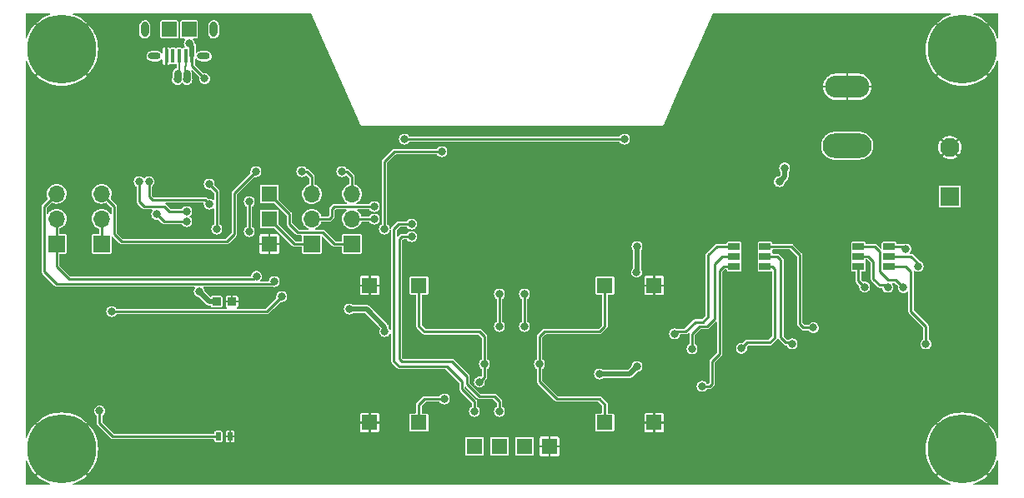
<source format=gtl>
G04 #@! TF.GenerationSoftware,KiCad,Pcbnew,(6.0.7)*
G04 #@! TF.CreationDate,2023-03-18T00:07:20-06:00*
G04 #@! TF.ProjectId,Base Station,42617365-2053-4746-9174-696f6e2e6b69,1.2*
G04 #@! TF.SameCoordinates,Original*
G04 #@! TF.FileFunction,Copper,L1,Top*
G04 #@! TF.FilePolarity,Positive*
%FSLAX46Y46*%
G04 Gerber Fmt 4.6, Leading zero omitted, Abs format (unit mm)*
G04 Created by KiCad (PCBNEW (6.0.7)) date 2023-03-18 00:07:20*
%MOMM*%
%LPD*%
G01*
G04 APERTURE LIST*
G04 #@! TA.AperFunction,ComponentPad*
%ADD10C,7.000000*%
G04 #@! TD*
G04 #@! TA.AperFunction,SMDPad,CuDef*
%ADD11R,0.495300X0.812800*%
G04 #@! TD*
G04 #@! TA.AperFunction,SMDPad,CuDef*
%ADD12R,0.863600X0.812800*%
G04 #@! TD*
G04 #@! TA.AperFunction,SMDPad,CuDef*
%ADD13R,1.193800X0.711200*%
G04 #@! TD*
G04 #@! TA.AperFunction,SMDPad,CuDef*
%ADD14R,1.600000X1.550000*%
G04 #@! TD*
G04 #@! TA.AperFunction,ComponentPad*
%ADD15O,5.000000X2.500000*%
G04 #@! TD*
G04 #@! TA.AperFunction,ComponentPad*
%ADD16O,4.500000X2.250000*%
G04 #@! TD*
G04 #@! TA.AperFunction,SMDPad,CuDef*
%ADD17R,0.400000X1.350000*%
G04 #@! TD*
G04 #@! TA.AperFunction,ComponentPad*
%ADD18O,0.775000X1.550000*%
G04 #@! TD*
G04 #@! TA.AperFunction,ComponentPad*
%ADD19O,1.300000X0.650000*%
G04 #@! TD*
G04 #@! TA.AperFunction,SMDPad,CuDef*
%ADD20R,1.500000X1.550000*%
G04 #@! TD*
G04 #@! TA.AperFunction,ComponentPad*
%ADD21R,1.605000X1.605000*%
G04 #@! TD*
G04 #@! TA.AperFunction,ComponentPad*
%ADD22R,1.700000X1.700000*%
G04 #@! TD*
G04 #@! TA.AperFunction,ComponentPad*
%ADD23O,1.700000X1.700000*%
G04 #@! TD*
G04 #@! TA.AperFunction,ComponentPad*
%ADD24R,1.950000X1.950000*%
G04 #@! TD*
G04 #@! TA.AperFunction,ComponentPad*
%ADD25C,1.950000*%
G04 #@! TD*
G04 #@! TA.AperFunction,ViaPad*
%ADD26C,0.800000*%
G04 #@! TD*
G04 #@! TA.AperFunction,Conductor*
%ADD27C,0.500000*%
G04 #@! TD*
G04 #@! TA.AperFunction,Conductor*
%ADD28C,0.250000*%
G04 #@! TD*
G04 #@! TA.AperFunction,Conductor*
%ADD29C,0.200000*%
G04 #@! TD*
G04 #@! TA.AperFunction,Conductor*
%ADD30C,0.762000*%
G04 #@! TD*
G04 APERTURE END LIST*
D10*
X108458000Y-121666000D03*
D11*
X125571250Y-120396000D03*
X124364750Y-120396000D03*
D12*
X125742700Y-106680000D03*
X124193300Y-106680000D03*
D13*
X192480100Y-103092002D03*
X192480100Y-102092001D03*
X192480100Y-101092000D03*
X189355900Y-101092000D03*
X189355900Y-102092001D03*
X189355900Y-103092002D03*
D14*
X144740000Y-105039000D03*
X144740000Y-118989000D03*
X139740000Y-105039000D03*
X139740000Y-118989000D03*
D15*
X188214000Y-90836000D03*
D16*
X188214000Y-84836000D03*
D10*
X108458000Y-81026000D03*
D14*
X168616000Y-105039000D03*
X168616000Y-118989000D03*
X163616000Y-105039000D03*
X163616000Y-118989000D03*
D10*
X199898000Y-121666000D03*
D17*
X121696000Y-81717500D03*
X121046000Y-81717500D03*
X120396000Y-81717500D03*
X119746000Y-81717500D03*
X119096000Y-81717500D03*
D18*
X123896000Y-79017500D03*
D19*
X122896000Y-81717500D03*
X117896000Y-81717500D03*
D18*
X116896000Y-79017500D03*
D20*
X119396000Y-79017500D03*
X121396000Y-79017500D03*
D21*
X129540000Y-100838000D03*
X129540000Y-98298000D03*
X129540000Y-95758000D03*
D22*
X112522000Y-100808000D03*
D23*
X112522000Y-98268000D03*
X112522000Y-95728000D03*
D13*
X179870100Y-103092002D03*
X179870100Y-102092001D03*
X179870100Y-101092000D03*
X176745900Y-101092000D03*
X176745900Y-102092001D03*
X176745900Y-103092002D03*
D22*
X107950000Y-100808000D03*
D23*
X107950000Y-98268000D03*
X107950000Y-95728000D03*
D10*
X199898000Y-81026000D03*
D22*
X137922000Y-100823000D03*
D23*
X137922000Y-98283000D03*
X137922000Y-95743000D03*
D24*
X198628000Y-96012000D03*
D25*
X198628000Y-91012000D03*
D22*
X133858000Y-100823000D03*
D23*
X133858000Y-98283000D03*
X133858000Y-95743000D03*
D21*
X157988000Y-121412000D03*
X155448000Y-121412000D03*
X152908000Y-121412000D03*
X150368000Y-121412000D03*
D26*
X119380000Y-117094000D03*
X137668000Y-91440000D03*
X134620000Y-103124000D03*
X137668000Y-107442000D03*
X166878000Y-113284000D03*
X163068000Y-114046000D03*
X166878000Y-101092000D03*
X166837359Y-103672641D03*
X141272000Y-109728000D03*
X151638000Y-96266000D03*
X129540000Y-86360000D03*
X130048000Y-122936000D03*
X188468000Y-109712001D03*
X194170000Y-118618000D03*
X174104000Y-96266000D03*
X110236000Y-93218000D03*
X129540000Y-120142000D03*
X162560000Y-111760000D03*
X165608000Y-96266000D03*
X127622000Y-80010000D03*
X160020000Y-89408000D03*
X169278000Y-106680000D03*
X182626000Y-86360000D03*
X187312000Y-118110000D03*
X146558000Y-115316000D03*
X190500000Y-106680000D03*
X132080000Y-88900000D03*
X139814000Y-117348000D03*
X153924000Y-124206000D03*
X190360000Y-124460000D03*
X125476000Y-94996000D03*
X181991000Y-97012001D03*
X146418000Y-120650000D03*
X107302000Y-114300000D03*
X109728000Y-87376000D03*
X192532000Y-97028000D03*
X116634000Y-83246000D03*
X135128000Y-87376000D03*
X160068000Y-118298000D03*
X150368000Y-105156000D03*
X124460000Y-102870000D03*
X188468000Y-114792001D03*
X124254000Y-83246000D03*
X192278000Y-116062001D03*
X159258000Y-93726000D03*
X189230000Y-100184498D03*
X178047650Y-103437001D03*
X152908000Y-89408000D03*
X143510000Y-102616000D03*
X125222000Y-112522000D03*
X130048000Y-91440000D03*
X149098000Y-101346000D03*
X121780000Y-122174000D03*
X180848000Y-79756000D03*
X119380000Y-95250000D03*
X191122000Y-87630000D03*
X147828000Y-98806000D03*
X147320000Y-102362000D03*
X148590000Y-105664000D03*
X160528000Y-96266000D03*
X155448000Y-101346000D03*
X176136000Y-109220000D03*
X117602000Y-86360000D03*
X187566000Y-81280000D03*
X170180000Y-120904000D03*
X123698000Y-86360000D03*
X160528000Y-101346000D03*
X130048000Y-82296000D03*
X172212000Y-88900000D03*
X124714000Y-90932000D03*
X118872000Y-112776000D03*
X154940000Y-116840000D03*
X175768000Y-98282001D03*
X199758000Y-103632000D03*
X152908000Y-102616000D03*
X189823100Y-99298001D03*
X176136000Y-111252000D03*
X150368000Y-93472000D03*
X180200000Y-124460000D03*
X154178000Y-93726000D03*
X134620000Y-106426000D03*
X167754000Y-97536000D03*
X175768000Y-82296000D03*
X134734000Y-110236000D03*
X117396000Y-106868000D03*
X171196000Y-93218000D03*
X141478000Y-104902000D03*
X118666000Y-87884000D03*
X109728000Y-107696000D03*
X122730000Y-87884000D03*
X147828000Y-94996000D03*
X157988000Y-105156000D03*
X159258000Y-103886000D03*
X181610000Y-116078000D03*
X118412000Y-84008000D03*
X116586000Y-90932000D03*
X132588000Y-117856000D03*
X134620000Y-84328000D03*
X181610000Y-111760000D03*
X145542000Y-111760000D03*
X114922000Y-79398500D03*
X140462000Y-102616000D03*
X159258000Y-98806000D03*
X138684000Y-89408000D03*
X140462000Y-107188000D03*
X170040000Y-124460000D03*
X161544000Y-120650000D03*
X151638000Y-100076000D03*
X201168000Y-107696000D03*
X193548000Y-79756000D03*
X187960000Y-95488001D03*
X130302000Y-110490000D03*
X168148000Y-112252001D03*
X181340201Y-94487800D03*
X181864000Y-93108101D03*
X122428000Y-105664000D03*
X177482500Y-111426501D03*
X182626000Y-110982001D03*
X184785000Y-109331001D03*
X170688000Y-109966001D03*
X172466000Y-111490001D03*
X173482000Y-115300001D03*
X196215000Y-110982001D03*
X195415500Y-103108001D03*
X194183000Y-101330001D03*
X193929000Y-105267001D03*
X192327997Y-105224697D03*
X189992000Y-105203501D03*
X150368000Y-117856000D03*
X144005000Y-98806000D03*
X152908000Y-117856000D03*
X144005000Y-100076000D03*
X122984000Y-84008000D03*
X121412000Y-80452000D03*
X117331503Y-94488000D03*
X123444000Y-96774000D03*
X140208000Y-97028000D03*
X116332000Y-94488000D03*
X121158000Y-97536000D03*
X132842000Y-93472000D03*
X140208000Y-98298000D03*
X121158000Y-98552000D03*
X136906000Y-93472000D03*
X118110000Y-97799112D03*
X130048000Y-104648000D03*
X152908000Y-109220000D03*
X152908000Y-105918000D03*
X127508000Y-99568000D03*
X143256000Y-90170000D03*
X127508000Y-96520000D03*
X165608000Y-90170000D03*
X112316000Y-117790000D03*
X121174200Y-84098905D03*
X120221800Y-84098905D03*
X128184900Y-93472000D03*
X155448000Y-109220000D03*
X155448000Y-105918000D03*
X156972000Y-113030000D03*
X147320000Y-116586000D03*
X151384000Y-113030000D03*
X150876000Y-114863699D03*
X141224000Y-99314000D03*
X128239970Y-104119980D03*
X147066000Y-91440000D03*
X113538000Y-107696000D03*
X130810000Y-106172000D03*
X123444000Y-94742000D03*
X124206000Y-99314000D03*
D27*
X141272000Y-109268000D02*
X141272000Y-109728000D01*
X166837359Y-103672641D02*
X166878000Y-103632000D01*
X166878000Y-113284000D02*
X166116000Y-114046000D01*
X166116000Y-114046000D02*
X163068000Y-114046000D01*
X137668000Y-107442000D02*
X139446000Y-107442000D01*
X166878000Y-103632000D02*
X166878000Y-101092000D01*
X139446000Y-107442000D02*
X141272000Y-109268000D01*
X181864000Y-93964001D02*
X181340201Y-94487800D01*
X181864000Y-93108101D02*
X181864000Y-93964001D01*
X123444000Y-106680000D02*
X122428000Y-105664000D01*
X124193300Y-106680000D02*
X123444000Y-106680000D01*
D28*
X178054000Y-110855001D02*
X180355875Y-110855001D01*
X180578001Y-103092002D02*
X179870100Y-103092002D01*
X180848000Y-103362001D02*
X180578001Y-103092002D01*
X177482500Y-111426501D02*
X178054000Y-110855001D01*
X180355875Y-110855001D02*
X180848000Y-110362876D01*
X180848000Y-110362876D02*
X180848000Y-103362001D01*
X181991000Y-110855001D02*
X181483000Y-110347001D01*
X182626000Y-110982001D02*
X182499000Y-110855001D01*
X182499000Y-110855001D02*
X181991000Y-110855001D01*
X181483000Y-102473001D02*
X181102000Y-102092001D01*
X181102000Y-102092001D02*
X179870100Y-102092001D01*
X181483000Y-110347001D02*
X181483000Y-102473001D01*
X184785000Y-109331001D02*
X183769000Y-109331001D01*
X183388000Y-101965001D02*
X182514999Y-101092000D01*
X183388000Y-108950001D02*
X183388000Y-101965001D01*
X182514999Y-101092000D02*
X179870100Y-101092000D01*
X183769000Y-109331001D02*
X183388000Y-108950001D01*
X173551000Y-108754001D02*
X174117000Y-108188001D01*
X171830302Y-109712001D02*
X172788302Y-108754001D01*
X170942000Y-109712001D02*
X171830302Y-109712001D01*
X170688000Y-109966001D02*
X170942000Y-109712001D01*
X172788302Y-108754001D02*
X173551000Y-108754001D01*
X174990001Y-101092000D02*
X176745900Y-101092000D01*
X174117000Y-101965001D02*
X174990001Y-101092000D01*
X174117000Y-108188001D02*
X174117000Y-101965001D01*
X172466000Y-111490001D02*
X172466000Y-109966001D01*
X172466000Y-109966001D02*
X173228000Y-109204001D01*
X174752000Y-108442001D02*
X174752000Y-102854001D01*
X175514000Y-102092001D02*
X176745900Y-102092001D01*
X173228000Y-109204001D02*
X173990000Y-109204001D01*
X174752000Y-102854001D02*
X175514000Y-102092001D01*
X173990000Y-109204001D02*
X174752000Y-108442001D01*
X175260000Y-103552501D02*
X175720499Y-103092002D01*
X175720499Y-103092002D02*
X176745900Y-103092002D01*
X174498000Y-112760001D02*
X175260000Y-111998001D01*
X175260000Y-111998001D02*
X175260000Y-103552501D01*
X174244000Y-115300001D02*
X174498000Y-115046001D01*
X173482000Y-115300001D02*
X174244000Y-115300001D01*
X174498000Y-115046001D02*
X174498000Y-112760001D01*
X194691000Y-107680001D02*
X194691000Y-103616001D01*
X196215000Y-110982001D02*
X196215000Y-109204001D01*
X194167001Y-103092002D02*
X192480100Y-103092002D01*
X196215000Y-109204001D02*
X194691000Y-107680001D01*
X194691000Y-103616001D02*
X194167001Y-103092002D01*
X195415500Y-102816501D02*
X194691000Y-102092001D01*
X194691000Y-102092001D02*
X192480100Y-102092001D01*
X195415500Y-103108001D02*
X195415500Y-102816501D01*
X193929000Y-101076001D02*
X192496099Y-101076001D01*
X194183000Y-101330001D02*
X193929000Y-101076001D01*
X193929000Y-105267001D02*
X193167000Y-104505001D01*
X192411300Y-104505001D02*
X191558200Y-103651901D01*
X191558200Y-101626201D02*
X191023999Y-101092000D01*
X193167000Y-104505001D02*
X192411300Y-104505001D01*
X191558200Y-103651901D02*
X191558200Y-101626201D01*
X191023999Y-101092000D02*
X189355900Y-101092000D01*
X191516000Y-105013001D02*
X190881000Y-104378001D01*
X190881000Y-102600001D02*
X190373000Y-102092001D01*
X192327997Y-105224697D02*
X192116301Y-105013001D01*
X192116301Y-105013001D02*
X191516000Y-105013001D01*
X190881000Y-104378001D02*
X190881000Y-102600001D01*
X190373000Y-102092001D02*
X189355900Y-102092001D01*
X189355900Y-103697602D02*
X189355900Y-103092002D01*
X189357000Y-104568501D02*
X189357000Y-103698702D01*
X189357000Y-103698702D02*
X189355900Y-103697602D01*
X189992000Y-105203501D02*
X189357000Y-104568501D01*
X142681200Y-98806000D02*
X142196400Y-99290800D01*
X149098000Y-115570000D02*
X150368000Y-116840000D01*
X142196400Y-99290800D02*
X142196400Y-112732400D01*
X150368000Y-116840000D02*
X150368000Y-117856000D01*
X147574000Y-113284000D02*
X149098000Y-114808000D01*
X142196400Y-112732400D02*
X142748000Y-113284000D01*
X144005000Y-98806000D02*
X142681200Y-98806000D01*
X142748000Y-113284000D02*
X147574000Y-113284000D01*
X149098000Y-114808000D02*
X149098000Y-115570000D01*
X149606000Y-114300000D02*
X149606000Y-115062000D01*
X152908000Y-116840000D02*
X152908000Y-117856000D01*
X150876000Y-116332000D02*
X152400000Y-116332000D01*
X149606000Y-115062000D02*
X150876000Y-116332000D01*
X148082000Y-112776000D02*
X149606000Y-114300000D01*
X143002000Y-112776000D02*
X148082000Y-112776000D01*
X142748000Y-112522000D02*
X143002000Y-112776000D01*
X152400000Y-116332000D02*
X152908000Y-116840000D01*
X144005000Y-100076000D02*
X143004200Y-100076000D01*
X142748000Y-100332200D02*
X142748000Y-112522000D01*
X143004200Y-100076000D02*
X142748000Y-100332200D01*
X122984000Y-84008000D02*
X121696000Y-82720000D01*
D27*
X121696000Y-80736000D02*
X121696000Y-81717500D01*
D28*
X121696000Y-82720000D02*
X121696000Y-81717500D01*
D27*
X121412000Y-80452000D02*
X121696000Y-80736000D01*
D28*
X123023500Y-96353500D02*
X123444000Y-96774000D01*
X117331503Y-95995503D02*
X117331503Y-94488000D01*
X117689500Y-96353500D02*
X123023500Y-96353500D01*
X117689500Y-96353500D02*
X117331503Y-95995503D01*
X135621000Y-98283000D02*
X133858000Y-98283000D01*
X136144000Y-97028000D02*
X135890000Y-97282000D01*
X135636000Y-98298000D02*
X135621000Y-98283000D01*
X135890000Y-97282000D02*
X135890000Y-98044000D01*
X135890000Y-98044000D02*
X135636000Y-98298000D01*
X136144000Y-97028000D02*
X140208000Y-97028000D01*
X121158000Y-97536000D02*
X119380000Y-97536000D01*
X118872000Y-97028000D02*
X116840000Y-97028000D01*
X133350000Y-93472000D02*
X132842000Y-93472000D01*
X133858000Y-95743000D02*
X133858000Y-93980000D01*
X133858000Y-93980000D02*
X133350000Y-93472000D01*
X119380000Y-97536000D02*
X118872000Y-97028000D01*
X116332000Y-96520000D02*
X116840000Y-97028000D01*
X116332000Y-94488000D02*
X116332000Y-96520000D01*
X140208000Y-98298000D02*
X137937000Y-98298000D01*
X137414000Y-93472000D02*
X137922000Y-93980000D01*
X137922000Y-93980000D02*
X137922000Y-95743000D01*
X118110000Y-97799112D02*
X118862888Y-98552000D01*
X118862888Y-98552000D02*
X121158000Y-98552000D01*
X136906000Y-93472000D02*
X137414000Y-93472000D01*
X152908000Y-105918000D02*
X152908000Y-109220000D01*
X106680000Y-103632000D02*
X106680000Y-96998000D01*
X106680000Y-96998000D02*
X107950000Y-95728000D01*
X107950000Y-104902000D02*
X106680000Y-103632000D01*
X129794000Y-104902000D02*
X107950000Y-104902000D01*
X130048000Y-104648000D02*
X129794000Y-104902000D01*
X127508000Y-96520000D02*
X127508000Y-99568000D01*
X113652000Y-120396000D02*
X124364750Y-120396000D01*
X165608000Y-90170000D02*
X143256000Y-90170000D01*
X112316000Y-117790000D02*
X112316000Y-119060000D01*
X112316000Y-119060000D02*
X113652000Y-120396000D01*
D29*
X121021000Y-82755001D02*
X121021000Y-83294750D01*
D30*
X121174200Y-84098905D02*
X121155200Y-84079905D01*
D29*
X121046000Y-81717500D02*
X121046000Y-82730001D01*
X121046000Y-82730001D02*
X121021000Y-82755001D01*
D30*
X121155200Y-84079905D02*
X121155200Y-83507048D01*
D29*
X120396000Y-82730001D02*
X120421000Y-82755001D01*
X120421000Y-82755001D02*
X120421000Y-83294750D01*
X120396000Y-81717500D02*
X120396000Y-82730001D01*
D30*
X120240800Y-84079905D02*
X120240800Y-83507048D01*
X120221800Y-84098905D02*
X120240800Y-84079905D01*
D28*
X113792000Y-96998000D02*
X113792000Y-99822000D01*
X125984000Y-95672900D02*
X128184900Y-93472000D01*
X155448000Y-105918000D02*
X155448000Y-109220000D01*
X113792000Y-99822000D02*
X114554000Y-100584000D01*
X125984000Y-99822000D02*
X125984000Y-95672900D01*
X125222000Y-100584000D02*
X125984000Y-99822000D01*
X112522000Y-95728000D02*
X113792000Y-96998000D01*
X114554000Y-100584000D02*
X125222000Y-100584000D01*
X156972000Y-110236000D02*
X156972000Y-113030000D01*
X156972000Y-110236000D02*
X157468000Y-109740000D01*
X158750000Y-116586000D02*
X163068000Y-116586000D01*
X156972000Y-113030000D02*
X156972000Y-114808000D01*
X163616000Y-109180000D02*
X163616000Y-105039000D01*
X157480000Y-109728000D02*
X163068000Y-109728000D01*
X163616000Y-117134000D02*
X163616000Y-118989000D01*
X156972000Y-114808000D02*
X158750000Y-116586000D01*
X163068000Y-116586000D02*
X163616000Y-117134000D01*
X163068000Y-109728000D02*
X163616000Y-109180000D01*
X151384000Y-110236000D02*
X150888000Y-109740000D01*
X151384000Y-114355699D02*
X150876000Y-114863699D01*
X144740000Y-109180000D02*
X144740000Y-105039000D01*
X151384000Y-113030000D02*
X151384000Y-114355699D01*
X145300000Y-109740000D02*
X144740000Y-109180000D01*
X150888000Y-109740000D02*
X145300000Y-109740000D01*
X147320000Y-116586000D02*
X145288000Y-116586000D01*
X145288000Y-116586000D02*
X144740000Y-117134000D01*
X144740000Y-117134000D02*
X144740000Y-118989000D01*
X151384000Y-113030000D02*
X151384000Y-110236000D01*
X109220000Y-104394000D02*
X107950000Y-103124000D01*
X109220000Y-104394000D02*
X127965950Y-104394000D01*
X107950000Y-100808000D02*
X107950000Y-98268000D01*
X127965950Y-104394000D02*
X128239970Y-104119980D01*
X141224000Y-92456000D02*
X141224000Y-99314000D01*
X147066000Y-91440000D02*
X142240000Y-91440000D01*
X107950000Y-103124000D02*
X107950000Y-100808000D01*
X142240000Y-91440000D02*
X141224000Y-92456000D01*
X112522000Y-100808000D02*
X112522000Y-98268000D01*
X129286000Y-107696000D02*
X113538000Y-107696000D01*
X130810000Y-106172000D02*
X129286000Y-107696000D01*
X123444000Y-94742000D02*
X124206000Y-95504000D01*
X124206000Y-95504000D02*
X124206000Y-99314000D01*
X132414000Y-99648000D02*
X134954000Y-99648000D01*
X129540000Y-95758000D02*
X131572000Y-97790000D01*
X134954000Y-99648000D02*
X136144000Y-100838000D01*
X131572000Y-98806000D02*
X132414000Y-99648000D01*
X131572000Y-97790000D02*
X131572000Y-98806000D01*
X136144000Y-100838000D02*
X136159000Y-100823000D01*
X136159000Y-100823000D02*
X137922000Y-100823000D01*
X132065000Y-100823000D02*
X133858000Y-100823000D01*
X129540000Y-98298000D02*
X132065000Y-100823000D01*
G04 #@! TA.AperFunction,Conductor*
G36*
X107294154Y-77386493D02*
G01*
X107319874Y-77431042D01*
X107310941Y-77481700D01*
X107272765Y-77514305D01*
X106951546Y-77637610D01*
X106947955Y-77639208D01*
X106605603Y-77813646D01*
X106602216Y-77815601D01*
X106279976Y-78024866D01*
X106276797Y-78027176D01*
X105978206Y-78268969D01*
X105975279Y-78271605D01*
X105920661Y-78326223D01*
X105916092Y-78336022D01*
X105917697Y-78342013D01*
X108448623Y-80872939D01*
X108458422Y-80877508D01*
X108464413Y-80875903D01*
X110995339Y-78344977D01*
X110999908Y-78335178D01*
X110998303Y-78329187D01*
X110940721Y-78271605D01*
X110937794Y-78268969D01*
X110639203Y-78027176D01*
X110636024Y-78024866D01*
X110313784Y-77815601D01*
X110310397Y-77813646D01*
X109968045Y-77639208D01*
X109964454Y-77637610D01*
X109643235Y-77514305D01*
X109604413Y-77480558D01*
X109596366Y-77429751D01*
X109622859Y-77385659D01*
X109670184Y-77368900D01*
X133709763Y-77368900D01*
X133758101Y-77386493D01*
X133778482Y-77413558D01*
X138702724Y-88493100D01*
X138791017Y-88691760D01*
X138794936Y-88702839D01*
X138800913Y-88725147D01*
X138821376Y-88745610D01*
X138826674Y-88751497D01*
X138844873Y-88774001D01*
X138852826Y-88777060D01*
X138858853Y-88783087D01*
X138868414Y-88785649D01*
X138868416Y-88785650D01*
X138886813Y-88790579D01*
X138894347Y-88793030D01*
X138921351Y-88803416D01*
X138931128Y-88801874D01*
X138931129Y-88801874D01*
X138936128Y-88801085D01*
X138944166Y-88799818D01*
X138955879Y-88798900D01*
X169400121Y-88798900D01*
X169411834Y-88799818D01*
X169419872Y-88801085D01*
X169424871Y-88801874D01*
X169424872Y-88801874D01*
X169434649Y-88803416D01*
X169461668Y-88793025D01*
X169469179Y-88790581D01*
X169497147Y-88783087D01*
X169503173Y-88777061D01*
X169511127Y-88774002D01*
X169517351Y-88766305D01*
X169517353Y-88766304D01*
X169529330Y-88751493D01*
X169534628Y-88745606D01*
X169555087Y-88725147D01*
X169561064Y-88702840D01*
X169564982Y-88691764D01*
X171229999Y-84945476D01*
X185765304Y-84945476D01*
X185775695Y-85064250D01*
X185776831Y-85070692D01*
X185835282Y-85288835D01*
X185837521Y-85294986D01*
X185932963Y-85499660D01*
X185936235Y-85505327D01*
X186065766Y-85690317D01*
X186069981Y-85695340D01*
X186229660Y-85855019D01*
X186234683Y-85859234D01*
X186419673Y-85988765D01*
X186425340Y-85992037D01*
X186630014Y-86087479D01*
X186636165Y-86089718D01*
X186854308Y-86148169D01*
X186860750Y-86149305D01*
X187029360Y-86164056D01*
X187032654Y-86164200D01*
X188099141Y-86164200D01*
X188109298Y-86160503D01*
X188112400Y-86155131D01*
X188112400Y-86150941D01*
X188315600Y-86150941D01*
X188319297Y-86161098D01*
X188324669Y-86164200D01*
X189395346Y-86164200D01*
X189398640Y-86164056D01*
X189567250Y-86149305D01*
X189573692Y-86148169D01*
X189791835Y-86089718D01*
X189797986Y-86087479D01*
X190002660Y-85992037D01*
X190008327Y-85988765D01*
X190193317Y-85859234D01*
X190198340Y-85855019D01*
X190358019Y-85695340D01*
X190362234Y-85690317D01*
X190491765Y-85505327D01*
X190495037Y-85499660D01*
X190590479Y-85294986D01*
X190592718Y-85288835D01*
X190651169Y-85070692D01*
X190652305Y-85064250D01*
X190662230Y-84950808D01*
X190659432Y-84940368D01*
X190655479Y-84937600D01*
X188328859Y-84937600D01*
X188318702Y-84941297D01*
X188315600Y-84946669D01*
X188315600Y-86150941D01*
X188112400Y-86150941D01*
X188112400Y-84950859D01*
X188108703Y-84940702D01*
X188103331Y-84937600D01*
X185777874Y-84937600D01*
X185767717Y-84941297D01*
X185765304Y-84945476D01*
X171229999Y-84945476D01*
X171329681Y-84721192D01*
X185765770Y-84721192D01*
X185768568Y-84731632D01*
X185772521Y-84734400D01*
X188099141Y-84734400D01*
X188109298Y-84730703D01*
X188112400Y-84725331D01*
X188112400Y-84721141D01*
X188315600Y-84721141D01*
X188319297Y-84731298D01*
X188324669Y-84734400D01*
X190650126Y-84734400D01*
X190660283Y-84730703D01*
X190662696Y-84726524D01*
X190652305Y-84607750D01*
X190651169Y-84601308D01*
X190592718Y-84383165D01*
X190590479Y-84377014D01*
X190495037Y-84172340D01*
X190491765Y-84166673D01*
X190362234Y-83981683D01*
X190358019Y-83976660D01*
X190198340Y-83816981D01*
X190193317Y-83812766D01*
X190056294Y-83716822D01*
X197356092Y-83716822D01*
X197357697Y-83722813D01*
X197415279Y-83780395D01*
X197418206Y-83783031D01*
X197716797Y-84024824D01*
X197719976Y-84027134D01*
X198042216Y-84236399D01*
X198045603Y-84238354D01*
X198387955Y-84412792D01*
X198391546Y-84414390D01*
X198750229Y-84552076D01*
X198753986Y-84553297D01*
X199125099Y-84652736D01*
X199128959Y-84653556D01*
X199508428Y-84713659D01*
X199512349Y-84714071D01*
X199896035Y-84734179D01*
X199899965Y-84734179D01*
X200283651Y-84714071D01*
X200287572Y-84713659D01*
X200667041Y-84653556D01*
X200670901Y-84652736D01*
X201042014Y-84553297D01*
X201045771Y-84552076D01*
X201404454Y-84414390D01*
X201408045Y-84412792D01*
X201750397Y-84238354D01*
X201753784Y-84236399D01*
X202076024Y-84027134D01*
X202079203Y-84024824D01*
X202377794Y-83783031D01*
X202380721Y-83780395D01*
X202435339Y-83725777D01*
X202439908Y-83715978D01*
X202438303Y-83709987D01*
X199907377Y-81179061D01*
X199897578Y-81174492D01*
X199891587Y-81176097D01*
X197360661Y-83707023D01*
X197356092Y-83716822D01*
X190056294Y-83716822D01*
X190008327Y-83683235D01*
X190002660Y-83679963D01*
X189797986Y-83584521D01*
X189791835Y-83582282D01*
X189573692Y-83523831D01*
X189567250Y-83522695D01*
X189398640Y-83507944D01*
X189395346Y-83507800D01*
X188328859Y-83507800D01*
X188318702Y-83511497D01*
X188315600Y-83516869D01*
X188315600Y-84721141D01*
X188112400Y-84721141D01*
X188112400Y-83521059D01*
X188108703Y-83510902D01*
X188103331Y-83507800D01*
X187032654Y-83507800D01*
X187029360Y-83507944D01*
X186860750Y-83522695D01*
X186854308Y-83523831D01*
X186636165Y-83582282D01*
X186630014Y-83584521D01*
X186425340Y-83679963D01*
X186419673Y-83683235D01*
X186234683Y-83812766D01*
X186229660Y-83816981D01*
X186069981Y-83976660D01*
X186065766Y-83981683D01*
X185936235Y-84166673D01*
X185932963Y-84172340D01*
X185837521Y-84377014D01*
X185835282Y-84383165D01*
X185776831Y-84601308D01*
X185775695Y-84607750D01*
X185765770Y-84721192D01*
X171329681Y-84721192D01*
X172971115Y-81027965D01*
X196189821Y-81027965D01*
X196209929Y-81411651D01*
X196210341Y-81415572D01*
X196270444Y-81795041D01*
X196271264Y-81798901D01*
X196370703Y-82170014D01*
X196371924Y-82173771D01*
X196509610Y-82532454D01*
X196511208Y-82536045D01*
X196685646Y-82878397D01*
X196687601Y-82881784D01*
X196896866Y-83204024D01*
X196899176Y-83207203D01*
X197140969Y-83505794D01*
X197143605Y-83508721D01*
X197198223Y-83563339D01*
X197208022Y-83567908D01*
X197214013Y-83566303D01*
X199744939Y-81035377D01*
X199749508Y-81025578D01*
X199747903Y-81019587D01*
X197216977Y-78488661D01*
X197207178Y-78484092D01*
X197201187Y-78485697D01*
X197143605Y-78543279D01*
X197140969Y-78546206D01*
X196899176Y-78844797D01*
X196896866Y-78847976D01*
X196687601Y-79170216D01*
X196685646Y-79173603D01*
X196511208Y-79515955D01*
X196509610Y-79519546D01*
X196371924Y-79878229D01*
X196370703Y-79881986D01*
X196271264Y-80253099D01*
X196270444Y-80256959D01*
X196210341Y-80636428D01*
X196209929Y-80640349D01*
X196189821Y-81024035D01*
X196189821Y-81027965D01*
X172971115Y-81027965D01*
X174577518Y-77413558D01*
X174613227Y-77376532D01*
X174646237Y-77368900D01*
X198685816Y-77368900D01*
X198734154Y-77386493D01*
X198759874Y-77431042D01*
X198750941Y-77481700D01*
X198712765Y-77514305D01*
X198391546Y-77637610D01*
X198387955Y-77639208D01*
X198045603Y-77813646D01*
X198042216Y-77815601D01*
X197719976Y-78024866D01*
X197716797Y-78027176D01*
X197418206Y-78268969D01*
X197415279Y-78271605D01*
X197360661Y-78326223D01*
X197356092Y-78336022D01*
X197357697Y-78342013D01*
X199888623Y-80872939D01*
X199898422Y-80877508D01*
X199904413Y-80875903D01*
X202435339Y-78344977D01*
X202439908Y-78335178D01*
X202438303Y-78329187D01*
X202380721Y-78271605D01*
X202377794Y-78268969D01*
X202079203Y-78027176D01*
X202076024Y-78024866D01*
X201753784Y-77815601D01*
X201750397Y-77813646D01*
X201408045Y-77639208D01*
X201404454Y-77637610D01*
X201083235Y-77514305D01*
X201044413Y-77480558D01*
X201036366Y-77429751D01*
X201062859Y-77385659D01*
X201110184Y-77368900D01*
X203479900Y-77368900D01*
X203528238Y-77386493D01*
X203553958Y-77431042D01*
X203555100Y-77444100D01*
X203555100Y-79813816D01*
X203537507Y-79862154D01*
X203492958Y-79887874D01*
X203442300Y-79878941D01*
X203409695Y-79840765D01*
X203286390Y-79519546D01*
X203284792Y-79515955D01*
X203110354Y-79173603D01*
X203108399Y-79170216D01*
X202899134Y-78847976D01*
X202896824Y-78844797D01*
X202655031Y-78546206D01*
X202652395Y-78543279D01*
X202597777Y-78488661D01*
X202587978Y-78484092D01*
X202581987Y-78485697D01*
X200051061Y-81016623D01*
X200046492Y-81026422D01*
X200048097Y-81032413D01*
X202579023Y-83563339D01*
X202588822Y-83567908D01*
X202594813Y-83566303D01*
X202652395Y-83508721D01*
X202655031Y-83505794D01*
X202896824Y-83207203D01*
X202899134Y-83204024D01*
X203108399Y-82881784D01*
X203110354Y-82878397D01*
X203284792Y-82536045D01*
X203286390Y-82532454D01*
X203409695Y-82211235D01*
X203443442Y-82172413D01*
X203494249Y-82164366D01*
X203538341Y-82190859D01*
X203555100Y-82238184D01*
X203555100Y-120453816D01*
X203537507Y-120502154D01*
X203492958Y-120527874D01*
X203442300Y-120518941D01*
X203409695Y-120480765D01*
X203286390Y-120159546D01*
X203284792Y-120155955D01*
X203110354Y-119813603D01*
X203108399Y-119810216D01*
X202899134Y-119487976D01*
X202896824Y-119484797D01*
X202655031Y-119186206D01*
X202652395Y-119183279D01*
X202597777Y-119128661D01*
X202587978Y-119124092D01*
X202581987Y-119125697D01*
X200051061Y-121656623D01*
X200046492Y-121666422D01*
X200048097Y-121672413D01*
X202579023Y-124203339D01*
X202588822Y-124207908D01*
X202594813Y-124206303D01*
X202652395Y-124148721D01*
X202655031Y-124145794D01*
X202896824Y-123847203D01*
X202899134Y-123844024D01*
X203108399Y-123521784D01*
X203110354Y-123518397D01*
X203284792Y-123176045D01*
X203286390Y-123172454D01*
X203409695Y-122851235D01*
X203443442Y-122812413D01*
X203494249Y-122804366D01*
X203538341Y-122830859D01*
X203555100Y-122878184D01*
X203555100Y-125247900D01*
X203537507Y-125296238D01*
X203492958Y-125321958D01*
X203479900Y-125323100D01*
X201110184Y-125323100D01*
X201061846Y-125305507D01*
X201036126Y-125260958D01*
X201045059Y-125210300D01*
X201083235Y-125177695D01*
X201404454Y-125054390D01*
X201408045Y-125052792D01*
X201750397Y-124878354D01*
X201753784Y-124876399D01*
X202076024Y-124667134D01*
X202079203Y-124664824D01*
X202377794Y-124423031D01*
X202380721Y-124420395D01*
X202435339Y-124365777D01*
X202439908Y-124355978D01*
X202438303Y-124349987D01*
X199907377Y-121819061D01*
X199897578Y-121814492D01*
X199891587Y-121816097D01*
X197360661Y-124347023D01*
X197356092Y-124356822D01*
X197357697Y-124362813D01*
X197415279Y-124420395D01*
X197418206Y-124423031D01*
X197716797Y-124664824D01*
X197719976Y-124667134D01*
X198042216Y-124876399D01*
X198045603Y-124878354D01*
X198387955Y-125052792D01*
X198391546Y-125054390D01*
X198712765Y-125177695D01*
X198751587Y-125211442D01*
X198759634Y-125262249D01*
X198733141Y-125306341D01*
X198685816Y-125323100D01*
X109670184Y-125323100D01*
X109621846Y-125305507D01*
X109596126Y-125260958D01*
X109605059Y-125210300D01*
X109643235Y-125177695D01*
X109964454Y-125054390D01*
X109968045Y-125052792D01*
X110310397Y-124878354D01*
X110313784Y-124876399D01*
X110636024Y-124667134D01*
X110639203Y-124664824D01*
X110937794Y-124423031D01*
X110940721Y-124420395D01*
X110995339Y-124365777D01*
X110999908Y-124355978D01*
X110998303Y-124349987D01*
X108467377Y-121819061D01*
X108457578Y-121814492D01*
X108451587Y-121816097D01*
X105920661Y-124347023D01*
X105916092Y-124356822D01*
X105917697Y-124362813D01*
X105975279Y-124420395D01*
X105978206Y-124423031D01*
X106276797Y-124664824D01*
X106279976Y-124667134D01*
X106602216Y-124876399D01*
X106605603Y-124878354D01*
X106947955Y-125052792D01*
X106951546Y-125054390D01*
X107272765Y-125177695D01*
X107311587Y-125211442D01*
X107319634Y-125262249D01*
X107293141Y-125306341D01*
X107245816Y-125323100D01*
X104876100Y-125323100D01*
X104827762Y-125305507D01*
X104802042Y-125260958D01*
X104800900Y-125247900D01*
X104800900Y-122878184D01*
X104818493Y-122829846D01*
X104863042Y-122804126D01*
X104913700Y-122813059D01*
X104946305Y-122851235D01*
X105069610Y-123172454D01*
X105071208Y-123176045D01*
X105245646Y-123518397D01*
X105247601Y-123521784D01*
X105456866Y-123844024D01*
X105459176Y-123847203D01*
X105700969Y-124145794D01*
X105703605Y-124148721D01*
X105758223Y-124203339D01*
X105768022Y-124207908D01*
X105774013Y-124206303D01*
X108304939Y-121675377D01*
X108309114Y-121666422D01*
X108606492Y-121666422D01*
X108608097Y-121672413D01*
X111139023Y-124203339D01*
X111148822Y-124207908D01*
X111154813Y-124206303D01*
X111212395Y-124148721D01*
X111215031Y-124145794D01*
X111456824Y-123847203D01*
X111459134Y-123844024D01*
X111668399Y-123521784D01*
X111670354Y-123518397D01*
X111844792Y-123176045D01*
X111846390Y-123172454D01*
X111984076Y-122813771D01*
X111985297Y-122810014D01*
X112084736Y-122438901D01*
X112085556Y-122435041D01*
X112145659Y-122055572D01*
X112146071Y-122051651D01*
X112166179Y-121667965D01*
X112166179Y-121664035D01*
X112146071Y-121280349D01*
X112145659Y-121276428D01*
X112085556Y-120896959D01*
X112084736Y-120893099D01*
X111985297Y-120521986D01*
X111984076Y-120518229D01*
X111846390Y-120159546D01*
X111844792Y-120155955D01*
X111670354Y-119813603D01*
X111668399Y-119810216D01*
X111459134Y-119487976D01*
X111456824Y-119484797D01*
X111215031Y-119186206D01*
X111212395Y-119183279D01*
X111157777Y-119128661D01*
X111147978Y-119124092D01*
X111141987Y-119125697D01*
X108611061Y-121656623D01*
X108606492Y-121666422D01*
X108309114Y-121666422D01*
X108309508Y-121665578D01*
X108307903Y-121659587D01*
X105776977Y-119128661D01*
X105767178Y-119124092D01*
X105761187Y-119125697D01*
X105703605Y-119183279D01*
X105700969Y-119186206D01*
X105459176Y-119484797D01*
X105456866Y-119487976D01*
X105247601Y-119810216D01*
X105245646Y-119813603D01*
X105071208Y-120155955D01*
X105069610Y-120159546D01*
X104946305Y-120480765D01*
X104912558Y-120519587D01*
X104861751Y-120527634D01*
X104817659Y-120501141D01*
X104800900Y-120453816D01*
X104800900Y-118976022D01*
X105916092Y-118976022D01*
X105917697Y-118982013D01*
X108448623Y-121512939D01*
X108458422Y-121517508D01*
X108464413Y-121515903D01*
X110995339Y-118984977D01*
X110999908Y-118975178D01*
X110998303Y-118969187D01*
X110940721Y-118911605D01*
X110937794Y-118908969D01*
X110639203Y-118667176D01*
X110636024Y-118664866D01*
X110313784Y-118455601D01*
X110310397Y-118453646D01*
X109968045Y-118279208D01*
X109964454Y-118277610D01*
X109605771Y-118139924D01*
X109602014Y-118138703D01*
X109230901Y-118039264D01*
X109227041Y-118038444D01*
X108847572Y-117978341D01*
X108843651Y-117977929D01*
X108459965Y-117957821D01*
X108456035Y-117957821D01*
X108072349Y-117977929D01*
X108068428Y-117978341D01*
X107688959Y-118038444D01*
X107685099Y-118039264D01*
X107313986Y-118138703D01*
X107310229Y-118139924D01*
X106951546Y-118277610D01*
X106947955Y-118279208D01*
X106605603Y-118453646D01*
X106602216Y-118455601D01*
X106279976Y-118664866D01*
X106276797Y-118667176D01*
X105978206Y-118908969D01*
X105975279Y-118911605D01*
X105920661Y-118966223D01*
X105916092Y-118976022D01*
X104800900Y-118976022D01*
X104800900Y-117790000D01*
X111758329Y-117790000D01*
X111777331Y-117934336D01*
X111833043Y-118068835D01*
X111836039Y-118072739D01*
X111836041Y-118072743D01*
X111893928Y-118148183D01*
X111921667Y-118184333D01*
X111925574Y-118187331D01*
X112008679Y-118251100D01*
X112036318Y-118294484D01*
X112038100Y-118310760D01*
X112038100Y-119009820D01*
X112037755Y-119014518D01*
X112036319Y-119018700D01*
X112036579Y-119025635D01*
X112036579Y-119025638D01*
X112038047Y-119064726D01*
X112038100Y-119067547D01*
X112038100Y-119085848D01*
X112038734Y-119089254D01*
X112038939Y-119091468D01*
X112039205Y-119095561D01*
X112040203Y-119122153D01*
X112042945Y-119128535D01*
X112042945Y-119128536D01*
X112045122Y-119133604D01*
X112049958Y-119149519D01*
X112052241Y-119161776D01*
X112055883Y-119167684D01*
X112065793Y-119183761D01*
X112070870Y-119193536D01*
X112078970Y-119212391D01*
X112078975Y-119212400D01*
X112081069Y-119217273D01*
X112084777Y-119221787D01*
X112090165Y-119227175D01*
X112101006Y-119240889D01*
X112102919Y-119243993D01*
X112102922Y-119243996D01*
X112106564Y-119249905D01*
X112112091Y-119254108D01*
X112112092Y-119254109D01*
X112128937Y-119266918D01*
X112136593Y-119273603D01*
X113420007Y-120557017D01*
X113423090Y-120560588D01*
X113425032Y-120564561D01*
X113430120Y-120569281D01*
X113430121Y-120569282D01*
X113458816Y-120595900D01*
X113460848Y-120597858D01*
X113473772Y-120610782D01*
X113476635Y-120612746D01*
X113478343Y-120614165D01*
X113481419Y-120616867D01*
X113500931Y-120634967D01*
X113507378Y-120637539D01*
X113507379Y-120637540D01*
X113512510Y-120639587D01*
X113527180Y-120647421D01*
X113531734Y-120650545D01*
X113531738Y-120650547D01*
X113537460Y-120654472D01*
X113557462Y-120659219D01*
X113562593Y-120660437D01*
X113573093Y-120663758D01*
X113592156Y-120671363D01*
X113592158Y-120671363D01*
X113597087Y-120673330D01*
X113602901Y-120673900D01*
X113610522Y-120673900D01*
X113627885Y-120675932D01*
X113631434Y-120676774D01*
X113638189Y-120678377D01*
X113645067Y-120677441D01*
X113645068Y-120677441D01*
X113666037Y-120674587D01*
X113676178Y-120673900D01*
X123889001Y-120673900D01*
X123937339Y-120691493D01*
X123963059Y-120736042D01*
X123964201Y-120749100D01*
X123964201Y-120817456D01*
X123973072Y-120862058D01*
X124006866Y-120912634D01*
X124013023Y-120916748D01*
X124051283Y-120942313D01*
X124051284Y-120942314D01*
X124057442Y-120946428D01*
X124064706Y-120947873D01*
X124090546Y-120953013D01*
X124102043Y-120955300D01*
X124364714Y-120955300D01*
X124627456Y-120955299D01*
X124672058Y-120946428D01*
X124722634Y-120912634D01*
X124739198Y-120887844D01*
X124752313Y-120868217D01*
X124752314Y-120868216D01*
X124756428Y-120862058D01*
X124765049Y-120818718D01*
X125120400Y-120818718D01*
X125121121Y-120826039D01*
X125130745Y-120874421D01*
X125136305Y-120887844D01*
X125172987Y-120942742D01*
X125183258Y-120953013D01*
X125238156Y-120989695D01*
X125251579Y-120995255D01*
X125299961Y-121004879D01*
X125307282Y-121005600D01*
X125456391Y-121005600D01*
X125466548Y-121001903D01*
X125469650Y-120996531D01*
X125469650Y-120992341D01*
X125672850Y-120992341D01*
X125676547Y-121002498D01*
X125681919Y-121005600D01*
X125835218Y-121005600D01*
X125842539Y-121004879D01*
X125890921Y-120995255D01*
X125904344Y-120989695D01*
X125959242Y-120953013D01*
X125969513Y-120942742D01*
X126006195Y-120887844D01*
X126011755Y-120874421D01*
X126021379Y-120826039D01*
X126022100Y-120818718D01*
X126022100Y-120594443D01*
X149412600Y-120594443D01*
X149412601Y-122229556D01*
X149421472Y-122274158D01*
X149455266Y-122324734D01*
X149461423Y-122328848D01*
X149499683Y-122354413D01*
X149499684Y-122354414D01*
X149505842Y-122358528D01*
X149513106Y-122359973D01*
X149538946Y-122365113D01*
X149550443Y-122367400D01*
X150367889Y-122367400D01*
X151185556Y-122367399D01*
X151230158Y-122358528D01*
X151280734Y-122324734D01*
X151297298Y-122299944D01*
X151310413Y-122280317D01*
X151310414Y-122280316D01*
X151314528Y-122274158D01*
X151323400Y-122229557D01*
X151323399Y-120594444D01*
X151323399Y-120594443D01*
X151952600Y-120594443D01*
X151952601Y-122229556D01*
X151961472Y-122274158D01*
X151995266Y-122324734D01*
X152001423Y-122328848D01*
X152039683Y-122354413D01*
X152039684Y-122354414D01*
X152045842Y-122358528D01*
X152053106Y-122359973D01*
X152078946Y-122365113D01*
X152090443Y-122367400D01*
X152907889Y-122367400D01*
X153725556Y-122367399D01*
X153770158Y-122358528D01*
X153820734Y-122324734D01*
X153837298Y-122299944D01*
X153850413Y-122280317D01*
X153850414Y-122280316D01*
X153854528Y-122274158D01*
X153863400Y-122229557D01*
X153863399Y-120594444D01*
X153863399Y-120594443D01*
X154492600Y-120594443D01*
X154492601Y-122229556D01*
X154501472Y-122274158D01*
X154535266Y-122324734D01*
X154541423Y-122328848D01*
X154579683Y-122354413D01*
X154579684Y-122354414D01*
X154585842Y-122358528D01*
X154593106Y-122359973D01*
X154618946Y-122365113D01*
X154630443Y-122367400D01*
X155447889Y-122367400D01*
X156265556Y-122367399D01*
X156310158Y-122358528D01*
X156360734Y-122324734D01*
X156377298Y-122299944D01*
X156390413Y-122280317D01*
X156390414Y-122280316D01*
X156394528Y-122274158D01*
X156403149Y-122230818D01*
X156982300Y-122230818D01*
X156983021Y-122238139D01*
X156992645Y-122286521D01*
X156998205Y-122299944D01*
X157034887Y-122354842D01*
X157045158Y-122365113D01*
X157100056Y-122401795D01*
X157113479Y-122407355D01*
X157161861Y-122416979D01*
X157169182Y-122417700D01*
X157873141Y-122417700D01*
X157883298Y-122414003D01*
X157886400Y-122408631D01*
X157886400Y-122404441D01*
X158089600Y-122404441D01*
X158093297Y-122414598D01*
X158098669Y-122417700D01*
X158806818Y-122417700D01*
X158814139Y-122416979D01*
X158862521Y-122407355D01*
X158875944Y-122401795D01*
X158930842Y-122365113D01*
X158941113Y-122354842D01*
X158977795Y-122299944D01*
X158983355Y-122286521D01*
X158992979Y-122238139D01*
X158993700Y-122230818D01*
X158993700Y-121667965D01*
X196189821Y-121667965D01*
X196209929Y-122051651D01*
X196210341Y-122055572D01*
X196270444Y-122435041D01*
X196271264Y-122438901D01*
X196370703Y-122810014D01*
X196371924Y-122813771D01*
X196509610Y-123172454D01*
X196511208Y-123176045D01*
X196685646Y-123518397D01*
X196687601Y-123521784D01*
X196896866Y-123844024D01*
X196899176Y-123847203D01*
X197140969Y-124145794D01*
X197143605Y-124148721D01*
X197198223Y-124203339D01*
X197208022Y-124207908D01*
X197214013Y-124206303D01*
X199744939Y-121675377D01*
X199749508Y-121665578D01*
X199747903Y-121659587D01*
X197216977Y-119128661D01*
X197207178Y-119124092D01*
X197201187Y-119125697D01*
X197143605Y-119183279D01*
X197140969Y-119186206D01*
X196899176Y-119484797D01*
X196896866Y-119487976D01*
X196687601Y-119810216D01*
X196685646Y-119813603D01*
X196511208Y-120155955D01*
X196509610Y-120159546D01*
X196371924Y-120518229D01*
X196370703Y-120521986D01*
X196271264Y-120893099D01*
X196270444Y-120896959D01*
X196210341Y-121276428D01*
X196209929Y-121280349D01*
X196189821Y-121664035D01*
X196189821Y-121667965D01*
X158993700Y-121667965D01*
X158993700Y-121526859D01*
X158990003Y-121516702D01*
X158984631Y-121513600D01*
X158102859Y-121513600D01*
X158092702Y-121517297D01*
X158089600Y-121522669D01*
X158089600Y-122404441D01*
X157886400Y-122404441D01*
X157886400Y-121526859D01*
X157882703Y-121516702D01*
X157877331Y-121513600D01*
X156995559Y-121513600D01*
X156985402Y-121517297D01*
X156982300Y-121522669D01*
X156982300Y-122230818D01*
X156403149Y-122230818D01*
X156403400Y-122229557D01*
X156403399Y-121297141D01*
X156982300Y-121297141D01*
X156985997Y-121307298D01*
X156991369Y-121310400D01*
X157873141Y-121310400D01*
X157883298Y-121306703D01*
X157886400Y-121301331D01*
X157886400Y-121297141D01*
X158089600Y-121297141D01*
X158093297Y-121307298D01*
X158098669Y-121310400D01*
X158980441Y-121310400D01*
X158990598Y-121306703D01*
X158993700Y-121301331D01*
X158993700Y-120593182D01*
X158992979Y-120585861D01*
X158983355Y-120537479D01*
X158977795Y-120524056D01*
X158941113Y-120469158D01*
X158930842Y-120458887D01*
X158875944Y-120422205D01*
X158862521Y-120416645D01*
X158814139Y-120407021D01*
X158806818Y-120406300D01*
X158102859Y-120406300D01*
X158092702Y-120409997D01*
X158089600Y-120415369D01*
X158089600Y-121297141D01*
X157886400Y-121297141D01*
X157886400Y-120419559D01*
X157882703Y-120409402D01*
X157877331Y-120406300D01*
X157169182Y-120406300D01*
X157161861Y-120407021D01*
X157113479Y-120416645D01*
X157100056Y-120422205D01*
X157045158Y-120458887D01*
X157034887Y-120469158D01*
X156998205Y-120524056D01*
X156992645Y-120537479D01*
X156983021Y-120585861D01*
X156982300Y-120593182D01*
X156982300Y-121297141D01*
X156403399Y-121297141D01*
X156403399Y-120594444D01*
X156394528Y-120549842D01*
X156360734Y-120499266D01*
X156354577Y-120495152D01*
X156316317Y-120469587D01*
X156316316Y-120469586D01*
X156310158Y-120465472D01*
X156302894Y-120464027D01*
X156269182Y-120457321D01*
X156269181Y-120457321D01*
X156265557Y-120456600D01*
X155448111Y-120456600D01*
X154630444Y-120456601D01*
X154585842Y-120465472D01*
X154535266Y-120499266D01*
X154531152Y-120505423D01*
X154509733Y-120537479D01*
X154501472Y-120549842D01*
X154492600Y-120594443D01*
X153863399Y-120594443D01*
X153854528Y-120549842D01*
X153820734Y-120499266D01*
X153814577Y-120495152D01*
X153776317Y-120469587D01*
X153776316Y-120469586D01*
X153770158Y-120465472D01*
X153762894Y-120464027D01*
X153729182Y-120457321D01*
X153729181Y-120457321D01*
X153725557Y-120456600D01*
X152908111Y-120456600D01*
X152090444Y-120456601D01*
X152045842Y-120465472D01*
X151995266Y-120499266D01*
X151991152Y-120505423D01*
X151969733Y-120537479D01*
X151961472Y-120549842D01*
X151952600Y-120594443D01*
X151323399Y-120594443D01*
X151314528Y-120549842D01*
X151280734Y-120499266D01*
X151274577Y-120495152D01*
X151236317Y-120469587D01*
X151236316Y-120469586D01*
X151230158Y-120465472D01*
X151222894Y-120464027D01*
X151189182Y-120457321D01*
X151189181Y-120457321D01*
X151185557Y-120456600D01*
X150368111Y-120456600D01*
X149550444Y-120456601D01*
X149505842Y-120465472D01*
X149455266Y-120499266D01*
X149451152Y-120505423D01*
X149429733Y-120537479D01*
X149421472Y-120549842D01*
X149412600Y-120594443D01*
X126022100Y-120594443D01*
X126022100Y-120510859D01*
X126018403Y-120500702D01*
X126013031Y-120497600D01*
X125686109Y-120497600D01*
X125675952Y-120501297D01*
X125672850Y-120506669D01*
X125672850Y-120992341D01*
X125469650Y-120992341D01*
X125469650Y-120510859D01*
X125465953Y-120500702D01*
X125460581Y-120497600D01*
X125133659Y-120497600D01*
X125123502Y-120501297D01*
X125120400Y-120506669D01*
X125120400Y-120818718D01*
X124765049Y-120818718D01*
X124765300Y-120817457D01*
X124765299Y-120281141D01*
X125120400Y-120281141D01*
X125124097Y-120291298D01*
X125129469Y-120294400D01*
X125456391Y-120294400D01*
X125466548Y-120290703D01*
X125469650Y-120285331D01*
X125469650Y-120281141D01*
X125672850Y-120281141D01*
X125676547Y-120291298D01*
X125681919Y-120294400D01*
X126008841Y-120294400D01*
X126018998Y-120290703D01*
X126022100Y-120285331D01*
X126022100Y-119973282D01*
X126021379Y-119965961D01*
X126011755Y-119917579D01*
X126006195Y-119904156D01*
X125969513Y-119849258D01*
X125959242Y-119838987D01*
X125904344Y-119802305D01*
X125890921Y-119796745D01*
X125842539Y-119787121D01*
X125835218Y-119786400D01*
X125686109Y-119786400D01*
X125675952Y-119790097D01*
X125672850Y-119795469D01*
X125672850Y-120281141D01*
X125469650Y-120281141D01*
X125469650Y-119799659D01*
X125465953Y-119789502D01*
X125460581Y-119786400D01*
X125307282Y-119786400D01*
X125299961Y-119787121D01*
X125251579Y-119796745D01*
X125238156Y-119802305D01*
X125183258Y-119838987D01*
X125172987Y-119849258D01*
X125136305Y-119904156D01*
X125130745Y-119917579D01*
X125121121Y-119965961D01*
X125120400Y-119973282D01*
X125120400Y-120281141D01*
X124765299Y-120281141D01*
X124765299Y-119974544D01*
X124756428Y-119929942D01*
X124722634Y-119879366D01*
X124678218Y-119849688D01*
X124678216Y-119849686D01*
X124672058Y-119845572D01*
X124664794Y-119844127D01*
X124631082Y-119837421D01*
X124631081Y-119837421D01*
X124627457Y-119836700D01*
X124364786Y-119836700D01*
X124102044Y-119836701D01*
X124057442Y-119845572D01*
X124006866Y-119879366D01*
X124002752Y-119885523D01*
X123981333Y-119917579D01*
X123973072Y-119929942D01*
X123964200Y-119974543D01*
X123964200Y-120042900D01*
X123946607Y-120091238D01*
X123902058Y-120116958D01*
X123889000Y-120118100D01*
X113798258Y-120118100D01*
X113749920Y-120100507D01*
X113745084Y-120096074D01*
X113429328Y-119780318D01*
X138736800Y-119780318D01*
X138737521Y-119787639D01*
X138747145Y-119836021D01*
X138752705Y-119849444D01*
X138789387Y-119904342D01*
X138799658Y-119914613D01*
X138854556Y-119951295D01*
X138867979Y-119956855D01*
X138916361Y-119966479D01*
X138923682Y-119967200D01*
X139625141Y-119967200D01*
X139635298Y-119963503D01*
X139638400Y-119958131D01*
X139638400Y-119953941D01*
X139841600Y-119953941D01*
X139845297Y-119964098D01*
X139850669Y-119967200D01*
X140556318Y-119967200D01*
X140563639Y-119966479D01*
X140612021Y-119956855D01*
X140625444Y-119951295D01*
X140680342Y-119914613D01*
X140690613Y-119904342D01*
X140727295Y-119849444D01*
X140732855Y-119836021D01*
X140742479Y-119787639D01*
X140743200Y-119780318D01*
X140743200Y-119103859D01*
X140739503Y-119093702D01*
X140734131Y-119090600D01*
X139854859Y-119090600D01*
X139844702Y-119094297D01*
X139841600Y-119099669D01*
X139841600Y-119953941D01*
X139638400Y-119953941D01*
X139638400Y-119103859D01*
X139634703Y-119093702D01*
X139629331Y-119090600D01*
X138750059Y-119090600D01*
X138739902Y-119094297D01*
X138736800Y-119099669D01*
X138736800Y-119780318D01*
X113429328Y-119780318D01*
X112615926Y-118966916D01*
X112594186Y-118920296D01*
X112593900Y-118913742D01*
X112593900Y-118874141D01*
X138736800Y-118874141D01*
X138740497Y-118884298D01*
X138745869Y-118887400D01*
X139625141Y-118887400D01*
X139635298Y-118883703D01*
X139638400Y-118878331D01*
X139638400Y-118874141D01*
X139841600Y-118874141D01*
X139845297Y-118884298D01*
X139850669Y-118887400D01*
X140729941Y-118887400D01*
X140740098Y-118883703D01*
X140743200Y-118878331D01*
X140743200Y-118198943D01*
X143787100Y-118198943D01*
X143787101Y-119779056D01*
X143795972Y-119823658D01*
X143829766Y-119874234D01*
X143835923Y-119878348D01*
X143874183Y-119903913D01*
X143874184Y-119903914D01*
X143880342Y-119908028D01*
X143887606Y-119909473D01*
X143913446Y-119914613D01*
X143924943Y-119916900D01*
X144739889Y-119916900D01*
X145555056Y-119916899D01*
X145599658Y-119908028D01*
X145650234Y-119874234D01*
X145666923Y-119849258D01*
X145679913Y-119829817D01*
X145679914Y-119829816D01*
X145684028Y-119823658D01*
X145692900Y-119779057D01*
X145692899Y-118198944D01*
X145684028Y-118154342D01*
X145650234Y-118103766D01*
X145605818Y-118074088D01*
X145605816Y-118074086D01*
X145599658Y-118069972D01*
X145571074Y-118064286D01*
X145558682Y-118061821D01*
X145558681Y-118061821D01*
X145555057Y-118061100D01*
X145093100Y-118061100D01*
X145044762Y-118043507D01*
X145019042Y-117998958D01*
X145017900Y-117985900D01*
X145017900Y-117280258D01*
X145035493Y-117231920D01*
X145039926Y-117227084D01*
X145381084Y-116885926D01*
X145427704Y-116864186D01*
X145434258Y-116863900D01*
X146799241Y-116863900D01*
X146847579Y-116881493D01*
X146858900Y-116893320D01*
X146925667Y-116980333D01*
X146929574Y-116983331D01*
X146951902Y-117000464D01*
X147041164Y-117068957D01*
X147079656Y-117084901D01*
X147171110Y-117122783D01*
X147171112Y-117122784D01*
X147175664Y-117124669D01*
X147320000Y-117143671D01*
X147464336Y-117124669D01*
X147468888Y-117122784D01*
X147468890Y-117122783D01*
X147560344Y-117084901D01*
X147598836Y-117068957D01*
X147688098Y-117000464D01*
X147710426Y-116983331D01*
X147714333Y-116980333D01*
X147755194Y-116927082D01*
X147799959Y-116868743D01*
X147799961Y-116868739D01*
X147802957Y-116864835D01*
X147838989Y-116777847D01*
X147856783Y-116734890D01*
X147856784Y-116734888D01*
X147858669Y-116730336D01*
X147877671Y-116586000D01*
X147858669Y-116441664D01*
X147851760Y-116424983D01*
X147808256Y-116319958D01*
X147802957Y-116307165D01*
X147799961Y-116303261D01*
X147799959Y-116303257D01*
X147717331Y-116195574D01*
X147714333Y-116191667D01*
X147598836Y-116103043D01*
X147513183Y-116067564D01*
X147468890Y-116049217D01*
X147468888Y-116049216D01*
X147464336Y-116047331D01*
X147320000Y-116028329D01*
X147175664Y-116047331D01*
X147171112Y-116049216D01*
X147171110Y-116049217D01*
X147102939Y-116077455D01*
X147041165Y-116103043D01*
X147037261Y-116106039D01*
X147037257Y-116106041D01*
X146956032Y-116168367D01*
X146925667Y-116191667D01*
X146922669Y-116195574D01*
X146858901Y-116278679D01*
X146815518Y-116306317D01*
X146799241Y-116308100D01*
X145338180Y-116308100D01*
X145333482Y-116307755D01*
X145329300Y-116306319D01*
X145322365Y-116306579D01*
X145322362Y-116306579D01*
X145283274Y-116308047D01*
X145280453Y-116308100D01*
X145262152Y-116308100D01*
X145258746Y-116308734D01*
X145256532Y-116308939D01*
X145252439Y-116309205D01*
X145225847Y-116310203D01*
X145219465Y-116312945D01*
X145219464Y-116312945D01*
X145214396Y-116315122D01*
X145198481Y-116319958D01*
X145193047Y-116320970D01*
X145193046Y-116320970D01*
X145186224Y-116322241D01*
X145166210Y-116334578D01*
X145164239Y-116335793D01*
X145154464Y-116340870D01*
X145135609Y-116348970D01*
X145135600Y-116348975D01*
X145130727Y-116351069D01*
X145126213Y-116354777D01*
X145120825Y-116360165D01*
X145107111Y-116371006D01*
X145104007Y-116372919D01*
X145104004Y-116372922D01*
X145098095Y-116376564D01*
X145093892Y-116382091D01*
X145093891Y-116382092D01*
X145081082Y-116398937D01*
X145074397Y-116406593D01*
X144578983Y-116902007D01*
X144575412Y-116905090D01*
X144571439Y-116907032D01*
X144566719Y-116912120D01*
X144566718Y-116912121D01*
X144540100Y-116940816D01*
X144538142Y-116942848D01*
X144525218Y-116955772D01*
X144523255Y-116958633D01*
X144521834Y-116960343D01*
X144519130Y-116963422D01*
X144505752Y-116977843D01*
X144505751Y-116977845D01*
X144501033Y-116982931D01*
X144498462Y-116989375D01*
X144498461Y-116989377D01*
X144496414Y-116994509D01*
X144488578Y-117009184D01*
X144481528Y-117019461D01*
X144479925Y-117026214D01*
X144479925Y-117026215D01*
X144475564Y-117044592D01*
X144472243Y-117055094D01*
X144462670Y-117079087D01*
X144462100Y-117084901D01*
X144462100Y-117092522D01*
X144460068Y-117109885D01*
X144457623Y-117120189D01*
X144458559Y-117127067D01*
X144458559Y-117127068D01*
X144461413Y-117148037D01*
X144462100Y-117158178D01*
X144462100Y-117985901D01*
X144444507Y-118034239D01*
X144399958Y-118059959D01*
X144386900Y-118061101D01*
X143924944Y-118061101D01*
X143880342Y-118069972D01*
X143829766Y-118103766D01*
X143825652Y-118109923D01*
X143804233Y-118141979D01*
X143795972Y-118154342D01*
X143787100Y-118198943D01*
X140743200Y-118198943D01*
X140743200Y-118197682D01*
X140742479Y-118190361D01*
X140732855Y-118141979D01*
X140727295Y-118128556D01*
X140690613Y-118073658D01*
X140680342Y-118063387D01*
X140625444Y-118026705D01*
X140612021Y-118021145D01*
X140563639Y-118011521D01*
X140556318Y-118010800D01*
X139854859Y-118010800D01*
X139844702Y-118014497D01*
X139841600Y-118019869D01*
X139841600Y-118874141D01*
X139638400Y-118874141D01*
X139638400Y-118024059D01*
X139634703Y-118013902D01*
X139629331Y-118010800D01*
X138923682Y-118010800D01*
X138916361Y-118011521D01*
X138867979Y-118021145D01*
X138854556Y-118026705D01*
X138799658Y-118063387D01*
X138789387Y-118073658D01*
X138752705Y-118128556D01*
X138747145Y-118141979D01*
X138737521Y-118190361D01*
X138736800Y-118197682D01*
X138736800Y-118874141D01*
X112593900Y-118874141D01*
X112593900Y-118310760D01*
X112611493Y-118262422D01*
X112623321Y-118251100D01*
X112706426Y-118187331D01*
X112710333Y-118184333D01*
X112738072Y-118148183D01*
X112795959Y-118072743D01*
X112795961Y-118072739D01*
X112798957Y-118068835D01*
X112854669Y-117934336D01*
X112873671Y-117790000D01*
X112854669Y-117645664D01*
X112798957Y-117511165D01*
X112795961Y-117507261D01*
X112795959Y-117507257D01*
X112713331Y-117399574D01*
X112710333Y-117395667D01*
X112680345Y-117372656D01*
X112598743Y-117310041D01*
X112594836Y-117307043D01*
X112514349Y-117273704D01*
X112464890Y-117253217D01*
X112464888Y-117253216D01*
X112460336Y-117251331D01*
X112316000Y-117232329D01*
X112171664Y-117251331D01*
X112167112Y-117253216D01*
X112167110Y-117253217D01*
X112117651Y-117273704D01*
X112037165Y-117307043D01*
X112033261Y-117310039D01*
X112033257Y-117310041D01*
X111925574Y-117392669D01*
X111921667Y-117395667D01*
X111918669Y-117399574D01*
X111836041Y-117507257D01*
X111836039Y-117507261D01*
X111833043Y-117511165D01*
X111777331Y-117645664D01*
X111758329Y-117790000D01*
X104800900Y-117790000D01*
X104800900Y-107696000D01*
X112980329Y-107696000D01*
X112999331Y-107840336D01*
X113001216Y-107844888D01*
X113001217Y-107844890D01*
X113024007Y-107899908D01*
X113055043Y-107974835D01*
X113058039Y-107978739D01*
X113058041Y-107978743D01*
X113106383Y-108041743D01*
X113143667Y-108090333D01*
X113259164Y-108178957D01*
X113314338Y-108201811D01*
X113389110Y-108232783D01*
X113389112Y-108232784D01*
X113393664Y-108234669D01*
X113538000Y-108253671D01*
X113682336Y-108234669D01*
X113686888Y-108232784D01*
X113686890Y-108232783D01*
X113761662Y-108201811D01*
X113816836Y-108178957D01*
X113932333Y-108090333D01*
X113999099Y-108003321D01*
X114042482Y-107975683D01*
X114058759Y-107973900D01*
X129235820Y-107973900D01*
X129240518Y-107974245D01*
X129244700Y-107975681D01*
X129251635Y-107975421D01*
X129251638Y-107975421D01*
X129290726Y-107973953D01*
X129293547Y-107973900D01*
X129311848Y-107973900D01*
X129315254Y-107973266D01*
X129317468Y-107973061D01*
X129321561Y-107972795D01*
X129348153Y-107971797D01*
X129354536Y-107969055D01*
X129359604Y-107966878D01*
X129375519Y-107962042D01*
X129380953Y-107961030D01*
X129380954Y-107961030D01*
X129387776Y-107959759D01*
X129409763Y-107946206D01*
X129419536Y-107941130D01*
X129438391Y-107933030D01*
X129438400Y-107933025D01*
X129443273Y-107930931D01*
X129447787Y-107927223D01*
X129453175Y-107921835D01*
X129466889Y-107910994D01*
X129469993Y-107909081D01*
X129469996Y-107909078D01*
X129475905Y-107905436D01*
X129484903Y-107893604D01*
X129492918Y-107883063D01*
X129499603Y-107875407D01*
X129933010Y-107442000D01*
X137110329Y-107442000D01*
X137129331Y-107586336D01*
X137131216Y-107590888D01*
X137131217Y-107590890D01*
X137151894Y-107640807D01*
X137185043Y-107720835D01*
X137188039Y-107724739D01*
X137188041Y-107724743D01*
X137252285Y-107808467D01*
X137273667Y-107836333D01*
X137277574Y-107839331D01*
X137313537Y-107866926D01*
X137389164Y-107924957D01*
X137408654Y-107933030D01*
X137519110Y-107978783D01*
X137519112Y-107978784D01*
X137523664Y-107980669D01*
X137668000Y-107999671D01*
X137812336Y-107980669D01*
X137816888Y-107978784D01*
X137816890Y-107978783D01*
X137927346Y-107933030D01*
X137946836Y-107924957D01*
X138028240Y-107862493D01*
X138030916Y-107860440D01*
X138076695Y-107844900D01*
X139247966Y-107844900D01*
X139296304Y-107862493D01*
X139301140Y-107866926D01*
X140783368Y-109349154D01*
X140805108Y-109395774D01*
X140792311Y-109439719D01*
X140794507Y-109440987D01*
X140792042Y-109445257D01*
X140789043Y-109449165D01*
X140770756Y-109493313D01*
X140736354Y-109576367D01*
X140733331Y-109583664D01*
X140714329Y-109728000D01*
X140733331Y-109872336D01*
X140735216Y-109876888D01*
X140735217Y-109876890D01*
X140754467Y-109923362D01*
X140789043Y-110006835D01*
X140792039Y-110010739D01*
X140792041Y-110010743D01*
X140853914Y-110091377D01*
X140877667Y-110122333D01*
X140993164Y-110210957D01*
X141042213Y-110231274D01*
X141123110Y-110264783D01*
X141123112Y-110264784D01*
X141127664Y-110266669D01*
X141272000Y-110285671D01*
X141416336Y-110266669D01*
X141420888Y-110264784D01*
X141420890Y-110264783D01*
X141501787Y-110231274D01*
X141550836Y-110210957D01*
X141666333Y-110122333D01*
X141690086Y-110091377D01*
X141751959Y-110010743D01*
X141751961Y-110010739D01*
X141754957Y-110006835D01*
X141767829Y-109975760D01*
X141773824Y-109961287D01*
X141808577Y-109923362D01*
X141859577Y-109916648D01*
X141902961Y-109944287D01*
X141918500Y-109990065D01*
X141918500Y-112682220D01*
X141918155Y-112686918D01*
X141916719Y-112691100D01*
X141916979Y-112698035D01*
X141916979Y-112698038D01*
X141918447Y-112737126D01*
X141918500Y-112739947D01*
X141918500Y-112758248D01*
X141919134Y-112761654D01*
X141919339Y-112763868D01*
X141919605Y-112767961D01*
X141920603Y-112794553D01*
X141923345Y-112800935D01*
X141923345Y-112800936D01*
X141925522Y-112806004D01*
X141930358Y-112821919D01*
X141932641Y-112834176D01*
X141936283Y-112840084D01*
X141946193Y-112856161D01*
X141951270Y-112865936D01*
X141959370Y-112884791D01*
X141959375Y-112884800D01*
X141961469Y-112889673D01*
X141965177Y-112894187D01*
X141970565Y-112899575D01*
X141981406Y-112913289D01*
X141983319Y-112916393D01*
X141983322Y-112916396D01*
X141986964Y-112922305D01*
X141992491Y-112926508D01*
X141992492Y-112926509D01*
X142009337Y-112939318D01*
X142016993Y-112946003D01*
X142516007Y-113445017D01*
X142519090Y-113448588D01*
X142521032Y-113452561D01*
X142526120Y-113457281D01*
X142526121Y-113457282D01*
X142554816Y-113483900D01*
X142556848Y-113485858D01*
X142569772Y-113498782D01*
X142572633Y-113500745D01*
X142574343Y-113502166D01*
X142577422Y-113504870D01*
X142591843Y-113518248D01*
X142591845Y-113518249D01*
X142596931Y-113522967D01*
X142603375Y-113525538D01*
X142603377Y-113525539D01*
X142608509Y-113527586D01*
X142623184Y-113535422D01*
X142627736Y-113538545D01*
X142627738Y-113538546D01*
X142633461Y-113542472D01*
X142640214Y-113544075D01*
X142640215Y-113544075D01*
X142658592Y-113548436D01*
X142669094Y-113551757D01*
X142693087Y-113561330D01*
X142698901Y-113561900D01*
X142706522Y-113561900D01*
X142723885Y-113563932D01*
X142727434Y-113564774D01*
X142734189Y-113566377D01*
X142741067Y-113565441D01*
X142741068Y-113565441D01*
X142762037Y-113562587D01*
X142772178Y-113561900D01*
X147427742Y-113561900D01*
X147476080Y-113579493D01*
X147480916Y-113583926D01*
X148798074Y-114901084D01*
X148819814Y-114947704D01*
X148820100Y-114954258D01*
X148820100Y-115519820D01*
X148819755Y-115524518D01*
X148818319Y-115528700D01*
X148818579Y-115535635D01*
X148818579Y-115535638D01*
X148820047Y-115574726D01*
X148820100Y-115577547D01*
X148820100Y-115595848D01*
X148820734Y-115599254D01*
X148820939Y-115601468D01*
X148821205Y-115605561D01*
X148822203Y-115632153D01*
X148824945Y-115638535D01*
X148824945Y-115638536D01*
X148827122Y-115643604D01*
X148831958Y-115659519D01*
X148834241Y-115671776D01*
X148837883Y-115677684D01*
X148847793Y-115693761D01*
X148852870Y-115703536D01*
X148860970Y-115722391D01*
X148860975Y-115722400D01*
X148863069Y-115727273D01*
X148866777Y-115731787D01*
X148872165Y-115737175D01*
X148883006Y-115750889D01*
X148884919Y-115753993D01*
X148884922Y-115753996D01*
X148888564Y-115759905D01*
X148894091Y-115764108D01*
X148894092Y-115764109D01*
X148910937Y-115776918D01*
X148918593Y-115783603D01*
X150068074Y-116933084D01*
X150089814Y-116979704D01*
X150090100Y-116986258D01*
X150090100Y-117335241D01*
X150072507Y-117383579D01*
X150060680Y-117394900D01*
X149973667Y-117461667D01*
X149970669Y-117465574D01*
X149888041Y-117573257D01*
X149888039Y-117573261D01*
X149885043Y-117577165D01*
X149829331Y-117711664D01*
X149810329Y-117856000D01*
X149829331Y-118000336D01*
X149831216Y-118004888D01*
X149831217Y-118004890D01*
X149843374Y-118034239D01*
X149885043Y-118134835D01*
X149888039Y-118138739D01*
X149888041Y-118138743D01*
X149934234Y-118198943D01*
X149973667Y-118250333D01*
X150089164Y-118338957D01*
X150149042Y-118363759D01*
X150219110Y-118392783D01*
X150219112Y-118392784D01*
X150223664Y-118394669D01*
X150368000Y-118413671D01*
X150512336Y-118394669D01*
X150516888Y-118392784D01*
X150516890Y-118392783D01*
X150586958Y-118363759D01*
X150646836Y-118338957D01*
X150762333Y-118250333D01*
X150801766Y-118198943D01*
X150847959Y-118138743D01*
X150847961Y-118138739D01*
X150850957Y-118134835D01*
X150892626Y-118034239D01*
X150904783Y-118004890D01*
X150904784Y-118004888D01*
X150906669Y-118000336D01*
X150925671Y-117856000D01*
X150906669Y-117711664D01*
X150850957Y-117577165D01*
X150847961Y-117573261D01*
X150847959Y-117573257D01*
X150765331Y-117465574D01*
X150762333Y-117461667D01*
X150681412Y-117399574D01*
X150675321Y-117394900D01*
X150647682Y-117351516D01*
X150645900Y-117335240D01*
X150645900Y-116890180D01*
X150646245Y-116885482D01*
X150647681Y-116881300D01*
X150647039Y-116864186D01*
X150645953Y-116835274D01*
X150645900Y-116832453D01*
X150645900Y-116814152D01*
X150645266Y-116810746D01*
X150645061Y-116808532D01*
X150644795Y-116804436D01*
X150644135Y-116786861D01*
X150643797Y-116777847D01*
X150638877Y-116766394D01*
X150634042Y-116750481D01*
X150633030Y-116745047D01*
X150633030Y-116745046D01*
X150631759Y-116738224D01*
X150618205Y-116716235D01*
X150613130Y-116706464D01*
X150605030Y-116687609D01*
X150605024Y-116687599D01*
X150602931Y-116682727D01*
X150599223Y-116678213D01*
X150593835Y-116672825D01*
X150582994Y-116659111D01*
X150581081Y-116656007D01*
X150581078Y-116656004D01*
X150577436Y-116650095D01*
X150555063Y-116633082D01*
X150547407Y-116626397D01*
X149397926Y-115476916D01*
X149376186Y-115430296D01*
X149375900Y-115423742D01*
X149375900Y-115406458D01*
X149393493Y-115358120D01*
X149438042Y-115332400D01*
X149488700Y-115341333D01*
X149504274Y-115353284D01*
X150644007Y-116493017D01*
X150647090Y-116496588D01*
X150649032Y-116500561D01*
X150654120Y-116505281D01*
X150654121Y-116505282D01*
X150682816Y-116531900D01*
X150684848Y-116533858D01*
X150697772Y-116546782D01*
X150700633Y-116548745D01*
X150702343Y-116550166D01*
X150705422Y-116552870D01*
X150719843Y-116566248D01*
X150719845Y-116566249D01*
X150724931Y-116570967D01*
X150731375Y-116573538D01*
X150731377Y-116573539D01*
X150736509Y-116575586D01*
X150751184Y-116583422D01*
X150755736Y-116586545D01*
X150755738Y-116586546D01*
X150761461Y-116590472D01*
X150768214Y-116592075D01*
X150768215Y-116592075D01*
X150786592Y-116596436D01*
X150797094Y-116599757D01*
X150821087Y-116609330D01*
X150826901Y-116609900D01*
X150834522Y-116609900D01*
X150851885Y-116611932D01*
X150855434Y-116612774D01*
X150862189Y-116614377D01*
X150869067Y-116613441D01*
X150869068Y-116613441D01*
X150890037Y-116610587D01*
X150900178Y-116609900D01*
X152253742Y-116609900D01*
X152302080Y-116627493D01*
X152306916Y-116631926D01*
X152608074Y-116933084D01*
X152629814Y-116979704D01*
X152630100Y-116986258D01*
X152630100Y-117335241D01*
X152612507Y-117383579D01*
X152600680Y-117394900D01*
X152513667Y-117461667D01*
X152510669Y-117465574D01*
X152428041Y-117573257D01*
X152428039Y-117573261D01*
X152425043Y-117577165D01*
X152369331Y-117711664D01*
X152350329Y-117856000D01*
X152369331Y-118000336D01*
X152371216Y-118004888D01*
X152371217Y-118004890D01*
X152383374Y-118034239D01*
X152425043Y-118134835D01*
X152428039Y-118138739D01*
X152428041Y-118138743D01*
X152474234Y-118198943D01*
X152513667Y-118250333D01*
X152629164Y-118338957D01*
X152689042Y-118363759D01*
X152759110Y-118392783D01*
X152759112Y-118392784D01*
X152763664Y-118394669D01*
X152908000Y-118413671D01*
X153052336Y-118394669D01*
X153056888Y-118392784D01*
X153056890Y-118392783D01*
X153126958Y-118363759D01*
X153186836Y-118338957D01*
X153302333Y-118250333D01*
X153341766Y-118198943D01*
X153387959Y-118138743D01*
X153387961Y-118138739D01*
X153390957Y-118134835D01*
X153432626Y-118034239D01*
X153444783Y-118004890D01*
X153444784Y-118004888D01*
X153446669Y-118000336D01*
X153465671Y-117856000D01*
X153446669Y-117711664D01*
X153390957Y-117577165D01*
X153387961Y-117573261D01*
X153387959Y-117573257D01*
X153305331Y-117465574D01*
X153302333Y-117461667D01*
X153221412Y-117399574D01*
X153215321Y-117394900D01*
X153187682Y-117351516D01*
X153185900Y-117335240D01*
X153185900Y-116890180D01*
X153186245Y-116885482D01*
X153187681Y-116881300D01*
X153187039Y-116864186D01*
X153185953Y-116835273D01*
X153185900Y-116832452D01*
X153185900Y-116814152D01*
X153185266Y-116810746D01*
X153185061Y-116808532D01*
X153184795Y-116804435D01*
X153184135Y-116786861D01*
X153183797Y-116777846D01*
X153181058Y-116771471D01*
X153181057Y-116771467D01*
X153178877Y-116766394D01*
X153174040Y-116750473D01*
X153173883Y-116749631D01*
X153171759Y-116738224D01*
X153158205Y-116716234D01*
X153153128Y-116706461D01*
X153145024Y-116687599D01*
X153142931Y-116682727D01*
X153139223Y-116678213D01*
X153133835Y-116672825D01*
X153122994Y-116659111D01*
X153121081Y-116656007D01*
X153121078Y-116656004D01*
X153117436Y-116650095D01*
X153095063Y-116633082D01*
X153087407Y-116626397D01*
X152631993Y-116170983D01*
X152628910Y-116167412D01*
X152626968Y-116163439D01*
X152593184Y-116132100D01*
X152591152Y-116130142D01*
X152578228Y-116117218D01*
X152575367Y-116115255D01*
X152573657Y-116113834D01*
X152570578Y-116111130D01*
X152556157Y-116097752D01*
X152556155Y-116097751D01*
X152551069Y-116093033D01*
X152544625Y-116090462D01*
X152544623Y-116090461D01*
X152539491Y-116088414D01*
X152524816Y-116080578D01*
X152520264Y-116077455D01*
X152520262Y-116077454D01*
X152514539Y-116073528D01*
X152507786Y-116071925D01*
X152507785Y-116071925D01*
X152489408Y-116067564D01*
X152478904Y-116064242D01*
X152454913Y-116054670D01*
X152449099Y-116054100D01*
X152441478Y-116054100D01*
X152424115Y-116052068D01*
X152420566Y-116051226D01*
X152413811Y-116049623D01*
X152406933Y-116050559D01*
X152406932Y-116050559D01*
X152385963Y-116053413D01*
X152375822Y-116054100D01*
X151022258Y-116054100D01*
X150973920Y-116036507D01*
X150969084Y-116032074D01*
X149905926Y-114968916D01*
X149884186Y-114922296D01*
X149883900Y-114915742D01*
X149883900Y-114350180D01*
X149884245Y-114345482D01*
X149885681Y-114341300D01*
X149885315Y-114331527D01*
X149883953Y-114295273D01*
X149883900Y-114292452D01*
X149883900Y-114274152D01*
X149883266Y-114270746D01*
X149883061Y-114268532D01*
X149882795Y-114264435D01*
X149882057Y-114244783D01*
X149881797Y-114237846D01*
X149879058Y-114231471D01*
X149879057Y-114231467D01*
X149876877Y-114226394D01*
X149872040Y-114210473D01*
X149871848Y-114209441D01*
X149869759Y-114198224D01*
X149856205Y-114176234D01*
X149851128Y-114166461D01*
X149843024Y-114147599D01*
X149840931Y-114142727D01*
X149837223Y-114138213D01*
X149831835Y-114132825D01*
X149820994Y-114119111D01*
X149819081Y-114116007D01*
X149819078Y-114116004D01*
X149815436Y-114110095D01*
X149793063Y-114093082D01*
X149785407Y-114086397D01*
X148313993Y-112614983D01*
X148310910Y-112611412D01*
X148308968Y-112607439D01*
X148289547Y-112589423D01*
X148275184Y-112576100D01*
X148273152Y-112574142D01*
X148260228Y-112561218D01*
X148257367Y-112559255D01*
X148255657Y-112557834D01*
X148252578Y-112555130D01*
X148238157Y-112541752D01*
X148238155Y-112541751D01*
X148233069Y-112537033D01*
X148226625Y-112534462D01*
X148226623Y-112534461D01*
X148221491Y-112532414D01*
X148206816Y-112524578D01*
X148202264Y-112521455D01*
X148202262Y-112521454D01*
X148196539Y-112517528D01*
X148189786Y-112515925D01*
X148189785Y-112515925D01*
X148171408Y-112511564D01*
X148160904Y-112508242D01*
X148136913Y-112498670D01*
X148131099Y-112498100D01*
X148123478Y-112498100D01*
X148106115Y-112496068D01*
X148102566Y-112495226D01*
X148095811Y-112493623D01*
X148088933Y-112494559D01*
X148088932Y-112494559D01*
X148067963Y-112497413D01*
X148057822Y-112498100D01*
X143148258Y-112498100D01*
X143099920Y-112480507D01*
X143095084Y-112476074D01*
X143047926Y-112428916D01*
X143026186Y-112382296D01*
X143025900Y-112375742D01*
X143025900Y-104248943D01*
X143787100Y-104248943D01*
X143787101Y-105829056D01*
X143795972Y-105873658D01*
X143829766Y-105924234D01*
X143835923Y-105928348D01*
X143874183Y-105953913D01*
X143874184Y-105953914D01*
X143880342Y-105958028D01*
X143887606Y-105959473D01*
X143913446Y-105964613D01*
X143924943Y-105966900D01*
X144386900Y-105966900D01*
X144435238Y-105984493D01*
X144460958Y-106029042D01*
X144462100Y-106042100D01*
X144462100Y-109129820D01*
X144461755Y-109134518D01*
X144460319Y-109138700D01*
X144460579Y-109145635D01*
X144460579Y-109145638D01*
X144462047Y-109184726D01*
X144462100Y-109187547D01*
X144462100Y-109205848D01*
X144462734Y-109209254D01*
X144462939Y-109211468D01*
X144463205Y-109215561D01*
X144464203Y-109242153D01*
X144466945Y-109248535D01*
X144466945Y-109248536D01*
X144469122Y-109253604D01*
X144473958Y-109269519D01*
X144476241Y-109281776D01*
X144479883Y-109287684D01*
X144489793Y-109303761D01*
X144494870Y-109313536D01*
X144502970Y-109332391D01*
X144502975Y-109332400D01*
X144505069Y-109337273D01*
X144508777Y-109341787D01*
X144514165Y-109347175D01*
X144525006Y-109360889D01*
X144526919Y-109363993D01*
X144526922Y-109363996D01*
X144530564Y-109369905D01*
X144536091Y-109374108D01*
X144536092Y-109374109D01*
X144552937Y-109386918D01*
X144560593Y-109393603D01*
X145068007Y-109901017D01*
X145071090Y-109904588D01*
X145073032Y-109908561D01*
X145078120Y-109913281D01*
X145078121Y-109913282D01*
X145106816Y-109939900D01*
X145108848Y-109941858D01*
X145121773Y-109954783D01*
X145124631Y-109956744D01*
X145126342Y-109958165D01*
X145129418Y-109960866D01*
X145148931Y-109978967D01*
X145155378Y-109981539D01*
X145160508Y-109983586D01*
X145175178Y-109991419D01*
X145185461Y-109998473D01*
X145192214Y-110000076D01*
X145192215Y-110000076D01*
X145210600Y-110004439D01*
X145221091Y-110007757D01*
X145245087Y-110017330D01*
X145250901Y-110017900D01*
X145258524Y-110017900D01*
X145275887Y-110019932D01*
X145286190Y-110022377D01*
X145293068Y-110021441D01*
X145293069Y-110021441D01*
X145314040Y-110018587D01*
X145324180Y-110017900D01*
X150741742Y-110017900D01*
X150790080Y-110035493D01*
X150794916Y-110039926D01*
X151084074Y-110329084D01*
X151105814Y-110375704D01*
X151106100Y-110382258D01*
X151106100Y-112509241D01*
X151088507Y-112557579D01*
X151076680Y-112568900D01*
X150989667Y-112635667D01*
X150986669Y-112639574D01*
X150904041Y-112747257D01*
X150904039Y-112747261D01*
X150901043Y-112751165D01*
X150899159Y-112755714D01*
X150853503Y-112865936D01*
X150845331Y-112885664D01*
X150826329Y-113030000D01*
X150845331Y-113174336D01*
X150901043Y-113308835D01*
X150904039Y-113312739D01*
X150904041Y-113312743D01*
X150986669Y-113420426D01*
X150989667Y-113424333D01*
X150993574Y-113427331D01*
X151076679Y-113491100D01*
X151104318Y-113534484D01*
X151106100Y-113550760D01*
X151106100Y-114209441D01*
X151088507Y-114257779D01*
X151084074Y-114262615D01*
X151047728Y-114298961D01*
X151001108Y-114320701D01*
X150984743Y-114320344D01*
X150876000Y-114306028D01*
X150731664Y-114325030D01*
X150727112Y-114326915D01*
X150727110Y-114326916D01*
X150692385Y-114341300D01*
X150597165Y-114380742D01*
X150593261Y-114383738D01*
X150593257Y-114383740D01*
X150508339Y-114448900D01*
X150481667Y-114469366D01*
X150478669Y-114473273D01*
X150396041Y-114580956D01*
X150396039Y-114580960D01*
X150393043Y-114584864D01*
X150391159Y-114589413D01*
X150348297Y-114692890D01*
X150337331Y-114719363D01*
X150318329Y-114863699D01*
X150337331Y-115008035D01*
X150339216Y-115012587D01*
X150339217Y-115012589D01*
X150358778Y-115059812D01*
X150393043Y-115142534D01*
X150396039Y-115146438D01*
X150396041Y-115146442D01*
X150449859Y-115216579D01*
X150481667Y-115258032D01*
X150597164Y-115346656D01*
X150657042Y-115371458D01*
X150727110Y-115400482D01*
X150727112Y-115400483D01*
X150731664Y-115402368D01*
X150876000Y-115421370D01*
X151020336Y-115402368D01*
X151024888Y-115400483D01*
X151024890Y-115400482D01*
X151094958Y-115371458D01*
X151154836Y-115346656D01*
X151270333Y-115258032D01*
X151302141Y-115216579D01*
X151355959Y-115146442D01*
X151355961Y-115146438D01*
X151358957Y-115142534D01*
X151393222Y-115059812D01*
X151412783Y-115012589D01*
X151412784Y-115012587D01*
X151414669Y-115008035D01*
X151433671Y-114863699D01*
X151419355Y-114754960D01*
X151430489Y-114704740D01*
X151440738Y-114691971D01*
X151545017Y-114587692D01*
X151548588Y-114584609D01*
X151552561Y-114582667D01*
X151583900Y-114548883D01*
X151585858Y-114546851D01*
X151598782Y-114533927D01*
X151600746Y-114531064D01*
X151602165Y-114529356D01*
X151604872Y-114526274D01*
X151613739Y-114516716D01*
X151622967Y-114506768D01*
X151627587Y-114495189D01*
X151635421Y-114480519D01*
X151638543Y-114475968D01*
X151638545Y-114475964D01*
X151642472Y-114470239D01*
X151648437Y-114445104D01*
X151651755Y-114434613D01*
X151661330Y-114410612D01*
X151661900Y-114404798D01*
X151661900Y-114397173D01*
X151663932Y-114379810D01*
X151664773Y-114376265D01*
X151666376Y-114369510D01*
X151663746Y-114350180D01*
X151662587Y-114341667D01*
X151661900Y-114331527D01*
X151661900Y-113550760D01*
X151679493Y-113502422D01*
X151691321Y-113491100D01*
X151774426Y-113427331D01*
X151778333Y-113424333D01*
X151781331Y-113420426D01*
X151863959Y-113312743D01*
X151863961Y-113312739D01*
X151866957Y-113308835D01*
X151922669Y-113174336D01*
X151941671Y-113030000D01*
X156414329Y-113030000D01*
X156433331Y-113174336D01*
X156489043Y-113308835D01*
X156492039Y-113312739D01*
X156492041Y-113312743D01*
X156574669Y-113420426D01*
X156577667Y-113424333D01*
X156581574Y-113427331D01*
X156664679Y-113491100D01*
X156692318Y-113534484D01*
X156694100Y-113550760D01*
X156694100Y-114757820D01*
X156693755Y-114762518D01*
X156692319Y-114766700D01*
X156692579Y-114773635D01*
X156692579Y-114773638D01*
X156694047Y-114812726D01*
X156694100Y-114815547D01*
X156694100Y-114833848D01*
X156694734Y-114837254D01*
X156694939Y-114839468D01*
X156695205Y-114843561D01*
X156696203Y-114870153D01*
X156698945Y-114876535D01*
X156698945Y-114876536D01*
X156701122Y-114881604D01*
X156705958Y-114897519D01*
X156708241Y-114909776D01*
X156716460Y-114923110D01*
X156721793Y-114931761D01*
X156726870Y-114941536D01*
X156734970Y-114960391D01*
X156734975Y-114960400D01*
X156737069Y-114965273D01*
X156740777Y-114969787D01*
X156746165Y-114975175D01*
X156757006Y-114988889D01*
X156758919Y-114991993D01*
X156758922Y-114991996D01*
X156762564Y-114997905D01*
X156768091Y-115002108D01*
X156768092Y-115002109D01*
X156784937Y-115014918D01*
X156792593Y-115021603D01*
X158518004Y-116747013D01*
X158521089Y-116750587D01*
X158523032Y-116754561D01*
X158528120Y-116759281D01*
X158528121Y-116759282D01*
X158556830Y-116785913D01*
X158558862Y-116787871D01*
X158571773Y-116800782D01*
X158574627Y-116802740D01*
X158576339Y-116804162D01*
X158579413Y-116806861D01*
X158598931Y-116824967D01*
X158605377Y-116827539D01*
X158605379Y-116827540D01*
X158610508Y-116829586D01*
X158625180Y-116837420D01*
X158629736Y-116840545D01*
X158635461Y-116844472D01*
X158660596Y-116850437D01*
X158671086Y-116853755D01*
X158695087Y-116863330D01*
X158700901Y-116863900D01*
X158708523Y-116863900D01*
X158725886Y-116865932D01*
X158729435Y-116866774D01*
X158736190Y-116868377D01*
X158743068Y-116867441D01*
X158743069Y-116867441D01*
X158764040Y-116864587D01*
X158774180Y-116863900D01*
X162921742Y-116863900D01*
X162970080Y-116881493D01*
X162974916Y-116885926D01*
X163316074Y-117227084D01*
X163337814Y-117273704D01*
X163338100Y-117280258D01*
X163338100Y-117985901D01*
X163320507Y-118034239D01*
X163275958Y-118059959D01*
X163262900Y-118061101D01*
X162800944Y-118061101D01*
X162756342Y-118069972D01*
X162705766Y-118103766D01*
X162701652Y-118109923D01*
X162680233Y-118141979D01*
X162671972Y-118154342D01*
X162663100Y-118198943D01*
X162663101Y-119779056D01*
X162671972Y-119823658D01*
X162705766Y-119874234D01*
X162711923Y-119878348D01*
X162750183Y-119903913D01*
X162750184Y-119903914D01*
X162756342Y-119908028D01*
X162763606Y-119909473D01*
X162789446Y-119914613D01*
X162800943Y-119916900D01*
X163615889Y-119916900D01*
X164431056Y-119916899D01*
X164475658Y-119908028D01*
X164526234Y-119874234D01*
X164542923Y-119849258D01*
X164555913Y-119829817D01*
X164555914Y-119829816D01*
X164560028Y-119823658D01*
X164568649Y-119780318D01*
X167612800Y-119780318D01*
X167613521Y-119787639D01*
X167623145Y-119836021D01*
X167628705Y-119849444D01*
X167665387Y-119904342D01*
X167675658Y-119914613D01*
X167730556Y-119951295D01*
X167743979Y-119956855D01*
X167792361Y-119966479D01*
X167799682Y-119967200D01*
X168501141Y-119967200D01*
X168511298Y-119963503D01*
X168514400Y-119958131D01*
X168514400Y-119953941D01*
X168717600Y-119953941D01*
X168721297Y-119964098D01*
X168726669Y-119967200D01*
X169432318Y-119967200D01*
X169439639Y-119966479D01*
X169488021Y-119956855D01*
X169501444Y-119951295D01*
X169556342Y-119914613D01*
X169566613Y-119904342D01*
X169603295Y-119849444D01*
X169608855Y-119836021D01*
X169618479Y-119787639D01*
X169619200Y-119780318D01*
X169619200Y-119103859D01*
X169615503Y-119093702D01*
X169610131Y-119090600D01*
X168730859Y-119090600D01*
X168720702Y-119094297D01*
X168717600Y-119099669D01*
X168717600Y-119953941D01*
X168514400Y-119953941D01*
X168514400Y-119103859D01*
X168510703Y-119093702D01*
X168505331Y-119090600D01*
X167626059Y-119090600D01*
X167615902Y-119094297D01*
X167612800Y-119099669D01*
X167612800Y-119780318D01*
X164568649Y-119780318D01*
X164568900Y-119779057D01*
X164568899Y-118976022D01*
X197356092Y-118976022D01*
X197357697Y-118982013D01*
X199888623Y-121512939D01*
X199898422Y-121517508D01*
X199904413Y-121515903D01*
X202435339Y-118984977D01*
X202439908Y-118975178D01*
X202438303Y-118969187D01*
X202380721Y-118911605D01*
X202377794Y-118908969D01*
X202079203Y-118667176D01*
X202076024Y-118664866D01*
X201753784Y-118455601D01*
X201750397Y-118453646D01*
X201408045Y-118279208D01*
X201404454Y-118277610D01*
X201045771Y-118139924D01*
X201042014Y-118138703D01*
X200670901Y-118039264D01*
X200667041Y-118038444D01*
X200287572Y-117978341D01*
X200283651Y-117977929D01*
X199899965Y-117957821D01*
X199896035Y-117957821D01*
X199512349Y-117977929D01*
X199508428Y-117978341D01*
X199128959Y-118038444D01*
X199125099Y-118039264D01*
X198753986Y-118138703D01*
X198750229Y-118139924D01*
X198391546Y-118277610D01*
X198387955Y-118279208D01*
X198045603Y-118453646D01*
X198042216Y-118455601D01*
X197719976Y-118664866D01*
X197716797Y-118667176D01*
X197418206Y-118908969D01*
X197415279Y-118911605D01*
X197360661Y-118966223D01*
X197356092Y-118976022D01*
X164568899Y-118976022D01*
X164568899Y-118874141D01*
X167612800Y-118874141D01*
X167616497Y-118884298D01*
X167621869Y-118887400D01*
X168501141Y-118887400D01*
X168511298Y-118883703D01*
X168514400Y-118878331D01*
X168514400Y-118874141D01*
X168717600Y-118874141D01*
X168721297Y-118884298D01*
X168726669Y-118887400D01*
X169605941Y-118887400D01*
X169616098Y-118883703D01*
X169619200Y-118878331D01*
X169619200Y-118197682D01*
X169618479Y-118190361D01*
X169608855Y-118141979D01*
X169603295Y-118128556D01*
X169566613Y-118073658D01*
X169556342Y-118063387D01*
X169501444Y-118026705D01*
X169488021Y-118021145D01*
X169439639Y-118011521D01*
X169432318Y-118010800D01*
X168730859Y-118010800D01*
X168720702Y-118014497D01*
X168717600Y-118019869D01*
X168717600Y-118874141D01*
X168514400Y-118874141D01*
X168514400Y-118024059D01*
X168510703Y-118013902D01*
X168505331Y-118010800D01*
X167799682Y-118010800D01*
X167792361Y-118011521D01*
X167743979Y-118021145D01*
X167730556Y-118026705D01*
X167675658Y-118063387D01*
X167665387Y-118073658D01*
X167628705Y-118128556D01*
X167623145Y-118141979D01*
X167613521Y-118190361D01*
X167612800Y-118197682D01*
X167612800Y-118874141D01*
X164568899Y-118874141D01*
X164568899Y-118198944D01*
X164560028Y-118154342D01*
X164526234Y-118103766D01*
X164481818Y-118074088D01*
X164481816Y-118074086D01*
X164475658Y-118069972D01*
X164447074Y-118064286D01*
X164434682Y-118061821D01*
X164434681Y-118061821D01*
X164431057Y-118061100D01*
X163969100Y-118061100D01*
X163920762Y-118043507D01*
X163895042Y-117998958D01*
X163893900Y-117985900D01*
X163893900Y-117184180D01*
X163894245Y-117179482D01*
X163895681Y-117175300D01*
X163895039Y-117158178D01*
X163893953Y-117129274D01*
X163893900Y-117126453D01*
X163893900Y-117108152D01*
X163893266Y-117104746D01*
X163893061Y-117102532D01*
X163892795Y-117098436D01*
X163892287Y-117084901D01*
X163891797Y-117071847D01*
X163886878Y-117060396D01*
X163882042Y-117044481D01*
X163881030Y-117039047D01*
X163881030Y-117039046D01*
X163879759Y-117032224D01*
X163866206Y-117010237D01*
X163861130Y-117000464D01*
X163853030Y-116981609D01*
X163853025Y-116981600D01*
X163850931Y-116976727D01*
X163847223Y-116972213D01*
X163841835Y-116966825D01*
X163830994Y-116953111D01*
X163829081Y-116950007D01*
X163829078Y-116950004D01*
X163825436Y-116944095D01*
X163803063Y-116927082D01*
X163795407Y-116920397D01*
X163299993Y-116424983D01*
X163296910Y-116421412D01*
X163294968Y-116417439D01*
X163275023Y-116398937D01*
X163261184Y-116386100D01*
X163259152Y-116384142D01*
X163246228Y-116371218D01*
X163243367Y-116369255D01*
X163241657Y-116367834D01*
X163238578Y-116365130D01*
X163224157Y-116351752D01*
X163224155Y-116351751D01*
X163219069Y-116347033D01*
X163212625Y-116344462D01*
X163212623Y-116344461D01*
X163207491Y-116342414D01*
X163192816Y-116334578D01*
X163188264Y-116331455D01*
X163188262Y-116331454D01*
X163182539Y-116327528D01*
X163175786Y-116325925D01*
X163175785Y-116325925D01*
X163157408Y-116321564D01*
X163146904Y-116318242D01*
X163139084Y-116315122D01*
X163122913Y-116308670D01*
X163117099Y-116308100D01*
X163109478Y-116308100D01*
X163092115Y-116306068D01*
X163088566Y-116305226D01*
X163081811Y-116303623D01*
X163074933Y-116304559D01*
X163074932Y-116304559D01*
X163053963Y-116307413D01*
X163043822Y-116308100D01*
X158896258Y-116308100D01*
X158847920Y-116290507D01*
X158843084Y-116286074D01*
X157271926Y-114714916D01*
X157250186Y-114668296D01*
X157249900Y-114661742D01*
X157249900Y-114046000D01*
X162510329Y-114046000D01*
X162529331Y-114190336D01*
X162531216Y-114194888D01*
X162531217Y-114194890D01*
X162550147Y-114240589D01*
X162585043Y-114324835D01*
X162588039Y-114328739D01*
X162588041Y-114328743D01*
X162669269Y-114434602D01*
X162673667Y-114440333D01*
X162789164Y-114528957D01*
X162849042Y-114553759D01*
X162919110Y-114582783D01*
X162919112Y-114582784D01*
X162923664Y-114584669D01*
X163068000Y-114603671D01*
X163212336Y-114584669D01*
X163216888Y-114582784D01*
X163216890Y-114582783D01*
X163286958Y-114553759D01*
X163346836Y-114528957D01*
X163430916Y-114464440D01*
X163476695Y-114448900D01*
X166179813Y-114448900D01*
X166185441Y-114447071D01*
X166185443Y-114447071D01*
X166204717Y-114440808D01*
X166216193Y-114438053D01*
X166236210Y-114434883D01*
X166236212Y-114434882D01*
X166242055Y-114433957D01*
X166265386Y-114422069D01*
X166276287Y-114417554D01*
X166295563Y-114411291D01*
X166295567Y-114411289D01*
X166301193Y-114409461D01*
X166322377Y-114394070D01*
X166332435Y-114387906D01*
X166355771Y-114376016D01*
X166446016Y-114285771D01*
X166446017Y-114285769D01*
X166873901Y-113857885D01*
X166917259Y-113836502D01*
X167022336Y-113822669D01*
X167026888Y-113820784D01*
X167026890Y-113820783D01*
X167096958Y-113791759D01*
X167156836Y-113766957D01*
X167272333Y-113678333D01*
X167275331Y-113674426D01*
X167357959Y-113566743D01*
X167357961Y-113566739D01*
X167360957Y-113562835D01*
X167390671Y-113491100D01*
X167414783Y-113432890D01*
X167414784Y-113432888D01*
X167416669Y-113428336D01*
X167435671Y-113284000D01*
X167416669Y-113139664D01*
X167360957Y-113005165D01*
X167357961Y-113001261D01*
X167357959Y-113001257D01*
X167275331Y-112893574D01*
X167272333Y-112889667D01*
X167265979Y-112884791D01*
X167160743Y-112804041D01*
X167156836Y-112801043D01*
X167096958Y-112776241D01*
X167026890Y-112747217D01*
X167026888Y-112747216D01*
X167022336Y-112745331D01*
X166878000Y-112726329D01*
X166733664Y-112745331D01*
X166729112Y-112747216D01*
X166729110Y-112747217D01*
X166690467Y-112763224D01*
X166599165Y-112801043D01*
X166595261Y-112804039D01*
X166595257Y-112804041D01*
X166488884Y-112885664D01*
X166483667Y-112889667D01*
X166480669Y-112893574D01*
X166398041Y-113001257D01*
X166398039Y-113001261D01*
X166395043Y-113005165D01*
X166339331Y-113139664D01*
X166325498Y-113244740D01*
X166304115Y-113288099D01*
X165971140Y-113621074D01*
X165924520Y-113642814D01*
X165917966Y-113643100D01*
X163476695Y-113643100D01*
X163430916Y-113627560D01*
X163350743Y-113566041D01*
X163346836Y-113563043D01*
X163256294Y-113525539D01*
X163216890Y-113509217D01*
X163216888Y-113509216D01*
X163212336Y-113507331D01*
X163068000Y-113488329D01*
X162923664Y-113507331D01*
X162919112Y-113509216D01*
X162919110Y-113509217D01*
X162867278Y-113530687D01*
X162789165Y-113563043D01*
X162785261Y-113566039D01*
X162785257Y-113566041D01*
X162684832Y-113643100D01*
X162673667Y-113651667D01*
X162670669Y-113655574D01*
X162588041Y-113763257D01*
X162588039Y-113763261D01*
X162585043Y-113767165D01*
X162529331Y-113901664D01*
X162510329Y-114046000D01*
X157249900Y-114046000D01*
X157249900Y-113550760D01*
X157267493Y-113502422D01*
X157279321Y-113491100D01*
X157362426Y-113427331D01*
X157366333Y-113424333D01*
X157369331Y-113420426D01*
X157451959Y-113312743D01*
X157451961Y-113312739D01*
X157454957Y-113308835D01*
X157510669Y-113174336D01*
X157529671Y-113030000D01*
X157510669Y-112885664D01*
X157502498Y-112865936D01*
X157456841Y-112755714D01*
X157454957Y-112751165D01*
X157451961Y-112747261D01*
X157451959Y-112747257D01*
X157369331Y-112639574D01*
X157366333Y-112635667D01*
X157328512Y-112606646D01*
X157279321Y-112568900D01*
X157251682Y-112525516D01*
X157249900Y-112509240D01*
X157249900Y-110382258D01*
X157267493Y-110333920D01*
X157271926Y-110329084D01*
X157573084Y-110027926D01*
X157619704Y-110006186D01*
X157626258Y-110005900D01*
X163017820Y-110005900D01*
X163022518Y-110006245D01*
X163026700Y-110007681D01*
X163033635Y-110007421D01*
X163033638Y-110007421D01*
X163072726Y-110005953D01*
X163075547Y-110005900D01*
X163093848Y-110005900D01*
X163097254Y-110005266D01*
X163099468Y-110005061D01*
X163103561Y-110004795D01*
X163130153Y-110003797D01*
X163138815Y-110000076D01*
X163141604Y-109998878D01*
X163157519Y-109994042D01*
X163162953Y-109993030D01*
X163162954Y-109993030D01*
X163169776Y-109991759D01*
X163191763Y-109978206D01*
X163201536Y-109973130D01*
X163218131Y-109966001D01*
X170130329Y-109966001D01*
X170149331Y-110110337D01*
X170151215Y-110114885D01*
X170151217Y-110114891D01*
X170164348Y-110146592D01*
X170205043Y-110244836D01*
X170208039Y-110248740D01*
X170208041Y-110248744D01*
X170251746Y-110305701D01*
X170293667Y-110360334D01*
X170409164Y-110448958D01*
X170438818Y-110461241D01*
X170539110Y-110502784D01*
X170539112Y-110502785D01*
X170543664Y-110504670D01*
X170688000Y-110523672D01*
X170832336Y-110504670D01*
X170836888Y-110502785D01*
X170836890Y-110502784D01*
X170937182Y-110461241D01*
X170966836Y-110448958D01*
X171082333Y-110360334D01*
X171124254Y-110305701D01*
X171167959Y-110248744D01*
X171167961Y-110248740D01*
X171170957Y-110244836D01*
X171226669Y-110110337D01*
X171227313Y-110105450D01*
X171233917Y-110055285D01*
X171257670Y-110009658D01*
X171308474Y-109989901D01*
X171780122Y-109989901D01*
X171784820Y-109990246D01*
X171789002Y-109991682D01*
X171795937Y-109991422D01*
X171795940Y-109991422D01*
X171835028Y-109989954D01*
X171837849Y-109989901D01*
X171856150Y-109989901D01*
X171859556Y-109989267D01*
X171861770Y-109989062D01*
X171865863Y-109988796D01*
X171892455Y-109987798D01*
X171898838Y-109985056D01*
X171903906Y-109982879D01*
X171919821Y-109978043D01*
X171925255Y-109977031D01*
X171925256Y-109977031D01*
X171932078Y-109975760D01*
X171954065Y-109962207D01*
X171963838Y-109957131D01*
X171982693Y-109949031D01*
X171982702Y-109949026D01*
X171987575Y-109946932D01*
X171992089Y-109943224D01*
X171997477Y-109937836D01*
X172011191Y-109926995D01*
X172014295Y-109925082D01*
X172014298Y-109925079D01*
X172020207Y-109921437D01*
X172026409Y-109913282D01*
X172037220Y-109899064D01*
X172043905Y-109891408D01*
X172058407Y-109876906D01*
X172105027Y-109855166D01*
X172154714Y-109868480D01*
X172184219Y-109910617D01*
X172184620Y-109938453D01*
X172185565Y-109938499D01*
X172185226Y-109945437D01*
X172183623Y-109952190D01*
X172184559Y-109959068D01*
X172184559Y-109959069D01*
X172187413Y-109980038D01*
X172188100Y-109990179D01*
X172188100Y-110969242D01*
X172170507Y-111017580D01*
X172158680Y-111028901D01*
X172071667Y-111095668D01*
X172068669Y-111099575D01*
X171986041Y-111207258D01*
X171986039Y-111207262D01*
X171983043Y-111211166D01*
X171981159Y-111215715D01*
X171938889Y-111317763D01*
X171927331Y-111345665D01*
X171908329Y-111490001D01*
X171927331Y-111634337D01*
X171983043Y-111768836D01*
X171986039Y-111772740D01*
X171986041Y-111772744D01*
X172046659Y-111851743D01*
X172071667Y-111884334D01*
X172187164Y-111972958D01*
X172214237Y-111984172D01*
X172317110Y-112026784D01*
X172317112Y-112026785D01*
X172321664Y-112028670D01*
X172466000Y-112047672D01*
X172610336Y-112028670D01*
X172614888Y-112026785D01*
X172614890Y-112026784D01*
X172717763Y-111984172D01*
X172744836Y-111972958D01*
X172860333Y-111884334D01*
X172885341Y-111851743D01*
X172945959Y-111772744D01*
X172945961Y-111772740D01*
X172948957Y-111768836D01*
X173004669Y-111634337D01*
X173023671Y-111490001D01*
X173004669Y-111345665D01*
X172993112Y-111317763D01*
X172950841Y-111215715D01*
X172948957Y-111211166D01*
X172945961Y-111207262D01*
X172945959Y-111207258D01*
X172863331Y-111099575D01*
X172860333Y-111095668D01*
X172808440Y-111055849D01*
X172773321Y-111028901D01*
X172745682Y-110985517D01*
X172743900Y-110969241D01*
X172743900Y-110112259D01*
X172761493Y-110063921D01*
X172765926Y-110059085D01*
X173321083Y-109503927D01*
X173367703Y-109482187D01*
X173374257Y-109481901D01*
X173939820Y-109481901D01*
X173944518Y-109482246D01*
X173948700Y-109483682D01*
X173955635Y-109483422D01*
X173955638Y-109483422D01*
X173994726Y-109481954D01*
X173997547Y-109481901D01*
X174015848Y-109481901D01*
X174019254Y-109481267D01*
X174021468Y-109481062D01*
X174025561Y-109480796D01*
X174052153Y-109479798D01*
X174062009Y-109475564D01*
X174063604Y-109474879D01*
X174079519Y-109470043D01*
X174084953Y-109469031D01*
X174084954Y-109469031D01*
X174091776Y-109467760D01*
X174113763Y-109454207D01*
X174123536Y-109449131D01*
X174142391Y-109441031D01*
X174142400Y-109441026D01*
X174147273Y-109438932D01*
X174151787Y-109435224D01*
X174157175Y-109429836D01*
X174170889Y-109418995D01*
X174173993Y-109417082D01*
X174173996Y-109417079D01*
X174179905Y-109413437D01*
X174184825Y-109406968D01*
X174196918Y-109391064D01*
X174203603Y-109383408D01*
X174525387Y-109061624D01*
X174853726Y-108733284D01*
X174900346Y-108711544D01*
X174950033Y-108724858D01*
X174979538Y-108766995D01*
X174982100Y-108786458D01*
X174982100Y-111851743D01*
X174964507Y-111900081D01*
X174960074Y-111904917D01*
X174336983Y-112528008D01*
X174333412Y-112531091D01*
X174329439Y-112533033D01*
X174324719Y-112538121D01*
X174324718Y-112538122D01*
X174298100Y-112566817D01*
X174296142Y-112568849D01*
X174283218Y-112581773D01*
X174281255Y-112584634D01*
X174279834Y-112586344D01*
X174277130Y-112589423D01*
X174263752Y-112603844D01*
X174263751Y-112603846D01*
X174259033Y-112608932D01*
X174256462Y-112615376D01*
X174256461Y-112615378D01*
X174254414Y-112620510D01*
X174246578Y-112635185D01*
X174239528Y-112645462D01*
X174237925Y-112652215D01*
X174237925Y-112652216D01*
X174233564Y-112670593D01*
X174230243Y-112681095D01*
X174220670Y-112705088D01*
X174220100Y-112710902D01*
X174220100Y-112718523D01*
X174218068Y-112735886D01*
X174215623Y-112746190D01*
X174216559Y-112753068D01*
X174216559Y-112753069D01*
X174219413Y-112774038D01*
X174220100Y-112784179D01*
X174220100Y-114899743D01*
X174202507Y-114948081D01*
X174198074Y-114952917D01*
X174150916Y-115000075D01*
X174104296Y-115021815D01*
X174097742Y-115022101D01*
X174002759Y-115022101D01*
X173954421Y-115004508D01*
X173943099Y-114992680D01*
X173879331Y-114909575D01*
X173876333Y-114905668D01*
X173760836Y-114817044D01*
X173700958Y-114792242D01*
X173630890Y-114763218D01*
X173630888Y-114763217D01*
X173626336Y-114761332D01*
X173482000Y-114742330D01*
X173337664Y-114761332D01*
X173333112Y-114763217D01*
X173333110Y-114763218D01*
X173319620Y-114768806D01*
X173203165Y-114817044D01*
X173199261Y-114820040D01*
X173199257Y-114820042D01*
X173133951Y-114870153D01*
X173087667Y-114905668D01*
X173084669Y-114909575D01*
X173002041Y-115017258D01*
X173002039Y-115017262D01*
X172999043Y-115021166D01*
X172943331Y-115155665D01*
X172924329Y-115300001D01*
X172943331Y-115444337D01*
X172999043Y-115578836D01*
X173002039Y-115582740D01*
X173002041Y-115582744D01*
X173065122Y-115664953D01*
X173087667Y-115694334D01*
X173203164Y-115782958D01*
X173263042Y-115807760D01*
X173333110Y-115836784D01*
X173333112Y-115836785D01*
X173337664Y-115838670D01*
X173482000Y-115857672D01*
X173626336Y-115838670D01*
X173630888Y-115836785D01*
X173630890Y-115836784D01*
X173700958Y-115807760D01*
X173760836Y-115782958D01*
X173876333Y-115694334D01*
X173943099Y-115607322D01*
X173986482Y-115579684D01*
X174002759Y-115577901D01*
X174193820Y-115577901D01*
X174198518Y-115578246D01*
X174202700Y-115579682D01*
X174209635Y-115579422D01*
X174209638Y-115579422D01*
X174248726Y-115577954D01*
X174251547Y-115577901D01*
X174269848Y-115577901D01*
X174273254Y-115577267D01*
X174275468Y-115577062D01*
X174279561Y-115576796D01*
X174306153Y-115575798D01*
X174312536Y-115573056D01*
X174317604Y-115570879D01*
X174333519Y-115566043D01*
X174338953Y-115565031D01*
X174338954Y-115565031D01*
X174345776Y-115563760D01*
X174367763Y-115550207D01*
X174377536Y-115545131D01*
X174396391Y-115537031D01*
X174396400Y-115537026D01*
X174401273Y-115534932D01*
X174405787Y-115531224D01*
X174411175Y-115525836D01*
X174424889Y-115514995D01*
X174427993Y-115513082D01*
X174427996Y-115513079D01*
X174433905Y-115509437D01*
X174450918Y-115487064D01*
X174457603Y-115479408D01*
X174659017Y-115277994D01*
X174662588Y-115274911D01*
X174666561Y-115272969D01*
X174697900Y-115239185D01*
X174699858Y-115237153D01*
X174712782Y-115224229D01*
X174714745Y-115221368D01*
X174716166Y-115219658D01*
X174718870Y-115216579D01*
X174732248Y-115202158D01*
X174732249Y-115202156D01*
X174736967Y-115197070D01*
X174741586Y-115185492D01*
X174749422Y-115170817D01*
X174752545Y-115166265D01*
X174752546Y-115166263D01*
X174756472Y-115160540D01*
X174762436Y-115135409D01*
X174765758Y-115124905D01*
X174773363Y-115105843D01*
X174775330Y-115100914D01*
X174775900Y-115095100D01*
X174775900Y-115087479D01*
X174777932Y-115070116D01*
X174778774Y-115066567D01*
X174780377Y-115059812D01*
X174776587Y-115031964D01*
X174775900Y-115021823D01*
X174775900Y-112906259D01*
X174793493Y-112857921D01*
X174797926Y-112853085D01*
X175421013Y-112229997D01*
X175424587Y-112226912D01*
X175428561Y-112224969D01*
X175459913Y-112191171D01*
X175461871Y-112189139D01*
X175474782Y-112176228D01*
X175476740Y-112173374D01*
X175478162Y-112171662D01*
X175480868Y-112168580D01*
X175494246Y-112154159D01*
X175498967Y-112149070D01*
X175503586Y-112137493D01*
X175511420Y-112122821D01*
X175514545Y-112118265D01*
X175514546Y-112118264D01*
X175518472Y-112112540D01*
X175524437Y-112087404D01*
X175527755Y-112076915D01*
X175537330Y-112052914D01*
X175537900Y-112047100D01*
X175537900Y-112039478D01*
X175539932Y-112022115D01*
X175540774Y-112018566D01*
X175542377Y-112011811D01*
X175538587Y-111983961D01*
X175537900Y-111973821D01*
X175537900Y-111426501D01*
X176924829Y-111426501D01*
X176943831Y-111570837D01*
X176999543Y-111705336D01*
X177002539Y-111709240D01*
X177002541Y-111709244D01*
X177085169Y-111816927D01*
X177088167Y-111820834D01*
X177203664Y-111909458D01*
X177263542Y-111934260D01*
X177333610Y-111963284D01*
X177333612Y-111963285D01*
X177338164Y-111965170D01*
X177482500Y-111984172D01*
X177626836Y-111965170D01*
X177631388Y-111963285D01*
X177631390Y-111963284D01*
X177701458Y-111934260D01*
X177761336Y-111909458D01*
X177876833Y-111820834D01*
X177879831Y-111816927D01*
X177962459Y-111709244D01*
X177962461Y-111709240D01*
X177965457Y-111705336D01*
X178021169Y-111570837D01*
X178040171Y-111426501D01*
X178025855Y-111317762D01*
X178036989Y-111267542D01*
X178047238Y-111254773D01*
X178147084Y-111154927D01*
X178193704Y-111133187D01*
X178200258Y-111132901D01*
X180305695Y-111132901D01*
X180310393Y-111133246D01*
X180314575Y-111134682D01*
X180321510Y-111134422D01*
X180321513Y-111134422D01*
X180360601Y-111132954D01*
X180363422Y-111132901D01*
X180381723Y-111132901D01*
X180385129Y-111132267D01*
X180387343Y-111132062D01*
X180391436Y-111131796D01*
X180418028Y-111130798D01*
X180424411Y-111128056D01*
X180429479Y-111125879D01*
X180445394Y-111121043D01*
X180450828Y-111120031D01*
X180450829Y-111120031D01*
X180457651Y-111118760D01*
X180479638Y-111105207D01*
X180489411Y-111100131D01*
X180508266Y-111092031D01*
X180508275Y-111092026D01*
X180513148Y-111089932D01*
X180517662Y-111086224D01*
X180523050Y-111080836D01*
X180536764Y-111069995D01*
X180539868Y-111068082D01*
X180539871Y-111068079D01*
X180545780Y-111064437D01*
X180553032Y-111054901D01*
X180562793Y-111042064D01*
X180569478Y-111034408D01*
X181009017Y-110594869D01*
X181012588Y-110591786D01*
X181016561Y-110589844D01*
X181023888Y-110581946D01*
X181047900Y-110556060D01*
X181049858Y-110554028D01*
X181062782Y-110541104D01*
X181064745Y-110538243D01*
X181066166Y-110536533D01*
X181068870Y-110533454D01*
X181082248Y-110519033D01*
X181082249Y-110519031D01*
X181086967Y-110513945D01*
X181091586Y-110502367D01*
X181099422Y-110487692D01*
X181106472Y-110477415D01*
X181107806Y-110478330D01*
X181137674Y-110447294D01*
X181188823Y-110441829D01*
X181231518Y-110470520D01*
X181239850Y-110485144D01*
X181245971Y-110499393D01*
X181245975Y-110499399D01*
X181248069Y-110504274D01*
X181251777Y-110508788D01*
X181257165Y-110514176D01*
X181268006Y-110527890D01*
X181269919Y-110530994D01*
X181269922Y-110530997D01*
X181273564Y-110536906D01*
X181279091Y-110541109D01*
X181279092Y-110541110D01*
X181295937Y-110553919D01*
X181303593Y-110560604D01*
X181759007Y-111016018D01*
X181762090Y-111019589D01*
X181764032Y-111023562D01*
X181769120Y-111028282D01*
X181769121Y-111028283D01*
X181797816Y-111054901D01*
X181799848Y-111056859D01*
X181812772Y-111069783D01*
X181815635Y-111071747D01*
X181817343Y-111073166D01*
X181820419Y-111075868D01*
X181839931Y-111093968D01*
X181846378Y-111096540D01*
X181846379Y-111096541D01*
X181851510Y-111098588D01*
X181866180Y-111106422D01*
X181870731Y-111109544D01*
X181870735Y-111109546D01*
X181876460Y-111113473D01*
X181895746Y-111118050D01*
X181901595Y-111119438D01*
X181912086Y-111122756D01*
X181936087Y-111132331D01*
X181941901Y-111132901D01*
X181949526Y-111132901D01*
X181966889Y-111134933D01*
X181970434Y-111135774D01*
X181977189Y-111137377D01*
X181984067Y-111136441D01*
X181984068Y-111136441D01*
X182005032Y-111133588D01*
X182015172Y-111132901D01*
X182039803Y-111132901D01*
X182088141Y-111150494D01*
X182109279Y-111179322D01*
X182143043Y-111260836D01*
X182146039Y-111264740D01*
X182146041Y-111264744D01*
X182208134Y-111345665D01*
X182231667Y-111376334D01*
X182347164Y-111464958D01*
X182395832Y-111485117D01*
X182477110Y-111518784D01*
X182477112Y-111518785D01*
X182481664Y-111520670D01*
X182626000Y-111539672D01*
X182770336Y-111520670D01*
X182774888Y-111518785D01*
X182774890Y-111518784D01*
X182856168Y-111485117D01*
X182904836Y-111464958D01*
X183020333Y-111376334D01*
X183043866Y-111345665D01*
X183105959Y-111264744D01*
X183105961Y-111264740D01*
X183108957Y-111260836D01*
X183142721Y-111179323D01*
X183162783Y-111130891D01*
X183162784Y-111130889D01*
X183164669Y-111126337D01*
X183183671Y-110982001D01*
X183164669Y-110837665D01*
X183108957Y-110703166D01*
X183105961Y-110699262D01*
X183105959Y-110699258D01*
X183023331Y-110591575D01*
X183020333Y-110587668D01*
X182904836Y-110499044D01*
X182835973Y-110470520D01*
X182774890Y-110445218D01*
X182774888Y-110445217D01*
X182770336Y-110443332D01*
X182626000Y-110424330D01*
X182481664Y-110443332D01*
X182477112Y-110445217D01*
X182477110Y-110445218D01*
X182463533Y-110450842D01*
X182347165Y-110499044D01*
X182271633Y-110557001D01*
X182265689Y-110561562D01*
X182219911Y-110577101D01*
X182137258Y-110577101D01*
X182088920Y-110559508D01*
X182084084Y-110555075D01*
X181782926Y-110253917D01*
X181761186Y-110207297D01*
X181760900Y-110200743D01*
X181760900Y-102523181D01*
X181761245Y-102518483D01*
X181762681Y-102514301D01*
X181762078Y-102498225D01*
X181760953Y-102468274D01*
X181760900Y-102465453D01*
X181760900Y-102447153D01*
X181760266Y-102443747D01*
X181760061Y-102441533D01*
X181759795Y-102437436D01*
X181758797Y-102410847D01*
X181756058Y-102404472D01*
X181756057Y-102404468D01*
X181753877Y-102399395D01*
X181749040Y-102383474D01*
X181746759Y-102371225D01*
X181733205Y-102349235D01*
X181728128Y-102339462D01*
X181720024Y-102320600D01*
X181717931Y-102315728D01*
X181714223Y-102311214D01*
X181708835Y-102305826D01*
X181697994Y-102292112D01*
X181696081Y-102289008D01*
X181696078Y-102289005D01*
X181692436Y-102283096D01*
X181670063Y-102266083D01*
X181662407Y-102259398D01*
X181333993Y-101930984D01*
X181330910Y-101927413D01*
X181328968Y-101923440D01*
X181314575Y-101910088D01*
X181295184Y-101892101D01*
X181293152Y-101890143D01*
X181280228Y-101877219D01*
X181277367Y-101875256D01*
X181275657Y-101873835D01*
X181272578Y-101871131D01*
X181271410Y-101870047D01*
X181267226Y-101866166D01*
X181258157Y-101857753D01*
X181258155Y-101857752D01*
X181253069Y-101853034D01*
X181246625Y-101850463D01*
X181246623Y-101850462D01*
X181241491Y-101848415D01*
X181226816Y-101840579D01*
X181222264Y-101837456D01*
X181222262Y-101837455D01*
X181216539Y-101833529D01*
X181209786Y-101831926D01*
X181209785Y-101831926D01*
X181191408Y-101827565D01*
X181180904Y-101824243D01*
X181173084Y-101821123D01*
X181156913Y-101814671D01*
X181151099Y-101814101D01*
X181143478Y-101814101D01*
X181126115Y-101812069D01*
X181122566Y-101811227D01*
X181115811Y-101809624D01*
X181108933Y-101810560D01*
X181108932Y-101810560D01*
X181087963Y-101813414D01*
X181077822Y-101814101D01*
X180695099Y-101814101D01*
X180646761Y-101796508D01*
X180621041Y-101751959D01*
X180619899Y-101738901D01*
X180619899Y-101721345D01*
X180611028Y-101676743D01*
X180602606Y-101664139D01*
X180582321Y-101633780D01*
X180570094Y-101583814D01*
X180582320Y-101550223D01*
X180596640Y-101528791D01*
X180611028Y-101507258D01*
X180619900Y-101462657D01*
X180619900Y-101445100D01*
X180637493Y-101396762D01*
X180682042Y-101371042D01*
X180695100Y-101369900D01*
X182368741Y-101369900D01*
X182417079Y-101387493D01*
X182421915Y-101391926D01*
X183088074Y-102058085D01*
X183109814Y-102104705D01*
X183110100Y-102111259D01*
X183110100Y-108899821D01*
X183109755Y-108904519D01*
X183108319Y-108908701D01*
X183108579Y-108915636D01*
X183108579Y-108915639D01*
X183110047Y-108954727D01*
X183110100Y-108957548D01*
X183110100Y-108975849D01*
X183110734Y-108979255D01*
X183110939Y-108981469D01*
X183111205Y-108985562D01*
X183112203Y-109012154D01*
X183114945Y-109018536D01*
X183114945Y-109018537D01*
X183117122Y-109023605D01*
X183121958Y-109039520D01*
X183122591Y-109042916D01*
X183124241Y-109051777D01*
X183127883Y-109057685D01*
X183137793Y-109073762D01*
X183142870Y-109083537D01*
X183150970Y-109102392D01*
X183150975Y-109102401D01*
X183153069Y-109107274D01*
X183156777Y-109111788D01*
X183162165Y-109117176D01*
X183173006Y-109130890D01*
X183174919Y-109133994D01*
X183174922Y-109133997D01*
X183178564Y-109139906D01*
X183184091Y-109144109D01*
X183184092Y-109144110D01*
X183200937Y-109156919D01*
X183208593Y-109163604D01*
X183537007Y-109492018D01*
X183540090Y-109495589D01*
X183542032Y-109499562D01*
X183547120Y-109504282D01*
X183547121Y-109504283D01*
X183575816Y-109530901D01*
X183577848Y-109532859D01*
X183590772Y-109545783D01*
X183593635Y-109547747D01*
X183595343Y-109549166D01*
X183598419Y-109551868D01*
X183617931Y-109569968D01*
X183624378Y-109572540D01*
X183624379Y-109572541D01*
X183629510Y-109574588D01*
X183644180Y-109582422D01*
X183648731Y-109585544D01*
X183648735Y-109585546D01*
X183654460Y-109589473D01*
X183673746Y-109594050D01*
X183679595Y-109595438D01*
X183690086Y-109598756D01*
X183714087Y-109608331D01*
X183719901Y-109608901D01*
X183727526Y-109608901D01*
X183744889Y-109610933D01*
X183748434Y-109611774D01*
X183755189Y-109613377D01*
X183762067Y-109612441D01*
X183762068Y-109612441D01*
X183783032Y-109609588D01*
X183793172Y-109608901D01*
X184264241Y-109608901D01*
X184312579Y-109626494D01*
X184323900Y-109638321D01*
X184390667Y-109725334D01*
X184506164Y-109813958D01*
X184555233Y-109834283D01*
X184636110Y-109867784D01*
X184636112Y-109867785D01*
X184640664Y-109869670D01*
X184785000Y-109888672D01*
X184929336Y-109869670D01*
X184933888Y-109867785D01*
X184933890Y-109867784D01*
X185014767Y-109834283D01*
X185063836Y-109813958D01*
X185179333Y-109725334D01*
X185195058Y-109704841D01*
X185264959Y-109613744D01*
X185264961Y-109613740D01*
X185267957Y-109609836D01*
X185300261Y-109531849D01*
X185321783Y-109479891D01*
X185321784Y-109479889D01*
X185323669Y-109475337D01*
X185342671Y-109331001D01*
X185323669Y-109186665D01*
X185320612Y-109179283D01*
X185290784Y-109107274D01*
X185267957Y-109052166D01*
X185264961Y-109048262D01*
X185264959Y-109048258D01*
X185182331Y-108940575D01*
X185179333Y-108936668D01*
X185151928Y-108915639D01*
X185121584Y-108892356D01*
X185063836Y-108848044D01*
X184972707Y-108810297D01*
X184933890Y-108794218D01*
X184933888Y-108794217D01*
X184929336Y-108792332D01*
X184785000Y-108773330D01*
X184640664Y-108792332D01*
X184636112Y-108794217D01*
X184636110Y-108794218D01*
X184597293Y-108810297D01*
X184506165Y-108848044D01*
X184502261Y-108851040D01*
X184502257Y-108851042D01*
X184404438Y-108926101D01*
X184390667Y-108936668D01*
X184323959Y-109023605D01*
X184323901Y-109023680D01*
X184280518Y-109051318D01*
X184264241Y-109053101D01*
X183915258Y-109053101D01*
X183866920Y-109035508D01*
X183862084Y-109031075D01*
X183687926Y-108856917D01*
X183666186Y-108810297D01*
X183665900Y-108803743D01*
X183665900Y-102721345D01*
X188606100Y-102721345D01*
X188606101Y-103462658D01*
X188614972Y-103507260D01*
X188648766Y-103557836D01*
X188654923Y-103561950D01*
X188693183Y-103587515D01*
X188693184Y-103587516D01*
X188699342Y-103591630D01*
X188743943Y-103600502D01*
X189001694Y-103600502D01*
X189050032Y-103618095D01*
X189075752Y-103662644D01*
X189076841Y-103672880D01*
X189077947Y-103702327D01*
X189078000Y-103705149D01*
X189078000Y-103723450D01*
X189078634Y-103726854D01*
X189078781Y-103728444D01*
X189079100Y-103735360D01*
X189079100Y-104518321D01*
X189078755Y-104523019D01*
X189077319Y-104527201D01*
X189077579Y-104534136D01*
X189077579Y-104534139D01*
X189079047Y-104573227D01*
X189079100Y-104576048D01*
X189079100Y-104594349D01*
X189079734Y-104597755D01*
X189079939Y-104599969D01*
X189080205Y-104604062D01*
X189081203Y-104630654D01*
X189083945Y-104637036D01*
X189083945Y-104637037D01*
X189086122Y-104642105D01*
X189090958Y-104658020D01*
X189093241Y-104670277D01*
X189096883Y-104676185D01*
X189106793Y-104692262D01*
X189111870Y-104702037D01*
X189119970Y-104720892D01*
X189119975Y-104720901D01*
X189122069Y-104725774D01*
X189125777Y-104730288D01*
X189131165Y-104735676D01*
X189142006Y-104749390D01*
X189143919Y-104752494D01*
X189143922Y-104752497D01*
X189147564Y-104758406D01*
X189153091Y-104762609D01*
X189153092Y-104762610D01*
X189169937Y-104775419D01*
X189177593Y-104782104D01*
X189427262Y-105031773D01*
X189449002Y-105078393D01*
X189448645Y-105094758D01*
X189434329Y-105203501D01*
X189453331Y-105347837D01*
X189455216Y-105352389D01*
X189455217Y-105352391D01*
X189468793Y-105385165D01*
X189509043Y-105482336D01*
X189512039Y-105486240D01*
X189512041Y-105486244D01*
X189594669Y-105593927D01*
X189597667Y-105597834D01*
X189713164Y-105686458D01*
X189768884Y-105709538D01*
X189843110Y-105740284D01*
X189843112Y-105740285D01*
X189847664Y-105742170D01*
X189992000Y-105761172D01*
X190136336Y-105742170D01*
X190140888Y-105740285D01*
X190140890Y-105740284D01*
X190215116Y-105709538D01*
X190270836Y-105686458D01*
X190386333Y-105597834D01*
X190389331Y-105593927D01*
X190471959Y-105486244D01*
X190471961Y-105486240D01*
X190474957Y-105482336D01*
X190515207Y-105385165D01*
X190528783Y-105352391D01*
X190528784Y-105352389D01*
X190530669Y-105347837D01*
X190549671Y-105203501D01*
X190530669Y-105059165D01*
X190474957Y-104924666D01*
X190471961Y-104920762D01*
X190471959Y-104920758D01*
X190389331Y-104813075D01*
X190386333Y-104809168D01*
X190270836Y-104720544D01*
X190202558Y-104692262D01*
X190140890Y-104666718D01*
X190140888Y-104666717D01*
X190136336Y-104664832D01*
X189992000Y-104645830D01*
X189883261Y-104660146D01*
X189833041Y-104649012D01*
X189820271Y-104638763D01*
X189740399Y-104558890D01*
X189656925Y-104475416D01*
X189635186Y-104428796D01*
X189634900Y-104422242D01*
X189634900Y-103748882D01*
X189635245Y-103744184D01*
X189636681Y-103740002D01*
X189636348Y-103731111D01*
X189634953Y-103693976D01*
X189634900Y-103691155D01*
X189634900Y-103675701D01*
X189652493Y-103627363D01*
X189697042Y-103601643D01*
X189710100Y-103600501D01*
X189967856Y-103600501D01*
X190012458Y-103591630D01*
X190063034Y-103557836D01*
X190085809Y-103523751D01*
X190092713Y-103513419D01*
X190092714Y-103513418D01*
X190096828Y-103507260D01*
X190099805Y-103492296D01*
X190104979Y-103466284D01*
X190104979Y-103466283D01*
X190105700Y-103462659D01*
X190105699Y-102721346D01*
X190096828Y-102676744D01*
X190078221Y-102648898D01*
X190068120Y-102633779D01*
X190055894Y-102583813D01*
X190068121Y-102550222D01*
X190092713Y-102513418D01*
X190092714Y-102513417D01*
X190096828Y-102507259D01*
X190105700Y-102462658D01*
X190105700Y-102445101D01*
X190123293Y-102396763D01*
X190167842Y-102371043D01*
X190180900Y-102369901D01*
X190226742Y-102369901D01*
X190275080Y-102387494D01*
X190279916Y-102391927D01*
X190581074Y-102693085D01*
X190602814Y-102739705D01*
X190603100Y-102746259D01*
X190603100Y-104327821D01*
X190602755Y-104332519D01*
X190601319Y-104336701D01*
X190601579Y-104343636D01*
X190601579Y-104343639D01*
X190603047Y-104382727D01*
X190603100Y-104385548D01*
X190603100Y-104403849D01*
X190603734Y-104407255D01*
X190603939Y-104409469D01*
X190604205Y-104413562D01*
X190605203Y-104440154D01*
X190607945Y-104446536D01*
X190607945Y-104446537D01*
X190610122Y-104451605D01*
X190614958Y-104467520D01*
X190617241Y-104479777D01*
X190620883Y-104485685D01*
X190630793Y-104501762D01*
X190635870Y-104511537D01*
X190643970Y-104530392D01*
X190643975Y-104530401D01*
X190646069Y-104535274D01*
X190649777Y-104539788D01*
X190655165Y-104545176D01*
X190666006Y-104558890D01*
X190667919Y-104561994D01*
X190667922Y-104561997D01*
X190671564Y-104567906D01*
X190677091Y-104572109D01*
X190677092Y-104572110D01*
X190693937Y-104584919D01*
X190701593Y-104591604D01*
X191284007Y-105174018D01*
X191287090Y-105177589D01*
X191289032Y-105181562D01*
X191294120Y-105186282D01*
X191294121Y-105186283D01*
X191322816Y-105212901D01*
X191324848Y-105214859D01*
X191337773Y-105227784D01*
X191340631Y-105229745D01*
X191342342Y-105231166D01*
X191345418Y-105233867D01*
X191364931Y-105251968D01*
X191371378Y-105254540D01*
X191376508Y-105256587D01*
X191391178Y-105264420D01*
X191401461Y-105271474D01*
X191408214Y-105273077D01*
X191408215Y-105273077D01*
X191426600Y-105277440D01*
X191437091Y-105280758D01*
X191461087Y-105290331D01*
X191466901Y-105290901D01*
X191474524Y-105290901D01*
X191491887Y-105292933D01*
X191502190Y-105295378D01*
X191509068Y-105294442D01*
X191509069Y-105294442D01*
X191530040Y-105291588D01*
X191540180Y-105290901D01*
X191713093Y-105290901D01*
X191761431Y-105308494D01*
X191787650Y-105356286D01*
X191789328Y-105369033D01*
X191791213Y-105373585D01*
X191791214Y-105373587D01*
X191796010Y-105385165D01*
X191845040Y-105503532D01*
X191848036Y-105507436D01*
X191848038Y-105507440D01*
X191880499Y-105549744D01*
X191933664Y-105619030D01*
X192049161Y-105707654D01*
X192109039Y-105732456D01*
X192179107Y-105761480D01*
X192179109Y-105761481D01*
X192183661Y-105763366D01*
X192327997Y-105782368D01*
X192472333Y-105763366D01*
X192476885Y-105761481D01*
X192476887Y-105761480D01*
X192546955Y-105732456D01*
X192606833Y-105707654D01*
X192722330Y-105619030D01*
X192775495Y-105549744D01*
X192807956Y-105507440D01*
X192807958Y-105507436D01*
X192810954Y-105503532D01*
X192859984Y-105385165D01*
X192864780Y-105373587D01*
X192864781Y-105373585D01*
X192866666Y-105369033D01*
X192885668Y-105224697D01*
X192866666Y-105080361D01*
X192864563Y-105075282D01*
X192812838Y-104950411D01*
X192810954Y-104945862D01*
X192778740Y-104903879D01*
X192763272Y-104854821D01*
X192782957Y-104807297D01*
X192828584Y-104783544D01*
X192838400Y-104782901D01*
X193020741Y-104782901D01*
X193069079Y-104800494D01*
X193073915Y-104804926D01*
X193219401Y-104950411D01*
X193364262Y-105095272D01*
X193386002Y-105141893D01*
X193385645Y-105158258D01*
X193371329Y-105267001D01*
X193390331Y-105411337D01*
X193446043Y-105545836D01*
X193449039Y-105549740D01*
X193449041Y-105549744D01*
X193517656Y-105639165D01*
X193534667Y-105661334D01*
X193650164Y-105749958D01*
X193682534Y-105763366D01*
X193780110Y-105803784D01*
X193780112Y-105803785D01*
X193784664Y-105805670D01*
X193929000Y-105824672D01*
X194073336Y-105805670D01*
X194077888Y-105803785D01*
X194077890Y-105803784D01*
X194175466Y-105763366D01*
X194207836Y-105749958D01*
X194292121Y-105685284D01*
X194341180Y-105669816D01*
X194388704Y-105689501D01*
X194412457Y-105735129D01*
X194413100Y-105744944D01*
X194413100Y-107629821D01*
X194412755Y-107634519D01*
X194411319Y-107638701D01*
X194411579Y-107645636D01*
X194411579Y-107645639D01*
X194413047Y-107684727D01*
X194413100Y-107687548D01*
X194413100Y-107705849D01*
X194413734Y-107709255D01*
X194413939Y-107711469D01*
X194414205Y-107715562D01*
X194415203Y-107742154D01*
X194417945Y-107748536D01*
X194417945Y-107748537D01*
X194420122Y-107753605D01*
X194424958Y-107769520D01*
X194427241Y-107781777D01*
X194430883Y-107787685D01*
X194440793Y-107803762D01*
X194445870Y-107813537D01*
X194453970Y-107832392D01*
X194453975Y-107832401D01*
X194456069Y-107837274D01*
X194459777Y-107841788D01*
X194465165Y-107847176D01*
X194476006Y-107860890D01*
X194477919Y-107863994D01*
X194477922Y-107863997D01*
X194481564Y-107869906D01*
X194487091Y-107874109D01*
X194487092Y-107874110D01*
X194503937Y-107886919D01*
X194511593Y-107893604D01*
X195915074Y-109297085D01*
X195936814Y-109343705D01*
X195937100Y-109350259D01*
X195937100Y-110461242D01*
X195919507Y-110509580D01*
X195907679Y-110520902D01*
X195836421Y-110575580D01*
X195820667Y-110587668D01*
X195817669Y-110591575D01*
X195735041Y-110699258D01*
X195735039Y-110699262D01*
X195732043Y-110703166D01*
X195676331Y-110837665D01*
X195657329Y-110982001D01*
X195676331Y-111126337D01*
X195678216Y-111130889D01*
X195678217Y-111130891D01*
X195698279Y-111179323D01*
X195732043Y-111260836D01*
X195735039Y-111264740D01*
X195735041Y-111264744D01*
X195797134Y-111345665D01*
X195820667Y-111376334D01*
X195936164Y-111464958D01*
X195984832Y-111485117D01*
X196066110Y-111518784D01*
X196066112Y-111518785D01*
X196070664Y-111520670D01*
X196215000Y-111539672D01*
X196359336Y-111520670D01*
X196363888Y-111518785D01*
X196363890Y-111518784D01*
X196445168Y-111485117D01*
X196493836Y-111464958D01*
X196609333Y-111376334D01*
X196632866Y-111345665D01*
X196694959Y-111264744D01*
X196694961Y-111264740D01*
X196697957Y-111260836D01*
X196731721Y-111179323D01*
X196751783Y-111130891D01*
X196751784Y-111130889D01*
X196753669Y-111126337D01*
X196772671Y-110982001D01*
X196753669Y-110837665D01*
X196697957Y-110703166D01*
X196694961Y-110699262D01*
X196694959Y-110699258D01*
X196612331Y-110591575D01*
X196609333Y-110587668D01*
X196565493Y-110554028D01*
X196522321Y-110520901D01*
X196494682Y-110477517D01*
X196492900Y-110461241D01*
X196492900Y-109254181D01*
X196493245Y-109249483D01*
X196494681Y-109245301D01*
X196494303Y-109235213D01*
X196492953Y-109199274D01*
X196492900Y-109196453D01*
X196492900Y-109178153D01*
X196492266Y-109174747D01*
X196492061Y-109172533D01*
X196491795Y-109168436D01*
X196491478Y-109160001D01*
X196490797Y-109141847D01*
X196488058Y-109135472D01*
X196488057Y-109135468D01*
X196485877Y-109130395D01*
X196481040Y-109114474D01*
X196480829Y-109113339D01*
X196478759Y-109102225D01*
X196465205Y-109080235D01*
X196460128Y-109070462D01*
X196456331Y-109061624D01*
X196449931Y-109046728D01*
X196446223Y-109042214D01*
X196440835Y-109036826D01*
X196429994Y-109023112D01*
X196428081Y-109020008D01*
X196428078Y-109020005D01*
X196424436Y-109014096D01*
X196402063Y-108997083D01*
X196394407Y-108990398D01*
X194990926Y-107586917D01*
X194969186Y-107540297D01*
X194968900Y-107533743D01*
X194968900Y-103666181D01*
X194969245Y-103661483D01*
X194970681Y-103657301D01*
X194969195Y-103617725D01*
X194984962Y-103568762D01*
X195028514Y-103541389D01*
X195079472Y-103548414D01*
X195090119Y-103555243D01*
X195136664Y-103590958D01*
X195196542Y-103615760D01*
X195266610Y-103644784D01*
X195266612Y-103644785D01*
X195271164Y-103646670D01*
X195415500Y-103665672D01*
X195559836Y-103646670D01*
X195564388Y-103644785D01*
X195564390Y-103644784D01*
X195634458Y-103615760D01*
X195694336Y-103590958D01*
X195794336Y-103514225D01*
X195805926Y-103505332D01*
X195809833Y-103502334D01*
X195821188Y-103487536D01*
X195895459Y-103390744D01*
X195895461Y-103390740D01*
X195898457Y-103386836D01*
X195939776Y-103287085D01*
X195952283Y-103256891D01*
X195952284Y-103256889D01*
X195954169Y-103252337D01*
X195973171Y-103108001D01*
X195954169Y-102963665D01*
X195949305Y-102951921D01*
X195915840Y-102871132D01*
X195898457Y-102829166D01*
X195895461Y-102825262D01*
X195895459Y-102825258D01*
X195812831Y-102717575D01*
X195809833Y-102713668D01*
X195694336Y-102625044D01*
X195613666Y-102591629D01*
X195576222Y-102576119D01*
X195551826Y-102559817D01*
X194922993Y-101930984D01*
X194919910Y-101927413D01*
X194917968Y-101923440D01*
X194903575Y-101910088D01*
X194884184Y-101892101D01*
X194882152Y-101890143D01*
X194869228Y-101877219D01*
X194866367Y-101875256D01*
X194864657Y-101873835D01*
X194861578Y-101871131D01*
X194860410Y-101870047D01*
X194856226Y-101866166D01*
X194847157Y-101857753D01*
X194847155Y-101857752D01*
X194842069Y-101853034D01*
X194835625Y-101850463D01*
X194835623Y-101850462D01*
X194830491Y-101848415D01*
X194815816Y-101840579D01*
X194811264Y-101837456D01*
X194811262Y-101837455D01*
X194805539Y-101833529D01*
X194798786Y-101831926D01*
X194798785Y-101831926D01*
X194780408Y-101827565D01*
X194769904Y-101824243D01*
X194762084Y-101821123D01*
X194745913Y-101814671D01*
X194740099Y-101814101D01*
X194732478Y-101814101D01*
X194715115Y-101812069D01*
X194711566Y-101811227D01*
X194704811Y-101809624D01*
X194697933Y-101810560D01*
X194697932Y-101810560D01*
X194676963Y-101813414D01*
X194666822Y-101814101D01*
X194660943Y-101814101D01*
X194612605Y-101796508D01*
X194586885Y-101751959D01*
X194595818Y-101701301D01*
X194601283Y-101693123D01*
X194662956Y-101612748D01*
X194662958Y-101612744D01*
X194665957Y-101608836D01*
X194690894Y-101548633D01*
X194719783Y-101478891D01*
X194719785Y-101478885D01*
X194721669Y-101474337D01*
X194740671Y-101330001D01*
X194721669Y-101185665D01*
X194694626Y-101120377D01*
X194689621Y-101108296D01*
X194665957Y-101051166D01*
X194662961Y-101047262D01*
X194662959Y-101047258D01*
X194580331Y-100939575D01*
X194577333Y-100935668D01*
X194461836Y-100847044D01*
X194392312Y-100818246D01*
X194331890Y-100793218D01*
X194331888Y-100793217D01*
X194327336Y-100791332D01*
X194183000Y-100772330D01*
X194038664Y-100791332D01*
X194034110Y-100793218D01*
X194034104Y-100793220D01*
X194028766Y-100795431D01*
X193984378Y-100798857D01*
X193983913Y-100798671D01*
X193978099Y-100798101D01*
X193970478Y-100798101D01*
X193953115Y-100796069D01*
X193949566Y-100795227D01*
X193942811Y-100793624D01*
X193935933Y-100794560D01*
X193935932Y-100794560D01*
X193914963Y-100797414D01*
X193904822Y-100798101D01*
X193305099Y-100798101D01*
X193256761Y-100780508D01*
X193231041Y-100735959D01*
X193230406Y-100728702D01*
X193230261Y-100728716D01*
X193229899Y-100725039D01*
X193229899Y-100721344D01*
X193221028Y-100676742D01*
X193187234Y-100626166D01*
X193142818Y-100596488D01*
X193142816Y-100596486D01*
X193136658Y-100592372D01*
X193092057Y-100583500D01*
X192480183Y-100583500D01*
X191868144Y-100583501D01*
X191823542Y-100592372D01*
X191772966Y-100626166D01*
X191739172Y-100676742D01*
X191730300Y-100721343D01*
X191730301Y-101061967D01*
X191730301Y-101223744D01*
X191712708Y-101272082D01*
X191668159Y-101297802D01*
X191617501Y-101288869D01*
X191601927Y-101276918D01*
X191255992Y-100930983D01*
X191252909Y-100927412D01*
X191250967Y-100923439D01*
X191231022Y-100904937D01*
X191217183Y-100892100D01*
X191215151Y-100890142D01*
X191202227Y-100877218D01*
X191199366Y-100875255D01*
X191197656Y-100873834D01*
X191194577Y-100871130D01*
X191180156Y-100857752D01*
X191180154Y-100857751D01*
X191175068Y-100853033D01*
X191168624Y-100850462D01*
X191168622Y-100850461D01*
X191163490Y-100848414D01*
X191148815Y-100840578D01*
X191144263Y-100837455D01*
X191144261Y-100837454D01*
X191138538Y-100833528D01*
X191131785Y-100831925D01*
X191131784Y-100831925D01*
X191113407Y-100827564D01*
X191102903Y-100824242D01*
X191078912Y-100814670D01*
X191073098Y-100814100D01*
X191065477Y-100814100D01*
X191048114Y-100812068D01*
X191044565Y-100811226D01*
X191037810Y-100809623D01*
X191030932Y-100810559D01*
X191030931Y-100810559D01*
X191009962Y-100813413D01*
X190999821Y-100814100D01*
X190180899Y-100814100D01*
X190132561Y-100796507D01*
X190106841Y-100751958D01*
X190105699Y-100738900D01*
X190105699Y-100721344D01*
X190096828Y-100676742D01*
X190063034Y-100626166D01*
X190018618Y-100596488D01*
X190018616Y-100596486D01*
X190012458Y-100592372D01*
X189967857Y-100583500D01*
X189355983Y-100583500D01*
X188743944Y-100583501D01*
X188699342Y-100592372D01*
X188648766Y-100626166D01*
X188614972Y-100676742D01*
X188606100Y-100721343D01*
X188606101Y-101462656D01*
X188614972Y-101507258D01*
X188633579Y-101535104D01*
X188643680Y-101550223D01*
X188655906Y-101600189D01*
X188643679Y-101633780D01*
X188619905Y-101669361D01*
X188614972Y-101676743D01*
X188606100Y-101721344D01*
X188606101Y-102462657D01*
X188614972Y-102507259D01*
X188633579Y-102535105D01*
X188643680Y-102550224D01*
X188655906Y-102600190D01*
X188643679Y-102633781D01*
X188635189Y-102646488D01*
X188614972Y-102676744D01*
X188606100Y-102721345D01*
X183665900Y-102721345D01*
X183665900Y-102015181D01*
X183666245Y-102010483D01*
X183667681Y-102006301D01*
X183667039Y-101989179D01*
X183665953Y-101960275D01*
X183665900Y-101957454D01*
X183665900Y-101939153D01*
X183665266Y-101935747D01*
X183665061Y-101933533D01*
X183664795Y-101929437D01*
X183664540Y-101922647D01*
X183663797Y-101902848D01*
X183658876Y-101891395D01*
X183654042Y-101875483D01*
X183653030Y-101870047D01*
X183653029Y-101870045D01*
X183651759Y-101863225D01*
X183638207Y-101841240D01*
X183633129Y-101831464D01*
X183625028Y-101812607D01*
X183625023Y-101812599D01*
X183622931Y-101807729D01*
X183619223Y-101803214D01*
X183613835Y-101797826D01*
X183602994Y-101784112D01*
X183601081Y-101781008D01*
X183601078Y-101781005D01*
X183597436Y-101775096D01*
X183585350Y-101765905D01*
X183575063Y-101758083D01*
X183567407Y-101751398D01*
X182746992Y-100930983D01*
X182743909Y-100927412D01*
X182741967Y-100923439D01*
X182722022Y-100904937D01*
X182708183Y-100892100D01*
X182706151Y-100890142D01*
X182693227Y-100877218D01*
X182690366Y-100875255D01*
X182688656Y-100873834D01*
X182685577Y-100871130D01*
X182671156Y-100857752D01*
X182671154Y-100857751D01*
X182666068Y-100853033D01*
X182659624Y-100850462D01*
X182659622Y-100850461D01*
X182654490Y-100848414D01*
X182639815Y-100840578D01*
X182635263Y-100837455D01*
X182635261Y-100837454D01*
X182629538Y-100833528D01*
X182622785Y-100831925D01*
X182622784Y-100831925D01*
X182604407Y-100827564D01*
X182593903Y-100824242D01*
X182569912Y-100814670D01*
X182564098Y-100814100D01*
X182556477Y-100814100D01*
X182539114Y-100812068D01*
X182535565Y-100811226D01*
X182528810Y-100809623D01*
X182521932Y-100810559D01*
X182521931Y-100810559D01*
X182500962Y-100813413D01*
X182490821Y-100814100D01*
X180695099Y-100814100D01*
X180646761Y-100796507D01*
X180621041Y-100751958D01*
X180619899Y-100738900D01*
X180619899Y-100721344D01*
X180611028Y-100676742D01*
X180577234Y-100626166D01*
X180532818Y-100596488D01*
X180532816Y-100596486D01*
X180526658Y-100592372D01*
X180482057Y-100583500D01*
X179870183Y-100583500D01*
X179258144Y-100583501D01*
X179213542Y-100592372D01*
X179162966Y-100626166D01*
X179129172Y-100676742D01*
X179120300Y-100721343D01*
X179120301Y-101462656D01*
X179129172Y-101507258D01*
X179147779Y-101535104D01*
X179157880Y-101550223D01*
X179170106Y-101600189D01*
X179157879Y-101633780D01*
X179134105Y-101669361D01*
X179129172Y-101676743D01*
X179120300Y-101721344D01*
X179120301Y-102462657D01*
X179129172Y-102507259D01*
X179147779Y-102535105D01*
X179157880Y-102550224D01*
X179170106Y-102600190D01*
X179157879Y-102633781D01*
X179149389Y-102646488D01*
X179129172Y-102676744D01*
X179120300Y-102721345D01*
X179120301Y-103462658D01*
X179129172Y-103507260D01*
X179162966Y-103557836D01*
X179169123Y-103561950D01*
X179207383Y-103587515D01*
X179207384Y-103587516D01*
X179213542Y-103591630D01*
X179258143Y-103600502D01*
X179870100Y-103600502D01*
X180482056Y-103600501D01*
X180485681Y-103599780D01*
X180487529Y-103599598D01*
X180537359Y-103612369D01*
X180567321Y-103654182D01*
X180570100Y-103674436D01*
X180570100Y-110216618D01*
X180552507Y-110264956D01*
X180548074Y-110269792D01*
X180262791Y-110555075D01*
X180216171Y-110576815D01*
X180209617Y-110577101D01*
X178104180Y-110577101D01*
X178099482Y-110576756D01*
X178095300Y-110575320D01*
X178088365Y-110575580D01*
X178088362Y-110575580D01*
X178049274Y-110577048D01*
X178046453Y-110577101D01*
X178028152Y-110577101D01*
X178024746Y-110577735D01*
X178022532Y-110577940D01*
X178018439Y-110578206D01*
X177991847Y-110579204D01*
X177985465Y-110581946D01*
X177985464Y-110581946D01*
X177980396Y-110584123D01*
X177964481Y-110588959D01*
X177959047Y-110589971D01*
X177959046Y-110589971D01*
X177952224Y-110591242D01*
X177946315Y-110594884D01*
X177946316Y-110594884D01*
X177930239Y-110604794D01*
X177920464Y-110609871D01*
X177901609Y-110617971D01*
X177901600Y-110617976D01*
X177896727Y-110620070D01*
X177892213Y-110623778D01*
X177886825Y-110629166D01*
X177873111Y-110640007D01*
X177870007Y-110641920D01*
X177870004Y-110641923D01*
X177864095Y-110645565D01*
X177859892Y-110651092D01*
X177859891Y-110651093D01*
X177847082Y-110667938D01*
X177840397Y-110675594D01*
X177654228Y-110861763D01*
X177607608Y-110883503D01*
X177591243Y-110883146D01*
X177482500Y-110868830D01*
X177338164Y-110887832D01*
X177333612Y-110889717D01*
X177333610Y-110889718D01*
X177263868Y-110918607D01*
X177203665Y-110943544D01*
X177199761Y-110946540D01*
X177199757Y-110946542D01*
X177098349Y-111024355D01*
X177088167Y-111032168D01*
X177085169Y-111036075D01*
X177002541Y-111143758D01*
X177002539Y-111143762D01*
X176999543Y-111147666D01*
X176943831Y-111282165D01*
X176924829Y-111426501D01*
X175537900Y-111426501D01*
X175537900Y-103698759D01*
X175555493Y-103650421D01*
X175559926Y-103645585D01*
X175813583Y-103391928D01*
X175860203Y-103370188D01*
X175866757Y-103369902D01*
X175920901Y-103369902D01*
X175969239Y-103387495D01*
X175994959Y-103432044D01*
X175996101Y-103445102D01*
X175996101Y-103462658D01*
X176004972Y-103507260D01*
X176038766Y-103557836D01*
X176044923Y-103561950D01*
X176083183Y-103587515D01*
X176083184Y-103587516D01*
X176089342Y-103591630D01*
X176133943Y-103600502D01*
X176745817Y-103600502D01*
X177357856Y-103600501D01*
X177402458Y-103591630D01*
X177453034Y-103557836D01*
X177475809Y-103523751D01*
X177482713Y-103513419D01*
X177482714Y-103513418D01*
X177486828Y-103507260D01*
X177489805Y-103492296D01*
X177494979Y-103466284D01*
X177494979Y-103466283D01*
X177495700Y-103462659D01*
X177495699Y-102721346D01*
X177486828Y-102676744D01*
X177468221Y-102648898D01*
X177458120Y-102633779D01*
X177445894Y-102583813D01*
X177458121Y-102550222D01*
X177482713Y-102513418D01*
X177482714Y-102513417D01*
X177486828Y-102507259D01*
X177495700Y-102462658D01*
X177495699Y-101721345D01*
X177486828Y-101676743D01*
X177478406Y-101664139D01*
X177458121Y-101633780D01*
X177445894Y-101583814D01*
X177458120Y-101550223D01*
X177472440Y-101528791D01*
X177486828Y-101507258D01*
X177495700Y-101462657D01*
X177495699Y-100721344D01*
X177486828Y-100676742D01*
X177453034Y-100626166D01*
X177408618Y-100596488D01*
X177408616Y-100596486D01*
X177402458Y-100592372D01*
X177357857Y-100583500D01*
X176745983Y-100583500D01*
X176133944Y-100583501D01*
X176089342Y-100592372D01*
X176038766Y-100626166D01*
X176004972Y-100676742D01*
X175996100Y-100721343D01*
X175996100Y-100738900D01*
X175978507Y-100787238D01*
X175933958Y-100812958D01*
X175920900Y-100814100D01*
X175040181Y-100814100D01*
X175035483Y-100813755D01*
X175031301Y-100812319D01*
X175024366Y-100812579D01*
X175024363Y-100812579D01*
X174985275Y-100814047D01*
X174982454Y-100814100D01*
X174964153Y-100814100D01*
X174960747Y-100814734D01*
X174958533Y-100814939D01*
X174954440Y-100815205D01*
X174927848Y-100816203D01*
X174916395Y-100821124D01*
X174900483Y-100825958D01*
X174895047Y-100826970D01*
X174895045Y-100826971D01*
X174888225Y-100828241D01*
X174882316Y-100831883D01*
X174882317Y-100831883D01*
X174866240Y-100841793D01*
X174856464Y-100846871D01*
X174837607Y-100854972D01*
X174837599Y-100854977D01*
X174832729Y-100857069D01*
X174828214Y-100860777D01*
X174822826Y-100866165D01*
X174809112Y-100877006D01*
X174806008Y-100878919D01*
X174806005Y-100878922D01*
X174800096Y-100882564D01*
X174795893Y-100888091D01*
X174795892Y-100888092D01*
X174783083Y-100904937D01*
X174776398Y-100912593D01*
X173955983Y-101733008D01*
X173952412Y-101736091D01*
X173948439Y-101738033D01*
X173943719Y-101743121D01*
X173943718Y-101743122D01*
X173917100Y-101771817D01*
X173915142Y-101773849D01*
X173902218Y-101786773D01*
X173900255Y-101789634D01*
X173898834Y-101791344D01*
X173896130Y-101794423D01*
X173882752Y-101808844D01*
X173882751Y-101808846D01*
X173878033Y-101813932D01*
X173875462Y-101820376D01*
X173875461Y-101820378D01*
X173873414Y-101825510D01*
X173865578Y-101840185D01*
X173863167Y-101843700D01*
X173858528Y-101850462D01*
X173856925Y-101857215D01*
X173856925Y-101857216D01*
X173852564Y-101875593D01*
X173849243Y-101886095D01*
X173839670Y-101910088D01*
X173839100Y-101915902D01*
X173839100Y-101923523D01*
X173837068Y-101940886D01*
X173834623Y-101951190D01*
X173835559Y-101958068D01*
X173835559Y-101958069D01*
X173838413Y-101979038D01*
X173839100Y-101989179D01*
X173839100Y-108041743D01*
X173821507Y-108090081D01*
X173817074Y-108094917D01*
X173457916Y-108454075D01*
X173411296Y-108475815D01*
X173404742Y-108476101D01*
X172838488Y-108476101D01*
X172833786Y-108475756D01*
X172829602Y-108474319D01*
X172784623Y-108476008D01*
X172783560Y-108476048D01*
X172780738Y-108476101D01*
X172762454Y-108476101D01*
X172759054Y-108476734D01*
X172756821Y-108476940D01*
X172752737Y-108477205D01*
X172733084Y-108477943D01*
X172733081Y-108477944D01*
X172726149Y-108478204D01*
X172719772Y-108480944D01*
X172719770Y-108480944D01*
X172714698Y-108483123D01*
X172698783Y-108487959D01*
X172693349Y-108488971D01*
X172693348Y-108488971D01*
X172686526Y-108490242D01*
X172664532Y-108503799D01*
X172654766Y-108508871D01*
X172631030Y-108519069D01*
X172626516Y-108522778D01*
X172621131Y-108528163D01*
X172607417Y-108539004D01*
X172604309Y-108540920D01*
X172604306Y-108540923D01*
X172598397Y-108544565D01*
X172581376Y-108566948D01*
X172574697Y-108574596D01*
X171737218Y-109412075D01*
X171690598Y-109433815D01*
X171684044Y-109434101D01*
X170992180Y-109434101D01*
X170987482Y-109433756D01*
X170983300Y-109432320D01*
X170976365Y-109432580D01*
X170976362Y-109432580D01*
X170937274Y-109434048D01*
X170934453Y-109434101D01*
X170916152Y-109434101D01*
X170912746Y-109434735D01*
X170910532Y-109434940D01*
X170906439Y-109435206D01*
X170879847Y-109436204D01*
X170879798Y-109434886D01*
X170842944Y-109431726D01*
X170840507Y-109430717D01*
X170836890Y-109429218D01*
X170836887Y-109429217D01*
X170832336Y-109427332D01*
X170688000Y-109408330D01*
X170543664Y-109427332D01*
X170539112Y-109429217D01*
X170539110Y-109429218D01*
X170479973Y-109453714D01*
X170409165Y-109483044D01*
X170405261Y-109486040D01*
X170405257Y-109486042D01*
X170302036Y-109565246D01*
X170293667Y-109571668D01*
X170290669Y-109575575D01*
X170208041Y-109683258D01*
X170208039Y-109683262D01*
X170205043Y-109687166D01*
X170190152Y-109723116D01*
X170163370Y-109787773D01*
X170149331Y-109821665D01*
X170130329Y-109966001D01*
X163218131Y-109966001D01*
X163220391Y-109965030D01*
X163220400Y-109965025D01*
X163225273Y-109962931D01*
X163229787Y-109959223D01*
X163235175Y-109953835D01*
X163248889Y-109942994D01*
X163251993Y-109941081D01*
X163251996Y-109941078D01*
X163257905Y-109937436D01*
X163262336Y-109931610D01*
X163274918Y-109915063D01*
X163281603Y-109907407D01*
X163777017Y-109411993D01*
X163780588Y-109408910D01*
X163784561Y-109406968D01*
X163815900Y-109373184D01*
X163817858Y-109371152D01*
X163830782Y-109358228D01*
X163832745Y-109355367D01*
X163834166Y-109353657D01*
X163836870Y-109350578D01*
X163850248Y-109336157D01*
X163850249Y-109336155D01*
X163854967Y-109331069D01*
X163859586Y-109319491D01*
X163867422Y-109304816D01*
X163870545Y-109300264D01*
X163870546Y-109300262D01*
X163874472Y-109294539D01*
X163880436Y-109269408D01*
X163883758Y-109258904D01*
X163893330Y-109234913D01*
X163893900Y-109229099D01*
X163893900Y-109221478D01*
X163895932Y-109204115D01*
X163896774Y-109200566D01*
X163898377Y-109193811D01*
X163897405Y-109186665D01*
X163894587Y-109165963D01*
X163893900Y-109155822D01*
X163893900Y-106042099D01*
X163911493Y-105993761D01*
X163956042Y-105968041D01*
X163969100Y-105966899D01*
X164431056Y-105966899D01*
X164475658Y-105958028D01*
X164526234Y-105924234D01*
X164549605Y-105889257D01*
X164555913Y-105879817D01*
X164555914Y-105879816D01*
X164560028Y-105873658D01*
X164568649Y-105830318D01*
X167612800Y-105830318D01*
X167613521Y-105837639D01*
X167623145Y-105886021D01*
X167628705Y-105899444D01*
X167665387Y-105954342D01*
X167675658Y-105964613D01*
X167730556Y-106001295D01*
X167743979Y-106006855D01*
X167792361Y-106016479D01*
X167799682Y-106017200D01*
X168501141Y-106017200D01*
X168511298Y-106013503D01*
X168514400Y-106008131D01*
X168514400Y-106003941D01*
X168717600Y-106003941D01*
X168721297Y-106014098D01*
X168726669Y-106017200D01*
X169432318Y-106017200D01*
X169439639Y-106016479D01*
X169488021Y-106006855D01*
X169501444Y-106001295D01*
X169556342Y-105964613D01*
X169566613Y-105954342D01*
X169603295Y-105899444D01*
X169608855Y-105886021D01*
X169618479Y-105837639D01*
X169619200Y-105830318D01*
X169619200Y-105153859D01*
X169615503Y-105143702D01*
X169610131Y-105140600D01*
X168730859Y-105140600D01*
X168720702Y-105144297D01*
X168717600Y-105149669D01*
X168717600Y-106003941D01*
X168514400Y-106003941D01*
X168514400Y-105153859D01*
X168510703Y-105143702D01*
X168505331Y-105140600D01*
X167626059Y-105140600D01*
X167615902Y-105144297D01*
X167612800Y-105149669D01*
X167612800Y-105830318D01*
X164568649Y-105830318D01*
X164568900Y-105829057D01*
X164568899Y-104924141D01*
X167612800Y-104924141D01*
X167616497Y-104934298D01*
X167621869Y-104937400D01*
X168501141Y-104937400D01*
X168511298Y-104933703D01*
X168514400Y-104928331D01*
X168514400Y-104924141D01*
X168717600Y-104924141D01*
X168721297Y-104934298D01*
X168726669Y-104937400D01*
X169605941Y-104937400D01*
X169616098Y-104933703D01*
X169619200Y-104928331D01*
X169619200Y-104247682D01*
X169618479Y-104240361D01*
X169608855Y-104191979D01*
X169603295Y-104178556D01*
X169566613Y-104123658D01*
X169556342Y-104113387D01*
X169501444Y-104076705D01*
X169488021Y-104071145D01*
X169439639Y-104061521D01*
X169432318Y-104060800D01*
X168730859Y-104060800D01*
X168720702Y-104064497D01*
X168717600Y-104069869D01*
X168717600Y-104924141D01*
X168514400Y-104924141D01*
X168514400Y-104074059D01*
X168510703Y-104063902D01*
X168505331Y-104060800D01*
X167799682Y-104060800D01*
X167792361Y-104061521D01*
X167743979Y-104071145D01*
X167730556Y-104076705D01*
X167675658Y-104113387D01*
X167665387Y-104123658D01*
X167628705Y-104178556D01*
X167623145Y-104191979D01*
X167613521Y-104240361D01*
X167612800Y-104247682D01*
X167612800Y-104924141D01*
X164568899Y-104924141D01*
X164568899Y-104248944D01*
X164560028Y-104204342D01*
X164526234Y-104153766D01*
X164520077Y-104149652D01*
X164481817Y-104124087D01*
X164481816Y-104124086D01*
X164475658Y-104119972D01*
X164451146Y-104115096D01*
X164434682Y-104111821D01*
X164434681Y-104111821D01*
X164431057Y-104111100D01*
X163616111Y-104111100D01*
X162800944Y-104111101D01*
X162756342Y-104119972D01*
X162705766Y-104153766D01*
X162701652Y-104159923D01*
X162680233Y-104191979D01*
X162671972Y-104204342D01*
X162670527Y-104211606D01*
X162664767Y-104240565D01*
X162663100Y-104248943D01*
X162663101Y-105829056D01*
X162671972Y-105873658D01*
X162705766Y-105924234D01*
X162711923Y-105928348D01*
X162750183Y-105953913D01*
X162750184Y-105953914D01*
X162756342Y-105958028D01*
X162763606Y-105959473D01*
X162789446Y-105964613D01*
X162800943Y-105966900D01*
X163262900Y-105966900D01*
X163311238Y-105984493D01*
X163336958Y-106029042D01*
X163338100Y-106042100D01*
X163338100Y-109033742D01*
X163320507Y-109082080D01*
X163316074Y-109086916D01*
X162974916Y-109428074D01*
X162928296Y-109449814D01*
X162921742Y-109450100D01*
X157454152Y-109450100D01*
X157394863Y-109461142D01*
X157393409Y-109461413D01*
X157378224Y-109464241D01*
X157372316Y-109467882D01*
X157372315Y-109467883D01*
X157315586Y-109502851D01*
X157315583Y-109502853D01*
X157314889Y-109503281D01*
X157310727Y-109505069D01*
X157306936Y-109508183D01*
X157306448Y-109508484D01*
X157296006Y-109514920D01*
X157296005Y-109514921D01*
X157290095Y-109518564D01*
X157285892Y-109524091D01*
X157285891Y-109524092D01*
X157273082Y-109540937D01*
X157266397Y-109548593D01*
X156810983Y-110004007D01*
X156807412Y-110007090D01*
X156803439Y-110009032D01*
X156798719Y-110014120D01*
X156798718Y-110014121D01*
X156772100Y-110042816D01*
X156770142Y-110044848D01*
X156757218Y-110057772D01*
X156755255Y-110060633D01*
X156753834Y-110062343D01*
X156751130Y-110065422D01*
X156737752Y-110079843D01*
X156737751Y-110079845D01*
X156733033Y-110084931D01*
X156730462Y-110091375D01*
X156730461Y-110091377D01*
X156728414Y-110096509D01*
X156720578Y-110111184D01*
X156719841Y-110112259D01*
X156713528Y-110121461D01*
X156711925Y-110128214D01*
X156711925Y-110128215D01*
X156707564Y-110146592D01*
X156704243Y-110157094D01*
X156694670Y-110181087D01*
X156694100Y-110186901D01*
X156694100Y-110194522D01*
X156692068Y-110211885D01*
X156689623Y-110222189D01*
X156690559Y-110229067D01*
X156690559Y-110229068D01*
X156693413Y-110250037D01*
X156694100Y-110260178D01*
X156694100Y-112509241D01*
X156676507Y-112557579D01*
X156664680Y-112568900D01*
X156577667Y-112635667D01*
X156574669Y-112639574D01*
X156492041Y-112747257D01*
X156492039Y-112747261D01*
X156489043Y-112751165D01*
X156487159Y-112755714D01*
X156441503Y-112865936D01*
X156433331Y-112885664D01*
X156414329Y-113030000D01*
X151941671Y-113030000D01*
X151922669Y-112885664D01*
X151914498Y-112865936D01*
X151868841Y-112755714D01*
X151866957Y-112751165D01*
X151863961Y-112747261D01*
X151863959Y-112747257D01*
X151781331Y-112639574D01*
X151778333Y-112635667D01*
X151740512Y-112606646D01*
X151691321Y-112568900D01*
X151663682Y-112525516D01*
X151661900Y-112509240D01*
X151661900Y-110286180D01*
X151662245Y-110281482D01*
X151663681Y-110277300D01*
X151663400Y-110269792D01*
X151661953Y-110231274D01*
X151661900Y-110228453D01*
X151661900Y-110210152D01*
X151661266Y-110206746D01*
X151661061Y-110204532D01*
X151660795Y-110200436D01*
X151660287Y-110186901D01*
X151659797Y-110173847D01*
X151654878Y-110162396D01*
X151650042Y-110146481D01*
X151649030Y-110141047D01*
X151649030Y-110141046D01*
X151647759Y-110134224D01*
X151634206Y-110112237D01*
X151629130Y-110102464D01*
X151621030Y-110083609D01*
X151621025Y-110083600D01*
X151618931Y-110078727D01*
X151615223Y-110074213D01*
X151609835Y-110068825D01*
X151598994Y-110055111D01*
X151597081Y-110052007D01*
X151597078Y-110052004D01*
X151593436Y-110046095D01*
X151585324Y-110039926D01*
X151571063Y-110029082D01*
X151563407Y-110022397D01*
X151119993Y-109578983D01*
X151116910Y-109575412D01*
X151114968Y-109571439D01*
X151093876Y-109551873D01*
X151081184Y-109540100D01*
X151079152Y-109538142D01*
X151066228Y-109525218D01*
X151063367Y-109523255D01*
X151061657Y-109521834D01*
X151058578Y-109519130D01*
X151044157Y-109505752D01*
X151044155Y-109505751D01*
X151039069Y-109501033D01*
X151032625Y-109498462D01*
X151032623Y-109498461D01*
X151027491Y-109496414D01*
X151012816Y-109488578D01*
X151008264Y-109485455D01*
X151008262Y-109485454D01*
X151002539Y-109481528D01*
X150995786Y-109479925D01*
X150995785Y-109479925D01*
X150977408Y-109475564D01*
X150966904Y-109472242D01*
X150942913Y-109462670D01*
X150937099Y-109462100D01*
X150929478Y-109462100D01*
X150912115Y-109460068D01*
X150908566Y-109459226D01*
X150901811Y-109457623D01*
X150894933Y-109458559D01*
X150894932Y-109458559D01*
X150873963Y-109461413D01*
X150863822Y-109462100D01*
X145446257Y-109462100D01*
X145397919Y-109444507D01*
X145393095Y-109440086D01*
X145173010Y-109220000D01*
X152350329Y-109220000D01*
X152369331Y-109364336D01*
X152371216Y-109368888D01*
X152371217Y-109368890D01*
X152398156Y-109433926D01*
X152425043Y-109498835D01*
X152428039Y-109502739D01*
X152428041Y-109502743D01*
X152509398Y-109608769D01*
X152513667Y-109614333D01*
X152517574Y-109617331D01*
X152544930Y-109638322D01*
X152629164Y-109702957D01*
X152673754Y-109721427D01*
X152759110Y-109756783D01*
X152759112Y-109756784D01*
X152763664Y-109758669D01*
X152908000Y-109777671D01*
X153052336Y-109758669D01*
X153056888Y-109756784D01*
X153056890Y-109756783D01*
X153142246Y-109721427D01*
X153186836Y-109702957D01*
X153271070Y-109638322D01*
X153298426Y-109617331D01*
X153302333Y-109614333D01*
X153306602Y-109608769D01*
X153387959Y-109502743D01*
X153387961Y-109502739D01*
X153390957Y-109498835D01*
X153417844Y-109433926D01*
X153444783Y-109368890D01*
X153444784Y-109368888D01*
X153446669Y-109364336D01*
X153465671Y-109220000D01*
X154890329Y-109220000D01*
X154909331Y-109364336D01*
X154911216Y-109368888D01*
X154911217Y-109368890D01*
X154938156Y-109433926D01*
X154965043Y-109498835D01*
X154968039Y-109502739D01*
X154968041Y-109502743D01*
X155049398Y-109608769D01*
X155053667Y-109614333D01*
X155057574Y-109617331D01*
X155084930Y-109638322D01*
X155169164Y-109702957D01*
X155213754Y-109721427D01*
X155299110Y-109756783D01*
X155299112Y-109756784D01*
X155303664Y-109758669D01*
X155448000Y-109777671D01*
X155592336Y-109758669D01*
X155596888Y-109756784D01*
X155596890Y-109756783D01*
X155682246Y-109721427D01*
X155726836Y-109702957D01*
X155811070Y-109638322D01*
X155838426Y-109617331D01*
X155842333Y-109614333D01*
X155846602Y-109608769D01*
X155927959Y-109502743D01*
X155927961Y-109502739D01*
X155930957Y-109498835D01*
X155957844Y-109433926D01*
X155984783Y-109368890D01*
X155984784Y-109368888D01*
X155986669Y-109364336D01*
X156005671Y-109220000D01*
X155986669Y-109075664D01*
X155984515Y-109070462D01*
X155937743Y-108957548D01*
X155930957Y-108941165D01*
X155927961Y-108937261D01*
X155927959Y-108937257D01*
X155845331Y-108829574D01*
X155842333Y-108825667D01*
X155838426Y-108822669D01*
X155755321Y-108758900D01*
X155727682Y-108715516D01*
X155725900Y-108699240D01*
X155725900Y-106438760D01*
X155743493Y-106390422D01*
X155755321Y-106379100D01*
X155838426Y-106315331D01*
X155842333Y-106312333D01*
X155845331Y-106308426D01*
X155927959Y-106200743D01*
X155927961Y-106200739D01*
X155930957Y-106196835D01*
X155979572Y-106079469D01*
X155984783Y-106066890D01*
X155984784Y-106066888D01*
X155986669Y-106062336D01*
X156005671Y-105918000D01*
X155986669Y-105773664D01*
X155982404Y-105763366D01*
X155942942Y-105668099D01*
X155930957Y-105639165D01*
X155927961Y-105635261D01*
X155927959Y-105635257D01*
X155845331Y-105527574D01*
X155842333Y-105523667D01*
X155726836Y-105435043D01*
X155617403Y-105389714D01*
X155596890Y-105381217D01*
X155596888Y-105381216D01*
X155592336Y-105379331D01*
X155448000Y-105360329D01*
X155303664Y-105379331D01*
X155299112Y-105381216D01*
X155299110Y-105381217D01*
X155238194Y-105406450D01*
X155169165Y-105435043D01*
X155165261Y-105438039D01*
X155165257Y-105438041D01*
X155064819Y-105515110D01*
X155053667Y-105523667D01*
X155050669Y-105527574D01*
X154968041Y-105635257D01*
X154968039Y-105635261D01*
X154965043Y-105639165D01*
X154953058Y-105668099D01*
X154913597Y-105763366D01*
X154909331Y-105773664D01*
X154890329Y-105918000D01*
X154909331Y-106062336D01*
X154911216Y-106066888D01*
X154911217Y-106066890D01*
X154916428Y-106079469D01*
X154965043Y-106196835D01*
X154968039Y-106200739D01*
X154968041Y-106200743D01*
X155050669Y-106308426D01*
X155053667Y-106312333D01*
X155057574Y-106315331D01*
X155140679Y-106379100D01*
X155168318Y-106422484D01*
X155170100Y-106438760D01*
X155170100Y-108699241D01*
X155152507Y-108747579D01*
X155140680Y-108758900D01*
X155053667Y-108825667D01*
X155050669Y-108829574D01*
X154968041Y-108937257D01*
X154968039Y-108937261D01*
X154965043Y-108941165D01*
X154958257Y-108957548D01*
X154911486Y-109070462D01*
X154909331Y-109075664D01*
X154890329Y-109220000D01*
X153465671Y-109220000D01*
X153446669Y-109075664D01*
X153444515Y-109070462D01*
X153397743Y-108957548D01*
X153390957Y-108941165D01*
X153387961Y-108937261D01*
X153387959Y-108937257D01*
X153305331Y-108829574D01*
X153302333Y-108825667D01*
X153298426Y-108822669D01*
X153215321Y-108758900D01*
X153187682Y-108715516D01*
X153185900Y-108699240D01*
X153185900Y-106438760D01*
X153203493Y-106390422D01*
X153215321Y-106379100D01*
X153298426Y-106315331D01*
X153302333Y-106312333D01*
X153305331Y-106308426D01*
X153387959Y-106200743D01*
X153387961Y-106200739D01*
X153390957Y-106196835D01*
X153439572Y-106079469D01*
X153444783Y-106066890D01*
X153444784Y-106066888D01*
X153446669Y-106062336D01*
X153465671Y-105918000D01*
X153446669Y-105773664D01*
X153442404Y-105763366D01*
X153402942Y-105668099D01*
X153390957Y-105639165D01*
X153387961Y-105635261D01*
X153387959Y-105635257D01*
X153305331Y-105527574D01*
X153302333Y-105523667D01*
X153186836Y-105435043D01*
X153077403Y-105389714D01*
X153056890Y-105381217D01*
X153056888Y-105381216D01*
X153052336Y-105379331D01*
X152908000Y-105360329D01*
X152763664Y-105379331D01*
X152759112Y-105381216D01*
X152759110Y-105381217D01*
X152698194Y-105406450D01*
X152629165Y-105435043D01*
X152625261Y-105438039D01*
X152625257Y-105438041D01*
X152524819Y-105515110D01*
X152513667Y-105523667D01*
X152510669Y-105527574D01*
X152428041Y-105635257D01*
X152428039Y-105635261D01*
X152425043Y-105639165D01*
X152413058Y-105668099D01*
X152373597Y-105763366D01*
X152369331Y-105773664D01*
X152350329Y-105918000D01*
X152369331Y-106062336D01*
X152371216Y-106066888D01*
X152371217Y-106066890D01*
X152376428Y-106079469D01*
X152425043Y-106196835D01*
X152428039Y-106200739D01*
X152428041Y-106200743D01*
X152510669Y-106308426D01*
X152513667Y-106312333D01*
X152517574Y-106315331D01*
X152600679Y-106379100D01*
X152628318Y-106422484D01*
X152630100Y-106438760D01*
X152630100Y-108699241D01*
X152612507Y-108747579D01*
X152600680Y-108758900D01*
X152513667Y-108825667D01*
X152510669Y-108829574D01*
X152428041Y-108937257D01*
X152428039Y-108937261D01*
X152425043Y-108941165D01*
X152418257Y-108957548D01*
X152371486Y-109070462D01*
X152369331Y-109075664D01*
X152350329Y-109220000D01*
X145173010Y-109220000D01*
X145039924Y-109086914D01*
X145018186Y-109040296D01*
X145017900Y-109033742D01*
X145017900Y-106042099D01*
X145035493Y-105993761D01*
X145080042Y-105968041D01*
X145093100Y-105966899D01*
X145555056Y-105966899D01*
X145599658Y-105958028D01*
X145650234Y-105924234D01*
X145673605Y-105889257D01*
X145679913Y-105879817D01*
X145679914Y-105879816D01*
X145684028Y-105873658D01*
X145692900Y-105829057D01*
X145692899Y-104248944D01*
X145684028Y-104204342D01*
X145650234Y-104153766D01*
X145644077Y-104149652D01*
X145605817Y-104124087D01*
X145605816Y-104124086D01*
X145599658Y-104119972D01*
X145575146Y-104115096D01*
X145558682Y-104111821D01*
X145558681Y-104111821D01*
X145555057Y-104111100D01*
X144740111Y-104111100D01*
X143924944Y-104111101D01*
X143880342Y-104119972D01*
X143829766Y-104153766D01*
X143825652Y-104159923D01*
X143804233Y-104191979D01*
X143795972Y-104204342D01*
X143794527Y-104211606D01*
X143788767Y-104240565D01*
X143787100Y-104248943D01*
X143025900Y-104248943D01*
X143025900Y-103672641D01*
X166279688Y-103672641D01*
X166298690Y-103816977D01*
X166300575Y-103821529D01*
X166300576Y-103821531D01*
X166309055Y-103842000D01*
X166354402Y-103951476D01*
X166357398Y-103955380D01*
X166357400Y-103955384D01*
X166438842Y-104061521D01*
X166443026Y-104066974D01*
X166558523Y-104155598D01*
X166588563Y-104168041D01*
X166688469Y-104209424D01*
X166688471Y-104209425D01*
X166693023Y-104211310D01*
X166837359Y-104230312D01*
X166981695Y-104211310D01*
X166986247Y-104209425D01*
X166986249Y-104209424D01*
X167086155Y-104168041D01*
X167116195Y-104155598D01*
X167231692Y-104066974D01*
X167235876Y-104061521D01*
X167317318Y-103955384D01*
X167317320Y-103955380D01*
X167320316Y-103951476D01*
X167365663Y-103842000D01*
X167374142Y-103821531D01*
X167374143Y-103821529D01*
X167376028Y-103816977D01*
X167395030Y-103672641D01*
X167376028Y-103528305D01*
X167369863Y-103513420D01*
X167333691Y-103426096D01*
X167320316Y-103393806D01*
X167296440Y-103362690D01*
X167280900Y-103316911D01*
X167280900Y-101500695D01*
X167296440Y-101454916D01*
X167357959Y-101374743D01*
X167357961Y-101374739D01*
X167360957Y-101370835D01*
X167399859Y-101276918D01*
X167414783Y-101240890D01*
X167414784Y-101240888D01*
X167416669Y-101236336D01*
X167435671Y-101092000D01*
X167416669Y-100947664D01*
X167413319Y-100939575D01*
X167381478Y-100862707D01*
X167360957Y-100813165D01*
X167357961Y-100809261D01*
X167357959Y-100809257D01*
X167275331Y-100701574D01*
X167272333Y-100697667D01*
X167156836Y-100609043D01*
X167040467Y-100560841D01*
X167026890Y-100555217D01*
X167026888Y-100555216D01*
X167022336Y-100553331D01*
X166878000Y-100534329D01*
X166733664Y-100553331D01*
X166729112Y-100555216D01*
X166729110Y-100555217D01*
X166715533Y-100560841D01*
X166599165Y-100609043D01*
X166595261Y-100612039D01*
X166595257Y-100612041D01*
X166487574Y-100694669D01*
X166483667Y-100697667D01*
X166480669Y-100701574D01*
X166398041Y-100809257D01*
X166398039Y-100809261D01*
X166395043Y-100813165D01*
X166374522Y-100862707D01*
X166342682Y-100939575D01*
X166339331Y-100947664D01*
X166320329Y-101092000D01*
X166339331Y-101236336D01*
X166341216Y-101240888D01*
X166341217Y-101240890D01*
X166356141Y-101276918D01*
X166395043Y-101370835D01*
X166398039Y-101374739D01*
X166398041Y-101374743D01*
X166459560Y-101454916D01*
X166475100Y-101500695D01*
X166475100Y-103216612D01*
X166457507Y-103264950D01*
X166450376Y-103271777D01*
X166450421Y-103271822D01*
X166446933Y-103275310D01*
X166443026Y-103278308D01*
X166440028Y-103282215D01*
X166357400Y-103389898D01*
X166357398Y-103389902D01*
X166354402Y-103393806D01*
X166341027Y-103426096D01*
X166304856Y-103513420D01*
X166298690Y-103528305D01*
X166279688Y-103672641D01*
X143025900Y-103672641D01*
X143025900Y-100478458D01*
X143043493Y-100430120D01*
X143047926Y-100425284D01*
X143097284Y-100375926D01*
X143143904Y-100354186D01*
X143150458Y-100353900D01*
X143484241Y-100353900D01*
X143532579Y-100371493D01*
X143543900Y-100383320D01*
X143610667Y-100470333D01*
X143726164Y-100558957D01*
X143785416Y-100583500D01*
X143856110Y-100612783D01*
X143856112Y-100612784D01*
X143860664Y-100614669D01*
X144005000Y-100633671D01*
X144149336Y-100614669D01*
X144153888Y-100612784D01*
X144153890Y-100612783D01*
X144224584Y-100583500D01*
X144283836Y-100558957D01*
X144399333Y-100470333D01*
X144416999Y-100447310D01*
X144484959Y-100358743D01*
X144484961Y-100358739D01*
X144487957Y-100354835D01*
X144543669Y-100220336D01*
X144562671Y-100076000D01*
X144543669Y-99931664D01*
X144541282Y-99925900D01*
X144506796Y-99842645D01*
X144487957Y-99797165D01*
X144484961Y-99793261D01*
X144484959Y-99793257D01*
X144402331Y-99685574D01*
X144399333Y-99681667D01*
X144283836Y-99593043D01*
X144211586Y-99563116D01*
X144153890Y-99539217D01*
X144153888Y-99539216D01*
X144149336Y-99537331D01*
X144005000Y-99518329D01*
X143860664Y-99537331D01*
X143856112Y-99539216D01*
X143856110Y-99539217D01*
X143798414Y-99563116D01*
X143726165Y-99593043D01*
X143722261Y-99596039D01*
X143722257Y-99596041D01*
X143618389Y-99675742D01*
X143610667Y-99681667D01*
X143566875Y-99738739D01*
X143543901Y-99768679D01*
X143500518Y-99796317D01*
X143484241Y-99798100D01*
X143054386Y-99798100D01*
X143049684Y-99797755D01*
X143045500Y-99796318D01*
X143000521Y-99798007D01*
X142999458Y-99798047D01*
X142996636Y-99798100D01*
X142978352Y-99798100D01*
X142974952Y-99798733D01*
X142972719Y-99798939D01*
X142968635Y-99799204D01*
X142948982Y-99799942D01*
X142948979Y-99799943D01*
X142942047Y-99800203D01*
X142935670Y-99802943D01*
X142935668Y-99802943D01*
X142930596Y-99805122D01*
X142914681Y-99809958D01*
X142909247Y-99810970D01*
X142909246Y-99810970D01*
X142902424Y-99812241D01*
X142880430Y-99825798D01*
X142870664Y-99830870D01*
X142846928Y-99841068D01*
X142842414Y-99844776D01*
X142837025Y-99850165D01*
X142823311Y-99861006D01*
X142820207Y-99862919D01*
X142820204Y-99862922D01*
X142814295Y-99866564D01*
X142810092Y-99872091D01*
X142810091Y-99872092D01*
X142797282Y-99888937D01*
X142790597Y-99896593D01*
X142602674Y-100084516D01*
X142556054Y-100106256D01*
X142506367Y-100092942D01*
X142476862Y-100050805D01*
X142474300Y-100031342D01*
X142474300Y-99437059D01*
X142491893Y-99388721D01*
X142496325Y-99383885D01*
X142774283Y-99105926D01*
X142820904Y-99084186D01*
X142827458Y-99083900D01*
X143484241Y-99083900D01*
X143532579Y-99101493D01*
X143543901Y-99113321D01*
X143597379Y-99183015D01*
X143610667Y-99200333D01*
X143726164Y-99288957D01*
X143786042Y-99313759D01*
X143856110Y-99342783D01*
X143856112Y-99342784D01*
X143860664Y-99344669D01*
X144005000Y-99363671D01*
X144149336Y-99344669D01*
X144153888Y-99342784D01*
X144153890Y-99342783D01*
X144223958Y-99313759D01*
X144283836Y-99288957D01*
X144399333Y-99200333D01*
X144406136Y-99191467D01*
X144484959Y-99088743D01*
X144484961Y-99088739D01*
X144487957Y-99084835D01*
X144524014Y-98997786D01*
X144541783Y-98954890D01*
X144541784Y-98954888D01*
X144543669Y-98950336D01*
X144562671Y-98806000D01*
X144543669Y-98661664D01*
X144534273Y-98638979D01*
X144507464Y-98574259D01*
X144487957Y-98527165D01*
X144484961Y-98523261D01*
X144484959Y-98523257D01*
X144402331Y-98415574D01*
X144399333Y-98411667D01*
X144283836Y-98323043D01*
X144218882Y-98296138D01*
X144153890Y-98269217D01*
X144153888Y-98269216D01*
X144149336Y-98267331D01*
X144005000Y-98248329D01*
X143860664Y-98267331D01*
X143856112Y-98269216D01*
X143856110Y-98269217D01*
X143820535Y-98283953D01*
X143726165Y-98323043D01*
X143722261Y-98326039D01*
X143722257Y-98326041D01*
X143621819Y-98403110D01*
X143610667Y-98411667D01*
X143607669Y-98415574D01*
X143543901Y-98498679D01*
X143500518Y-98526317D01*
X143484241Y-98528100D01*
X142731380Y-98528100D01*
X142726682Y-98527755D01*
X142722500Y-98526319D01*
X142715565Y-98526579D01*
X142715562Y-98526579D01*
X142676474Y-98528047D01*
X142673653Y-98528100D01*
X142655352Y-98528100D01*
X142651946Y-98528734D01*
X142649732Y-98528939D01*
X142645639Y-98529205D01*
X142619047Y-98530203D01*
X142607594Y-98535124D01*
X142591682Y-98539958D01*
X142586246Y-98540970D01*
X142586244Y-98540971D01*
X142579424Y-98542241D01*
X142570086Y-98547997D01*
X142557439Y-98555793D01*
X142547663Y-98560871D01*
X142528806Y-98568972D01*
X142528798Y-98568977D01*
X142523928Y-98571069D01*
X142519413Y-98574777D01*
X142514025Y-98580165D01*
X142500311Y-98591006D01*
X142497207Y-98592919D01*
X142497204Y-98592922D01*
X142491295Y-98596564D01*
X142487092Y-98602091D01*
X142487091Y-98602092D01*
X142474282Y-98618937D01*
X142467597Y-98626593D01*
X142035383Y-99058807D01*
X142031812Y-99061890D01*
X142027839Y-99063832D01*
X142023119Y-99068920D01*
X142023118Y-99068921D01*
X141996500Y-99097616D01*
X141994542Y-99099648D01*
X141981618Y-99112572D01*
X141979655Y-99115433D01*
X141978234Y-99117143D01*
X141975530Y-99120222D01*
X141962152Y-99134643D01*
X141962151Y-99134645D01*
X141957433Y-99139731D01*
X141954862Y-99146175D01*
X141954861Y-99146177D01*
X141952814Y-99151309D01*
X141944978Y-99165984D01*
X141942454Y-99169664D01*
X141937928Y-99176261D01*
X141936325Y-99183014D01*
X141936325Y-99183015D01*
X141931964Y-99201392D01*
X141928643Y-99211894D01*
X141919070Y-99235887D01*
X141918573Y-99240957D01*
X141890101Y-99283690D01*
X141840736Y-99298150D01*
X141793625Y-99277496D01*
X141770997Y-99232921D01*
X141766846Y-99201392D01*
X141762669Y-99169664D01*
X141758732Y-99160158D01*
X141731894Y-99095368D01*
X141706957Y-99035165D01*
X141703961Y-99031261D01*
X141703959Y-99031257D01*
X141621331Y-98923574D01*
X141618333Y-98919667D01*
X141602836Y-98907776D01*
X141531321Y-98852900D01*
X141503682Y-98809516D01*
X141501900Y-98793240D01*
X141501900Y-94487800D01*
X180782530Y-94487800D01*
X180801532Y-94632136D01*
X180857244Y-94766635D01*
X180860240Y-94770539D01*
X180860242Y-94770543D01*
X180934339Y-94867108D01*
X180945868Y-94882133D01*
X180949775Y-94885131D01*
X180982025Y-94909877D01*
X181061365Y-94970757D01*
X181094807Y-94984609D01*
X181191311Y-95024583D01*
X181191313Y-95024584D01*
X181195865Y-95026469D01*
X181340201Y-95045471D01*
X181484537Y-95026469D01*
X181489089Y-95024584D01*
X181489091Y-95024583D01*
X181495464Y-95021943D01*
X197500100Y-95021943D01*
X197500101Y-97002056D01*
X197508972Y-97046658D01*
X197542766Y-97097234D01*
X197548923Y-97101348D01*
X197587183Y-97126913D01*
X197587184Y-97126914D01*
X197593342Y-97131028D01*
X197600606Y-97132473D01*
X197631755Y-97138669D01*
X197637943Y-97139900D01*
X198627866Y-97139900D01*
X199618056Y-97139899D01*
X199662658Y-97131028D01*
X199713234Y-97097234D01*
X199718859Y-97088816D01*
X199742913Y-97052817D01*
X199742914Y-97052816D01*
X199747028Y-97046658D01*
X199755900Y-97002057D01*
X199755899Y-95021944D01*
X199747028Y-94977342D01*
X199713234Y-94926766D01*
X199707077Y-94922652D01*
X199668817Y-94897087D01*
X199668816Y-94897086D01*
X199662658Y-94892972D01*
X199655394Y-94891527D01*
X199621682Y-94884821D01*
X199621681Y-94884821D01*
X199618057Y-94884100D01*
X198628134Y-94884100D01*
X197637944Y-94884101D01*
X197593342Y-94892972D01*
X197542766Y-94926766D01*
X197538652Y-94932923D01*
X197520278Y-94960422D01*
X197508972Y-94977342D01*
X197500100Y-95021943D01*
X181495464Y-95021943D01*
X181585595Y-94984609D01*
X181619037Y-94970757D01*
X181698377Y-94909877D01*
X181730627Y-94885131D01*
X181734534Y-94882133D01*
X181746063Y-94867108D01*
X181820160Y-94770543D01*
X181820162Y-94770539D01*
X181823158Y-94766635D01*
X181878870Y-94632136D01*
X181892703Y-94527061D01*
X181914086Y-94483701D01*
X182171315Y-94226473D01*
X182194016Y-94203772D01*
X182196703Y-94198499D01*
X182196705Y-94198496D01*
X182205907Y-94180436D01*
X182212067Y-94170383D01*
X182227462Y-94149193D01*
X182235555Y-94124286D01*
X182240069Y-94113388D01*
X182251957Y-94090056D01*
X182256053Y-94064196D01*
X182258807Y-94052724D01*
X182265072Y-94033440D01*
X182266900Y-94027814D01*
X182266900Y-93516796D01*
X182282440Y-93471017D01*
X182343959Y-93390844D01*
X182343961Y-93390840D01*
X182346957Y-93386936D01*
X182381543Y-93303439D01*
X182400783Y-93256991D01*
X182400784Y-93256989D01*
X182402669Y-93252437D01*
X182421671Y-93108101D01*
X182402669Y-92963765D01*
X182389797Y-92932688D01*
X182348841Y-92833815D01*
X182346957Y-92829266D01*
X182343961Y-92825362D01*
X182343959Y-92825358D01*
X182261331Y-92717675D01*
X182258333Y-92713768D01*
X182142836Y-92625144D01*
X182082958Y-92600342D01*
X182012890Y-92571318D01*
X182012888Y-92571317D01*
X182008336Y-92569432D01*
X181864000Y-92550430D01*
X181719664Y-92569432D01*
X181715112Y-92571317D01*
X181715110Y-92571318D01*
X181645368Y-92600207D01*
X181585165Y-92625144D01*
X181581261Y-92628140D01*
X181581257Y-92628142D01*
X181473574Y-92710770D01*
X181469667Y-92713768D01*
X181466669Y-92717675D01*
X181384041Y-92825358D01*
X181384039Y-92825362D01*
X181381043Y-92829266D01*
X181379159Y-92833815D01*
X181338204Y-92932688D01*
X181325331Y-92963765D01*
X181306329Y-93108101D01*
X181325331Y-93252437D01*
X181327216Y-93256989D01*
X181327217Y-93256991D01*
X181346457Y-93303439D01*
X181381043Y-93386936D01*
X181384039Y-93390840D01*
X181384041Y-93390844D01*
X181445560Y-93471017D01*
X181461100Y-93516796D01*
X181461100Y-93765965D01*
X181443507Y-93814303D01*
X181439075Y-93819139D01*
X181344300Y-93913915D01*
X181300940Y-93935298D01*
X181195865Y-93949131D01*
X181191313Y-93951016D01*
X181191311Y-93951017D01*
X181139564Y-93972452D01*
X181061366Y-94004843D01*
X181057462Y-94007839D01*
X181057458Y-94007841D01*
X180991636Y-94058348D01*
X180945868Y-94093467D01*
X180942870Y-94097374D01*
X180860242Y-94205057D01*
X180860240Y-94205061D01*
X180857244Y-94208965D01*
X180801532Y-94343464D01*
X180782530Y-94487800D01*
X141501900Y-94487800D01*
X141501900Y-92602258D01*
X141519493Y-92553920D01*
X141523926Y-92549084D01*
X142333084Y-91739926D01*
X142379704Y-91718186D01*
X142386258Y-91717900D01*
X146545241Y-91717900D01*
X146593579Y-91735493D01*
X146604900Y-91747320D01*
X146671667Y-91834333D01*
X146787164Y-91922957D01*
X146812552Y-91933473D01*
X146917110Y-91976783D01*
X146917112Y-91976784D01*
X146921664Y-91978669D01*
X147066000Y-91997671D01*
X147210336Y-91978669D01*
X147214888Y-91976784D01*
X147214890Y-91976783D01*
X147319448Y-91933473D01*
X147344836Y-91922957D01*
X147460333Y-91834333D01*
X147511094Y-91768180D01*
X147545959Y-91722743D01*
X147545961Y-91722739D01*
X147548957Y-91718835D01*
X147604669Y-91584336D01*
X147623671Y-91440000D01*
X147604669Y-91295664D01*
X147548957Y-91161165D01*
X147545961Y-91157261D01*
X147545959Y-91157257D01*
X147463331Y-91049574D01*
X147460333Y-91045667D01*
X147344836Y-90957043D01*
X147284958Y-90932241D01*
X147214890Y-90903217D01*
X147214888Y-90903216D01*
X147210336Y-90901331D01*
X147066000Y-90882329D01*
X146921664Y-90901331D01*
X146917112Y-90903216D01*
X146917110Y-90903217D01*
X146847368Y-90932106D01*
X146787165Y-90957043D01*
X146783261Y-90960039D01*
X146783257Y-90960041D01*
X146675574Y-91042669D01*
X146671667Y-91045667D01*
X146668669Y-91049574D01*
X146604901Y-91132679D01*
X146561518Y-91160317D01*
X146545241Y-91162100D01*
X142290180Y-91162100D01*
X142285482Y-91161755D01*
X142281300Y-91160319D01*
X142274365Y-91160579D01*
X142274362Y-91160579D01*
X142235274Y-91162047D01*
X142232453Y-91162100D01*
X142214152Y-91162100D01*
X142210746Y-91162734D01*
X142208532Y-91162939D01*
X142204439Y-91163205D01*
X142177847Y-91164203D01*
X142171465Y-91166945D01*
X142171464Y-91166945D01*
X142166396Y-91169122D01*
X142150481Y-91173958D01*
X142145047Y-91174970D01*
X142145046Y-91174970D01*
X142138224Y-91176241D01*
X142132315Y-91179883D01*
X142132316Y-91179883D01*
X142116239Y-91189793D01*
X142106464Y-91194870D01*
X142087609Y-91202970D01*
X142087600Y-91202975D01*
X142082727Y-91205069D01*
X142078213Y-91208777D01*
X142072825Y-91214165D01*
X142059111Y-91225006D01*
X142056007Y-91226919D01*
X142056004Y-91226922D01*
X142050095Y-91230564D01*
X142045892Y-91236091D01*
X142045891Y-91236092D01*
X142033082Y-91252937D01*
X142026397Y-91260593D01*
X141062983Y-92224007D01*
X141059412Y-92227090D01*
X141055439Y-92229032D01*
X141050719Y-92234120D01*
X141050718Y-92234121D01*
X141024100Y-92262816D01*
X141022142Y-92264848D01*
X141009218Y-92277772D01*
X141007255Y-92280633D01*
X141005834Y-92282343D01*
X141003130Y-92285422D01*
X140989752Y-92299843D01*
X140989751Y-92299845D01*
X140985033Y-92304931D01*
X140982462Y-92311375D01*
X140982461Y-92311377D01*
X140980414Y-92316509D01*
X140972578Y-92331184D01*
X140965528Y-92341461D01*
X140963925Y-92348214D01*
X140963925Y-92348215D01*
X140959564Y-92366592D01*
X140956243Y-92377094D01*
X140946670Y-92401087D01*
X140946100Y-92406901D01*
X140946100Y-92414522D01*
X140944068Y-92431885D01*
X140941623Y-92442189D01*
X140942559Y-92449067D01*
X140942559Y-92449068D01*
X140945413Y-92470037D01*
X140946100Y-92480178D01*
X140946100Y-98793241D01*
X140928507Y-98841579D01*
X140916680Y-98852900D01*
X140829667Y-98919667D01*
X140826669Y-98923574D01*
X140744041Y-99031257D01*
X140744039Y-99031261D01*
X140741043Y-99035165D01*
X140716106Y-99095368D01*
X140689269Y-99160158D01*
X140685331Y-99169664D01*
X140666329Y-99314000D01*
X140685331Y-99458336D01*
X140687216Y-99462888D01*
X140687217Y-99462890D01*
X140716106Y-99532632D01*
X140741043Y-99592835D01*
X140744039Y-99596739D01*
X140744041Y-99596743D01*
X140826669Y-99704426D01*
X140829667Y-99708333D01*
X140945164Y-99796957D01*
X141001036Y-99820100D01*
X141075110Y-99850783D01*
X141075112Y-99850784D01*
X141079664Y-99852669D01*
X141224000Y-99871671D01*
X141368336Y-99852669D01*
X141372888Y-99850784D01*
X141372890Y-99850783D01*
X141446964Y-99820100D01*
X141502836Y-99796957D01*
X141618333Y-99708333D01*
X141621331Y-99704426D01*
X141703959Y-99596743D01*
X141703961Y-99596739D01*
X141706957Y-99592835D01*
X141731894Y-99532632D01*
X141760783Y-99462890D01*
X141760784Y-99462888D01*
X141762669Y-99458336D01*
X141768743Y-99412199D01*
X141792496Y-99366571D01*
X141840020Y-99346886D01*
X141889079Y-99362354D01*
X141916717Y-99405738D01*
X141918500Y-99422014D01*
X141918500Y-109465935D01*
X141900907Y-109514273D01*
X141856358Y-109539993D01*
X141805700Y-109531060D01*
X141773824Y-109494713D01*
X141760551Y-109462670D01*
X141754957Y-109449165D01*
X141751961Y-109445261D01*
X141751959Y-109445257D01*
X141690440Y-109365084D01*
X141674900Y-109319305D01*
X141674900Y-109204187D01*
X141669294Y-109186932D01*
X141666808Y-109179283D01*
X141664053Y-109167807D01*
X141660883Y-109147790D01*
X141660882Y-109147788D01*
X141659957Y-109141945D01*
X141648069Y-109118614D01*
X141643554Y-109107713D01*
X141637291Y-109088437D01*
X141637289Y-109088433D01*
X141635461Y-109082807D01*
X141620070Y-109061623D01*
X141613904Y-109051562D01*
X141611441Y-109046728D01*
X141602016Y-109028229D01*
X141511771Y-108937984D01*
X141511769Y-108937983D01*
X139776017Y-107202231D01*
X139776016Y-107202229D01*
X139685771Y-107111984D01*
X139662435Y-107100094D01*
X139652376Y-107093930D01*
X139631193Y-107078539D01*
X139625567Y-107076711D01*
X139625563Y-107076709D01*
X139606287Y-107070446D01*
X139595386Y-107065931D01*
X139577326Y-107056729D01*
X139577327Y-107056729D01*
X139572055Y-107054043D01*
X139566212Y-107053118D01*
X139566210Y-107053117D01*
X139546193Y-107049947D01*
X139534717Y-107047192D01*
X139515443Y-107040929D01*
X139515441Y-107040929D01*
X139509813Y-107039100D01*
X138076695Y-107039100D01*
X138030916Y-107023560D01*
X137950743Y-106962041D01*
X137946836Y-106959043D01*
X137886958Y-106934241D01*
X137816890Y-106905217D01*
X137816888Y-106905216D01*
X137812336Y-106903331D01*
X137668000Y-106884329D01*
X137523664Y-106903331D01*
X137519112Y-106905216D01*
X137519110Y-106905217D01*
X137449368Y-106934106D01*
X137389165Y-106959043D01*
X137385261Y-106962039D01*
X137385257Y-106962041D01*
X137284832Y-107039100D01*
X137273667Y-107047667D01*
X137270669Y-107051574D01*
X137188041Y-107159257D01*
X137188039Y-107159261D01*
X137185043Y-107163165D01*
X137129331Y-107297664D01*
X137110329Y-107442000D01*
X129933010Y-107442000D01*
X130638272Y-106736738D01*
X130684892Y-106714998D01*
X130701257Y-106715355D01*
X130810000Y-106729671D01*
X130954336Y-106710669D01*
X130958888Y-106708784D01*
X130958890Y-106708783D01*
X131028958Y-106679759D01*
X131088836Y-106654957D01*
X131204333Y-106566333D01*
X131207331Y-106562426D01*
X131289959Y-106454743D01*
X131289961Y-106454739D01*
X131292957Y-106450835D01*
X131348669Y-106316336D01*
X131367671Y-106172000D01*
X131348669Y-106027664D01*
X131342804Y-106013503D01*
X131294841Y-105897714D01*
X131292957Y-105893165D01*
X131289961Y-105889261D01*
X131289959Y-105889257D01*
X131244734Y-105830318D01*
X138736800Y-105830318D01*
X138737521Y-105837639D01*
X138747145Y-105886021D01*
X138752705Y-105899444D01*
X138789387Y-105954342D01*
X138799658Y-105964613D01*
X138854556Y-106001295D01*
X138867979Y-106006855D01*
X138916361Y-106016479D01*
X138923682Y-106017200D01*
X139625141Y-106017200D01*
X139635298Y-106013503D01*
X139638400Y-106008131D01*
X139638400Y-106003941D01*
X139841600Y-106003941D01*
X139845297Y-106014098D01*
X139850669Y-106017200D01*
X140556318Y-106017200D01*
X140563639Y-106016479D01*
X140612021Y-106006855D01*
X140625444Y-106001295D01*
X140680342Y-105964613D01*
X140690613Y-105954342D01*
X140727295Y-105899444D01*
X140732855Y-105886021D01*
X140742479Y-105837639D01*
X140743200Y-105830318D01*
X140743200Y-105153859D01*
X140739503Y-105143702D01*
X140734131Y-105140600D01*
X139854859Y-105140600D01*
X139844702Y-105144297D01*
X139841600Y-105149669D01*
X139841600Y-106003941D01*
X139638400Y-106003941D01*
X139638400Y-105153859D01*
X139634703Y-105143702D01*
X139629331Y-105140600D01*
X138750059Y-105140600D01*
X138739902Y-105144297D01*
X138736800Y-105149669D01*
X138736800Y-105830318D01*
X131244734Y-105830318D01*
X131207331Y-105781574D01*
X131204333Y-105777667D01*
X131088836Y-105689043D01*
X131012509Y-105657427D01*
X130958890Y-105635217D01*
X130958888Y-105635216D01*
X130954336Y-105633331D01*
X130810000Y-105614329D01*
X130665664Y-105633331D01*
X130661112Y-105635216D01*
X130661110Y-105635217D01*
X130625306Y-105650048D01*
X130531165Y-105689043D01*
X130527261Y-105692039D01*
X130527257Y-105692041D01*
X130426819Y-105769110D01*
X130415667Y-105777667D01*
X130412669Y-105781574D01*
X130330041Y-105889257D01*
X130330039Y-105889261D01*
X130327043Y-105893165D01*
X130325159Y-105897714D01*
X130277197Y-106013503D01*
X130271331Y-106027664D01*
X130252329Y-106172000D01*
X130266645Y-106280739D01*
X130255511Y-106330959D01*
X130245262Y-106343728D01*
X129192916Y-107396074D01*
X129146296Y-107417814D01*
X129139742Y-107418100D01*
X126289374Y-107418100D01*
X126241036Y-107400507D01*
X126215316Y-107355958D01*
X126224249Y-107305300D01*
X126254454Y-107278811D01*
X126253785Y-107277810D01*
X126314842Y-107237013D01*
X126325113Y-107226742D01*
X126361795Y-107171844D01*
X126367355Y-107158421D01*
X126376979Y-107110039D01*
X126377700Y-107102718D01*
X126377700Y-106794859D01*
X126374003Y-106784702D01*
X126368631Y-106781600D01*
X125120959Y-106781600D01*
X125110802Y-106785297D01*
X125107700Y-106790669D01*
X125107700Y-107102718D01*
X125108421Y-107110039D01*
X125118045Y-107158421D01*
X125123605Y-107171844D01*
X125160287Y-107226742D01*
X125170558Y-107237013D01*
X125231615Y-107277810D01*
X125230846Y-107278961D01*
X125262729Y-107308177D01*
X125269443Y-107359176D01*
X125241805Y-107402560D01*
X125196026Y-107418100D01*
X114058759Y-107418100D01*
X114010421Y-107400507D01*
X113999099Y-107388679D01*
X113935331Y-107305574D01*
X113932333Y-107301667D01*
X113902547Y-107278811D01*
X113820743Y-107216041D01*
X113816836Y-107213043D01*
X113756958Y-107188241D01*
X113686890Y-107159217D01*
X113686888Y-107159216D01*
X113682336Y-107157331D01*
X113538000Y-107138329D01*
X113393664Y-107157331D01*
X113389112Y-107159216D01*
X113389110Y-107159217D01*
X113319368Y-107188106D01*
X113259165Y-107213043D01*
X113255261Y-107216039D01*
X113255257Y-107216041D01*
X113173258Y-107278961D01*
X113143667Y-107301667D01*
X113140669Y-107305574D01*
X113058041Y-107413257D01*
X113058039Y-107413261D01*
X113055043Y-107417165D01*
X112999331Y-107551664D01*
X112980329Y-107696000D01*
X104800900Y-107696000D01*
X104800900Y-96984189D01*
X106397623Y-96984189D01*
X106398559Y-96991067D01*
X106398559Y-96991068D01*
X106401413Y-97012037D01*
X106402100Y-97022178D01*
X106402100Y-103581820D01*
X106401755Y-103586518D01*
X106400319Y-103590700D01*
X106400579Y-103597635D01*
X106400579Y-103597638D01*
X106402047Y-103636726D01*
X106402100Y-103639547D01*
X106402100Y-103657848D01*
X106402734Y-103661254D01*
X106402939Y-103663468D01*
X106403205Y-103667561D01*
X106404203Y-103694153D01*
X106406945Y-103700535D01*
X106406945Y-103700536D01*
X106409122Y-103705604D01*
X106413958Y-103721519D01*
X106416241Y-103733776D01*
X106426710Y-103750759D01*
X106429793Y-103755761D01*
X106434870Y-103765536D01*
X106442970Y-103784391D01*
X106442975Y-103784400D01*
X106445069Y-103789273D01*
X106448777Y-103793787D01*
X106454165Y-103799175D01*
X106465006Y-103812889D01*
X106466919Y-103815993D01*
X106466922Y-103815996D01*
X106470564Y-103821905D01*
X106476091Y-103826108D01*
X106476092Y-103826109D01*
X106492937Y-103838918D01*
X106500593Y-103845603D01*
X107718007Y-105063017D01*
X107721090Y-105066588D01*
X107723032Y-105070561D01*
X107728120Y-105075281D01*
X107728121Y-105075282D01*
X107756816Y-105101900D01*
X107758848Y-105103858D01*
X107771772Y-105116782D01*
X107774633Y-105118745D01*
X107776343Y-105120166D01*
X107779422Y-105122870D01*
X107793843Y-105136248D01*
X107793845Y-105136249D01*
X107798931Y-105140967D01*
X107805375Y-105143538D01*
X107805377Y-105143539D01*
X107810509Y-105145586D01*
X107825184Y-105153422D01*
X107829736Y-105156545D01*
X107829738Y-105156546D01*
X107835461Y-105160472D01*
X107842214Y-105162075D01*
X107842215Y-105162075D01*
X107860592Y-105166436D01*
X107871094Y-105169757D01*
X107895087Y-105179330D01*
X107900901Y-105179900D01*
X107908522Y-105179900D01*
X107925885Y-105181932D01*
X107929434Y-105182774D01*
X107936189Y-105184377D01*
X107943067Y-105183441D01*
X107943068Y-105183441D01*
X107964037Y-105180587D01*
X107974178Y-105179900D01*
X121950057Y-105179900D01*
X121998395Y-105197493D01*
X122024115Y-105242042D01*
X122015182Y-105292700D01*
X122009717Y-105300878D01*
X121948044Y-105381253D01*
X121948042Y-105381257D01*
X121945043Y-105385165D01*
X121889331Y-105519664D01*
X121870329Y-105664000D01*
X121889331Y-105808336D01*
X121891216Y-105812888D01*
X121891217Y-105812890D01*
X121899416Y-105832684D01*
X121945043Y-105942835D01*
X121948039Y-105946739D01*
X121948041Y-105946743D01*
X122010134Y-106027664D01*
X122033667Y-106058333D01*
X122149164Y-106146957D01*
X122178847Y-106159252D01*
X122279110Y-106200783D01*
X122279112Y-106200784D01*
X122283664Y-106202669D01*
X122388741Y-106216502D01*
X122432099Y-106237885D01*
X123113983Y-106919769D01*
X123113984Y-106919771D01*
X123204229Y-107010016D01*
X123227565Y-107021906D01*
X123237623Y-107028070D01*
X123258807Y-107043461D01*
X123264433Y-107045289D01*
X123264437Y-107045291D01*
X123283713Y-107051554D01*
X123294614Y-107056069D01*
X123302672Y-107060175D01*
X123317945Y-107067957D01*
X123323788Y-107068882D01*
X123323790Y-107068883D01*
X123343807Y-107072053D01*
X123355283Y-107074808D01*
X123374557Y-107081071D01*
X123374559Y-107081071D01*
X123380187Y-107082900D01*
X123543195Y-107082900D01*
X123591533Y-107100493D01*
X123610749Y-107132962D01*
X123613193Y-107131950D01*
X123616027Y-107138792D01*
X123617472Y-107146058D01*
X123651266Y-107196634D01*
X123657423Y-107200748D01*
X123695683Y-107226313D01*
X123695684Y-107226314D01*
X123701842Y-107230428D01*
X123709106Y-107231873D01*
X123734946Y-107237013D01*
X123746443Y-107239300D01*
X124193239Y-107239300D01*
X124640156Y-107239299D01*
X124684758Y-107230428D01*
X124735334Y-107196634D01*
X124754658Y-107167714D01*
X124765013Y-107152217D01*
X124765014Y-107152216D01*
X124769128Y-107146058D01*
X124776293Y-107110039D01*
X124777279Y-107105082D01*
X124777279Y-107105081D01*
X124778000Y-107101457D01*
X124777999Y-106565141D01*
X125107700Y-106565141D01*
X125111397Y-106575298D01*
X125116769Y-106578400D01*
X125627841Y-106578400D01*
X125637998Y-106574703D01*
X125641100Y-106569331D01*
X125641100Y-106565141D01*
X125844300Y-106565141D01*
X125847997Y-106575298D01*
X125853369Y-106578400D01*
X126364441Y-106578400D01*
X126374598Y-106574703D01*
X126377700Y-106569331D01*
X126377700Y-106257282D01*
X126376979Y-106249961D01*
X126367355Y-106201579D01*
X126361795Y-106188156D01*
X126325113Y-106133258D01*
X126314842Y-106122987D01*
X126259944Y-106086305D01*
X126246521Y-106080745D01*
X126198139Y-106071121D01*
X126190818Y-106070400D01*
X125857559Y-106070400D01*
X125847402Y-106074097D01*
X125844300Y-106079469D01*
X125844300Y-106565141D01*
X125641100Y-106565141D01*
X125641100Y-106083659D01*
X125637403Y-106073502D01*
X125632031Y-106070400D01*
X125294582Y-106070400D01*
X125287261Y-106071121D01*
X125238879Y-106080745D01*
X125225456Y-106086305D01*
X125170558Y-106122987D01*
X125160287Y-106133258D01*
X125123605Y-106188156D01*
X125118045Y-106201579D01*
X125108421Y-106249961D01*
X125107700Y-106257282D01*
X125107700Y-106565141D01*
X124777999Y-106565141D01*
X124777999Y-106258544D01*
X124769128Y-106213942D01*
X124735334Y-106163366D01*
X124713596Y-106148841D01*
X124690917Y-106133687D01*
X124690916Y-106133686D01*
X124684758Y-106129572D01*
X124677494Y-106128127D01*
X124643782Y-106121421D01*
X124643781Y-106121421D01*
X124640157Y-106120700D01*
X124193361Y-106120700D01*
X123746444Y-106120701D01*
X123701842Y-106129572D01*
X123651266Y-106163366D01*
X123640443Y-106179563D01*
X123598963Y-106209979D01*
X123547633Y-106206616D01*
X123524744Y-106190958D01*
X123001885Y-105668099D01*
X122980502Y-105624740D01*
X122979216Y-105614972D01*
X122966669Y-105519664D01*
X122910957Y-105385165D01*
X122907958Y-105381257D01*
X122907956Y-105381253D01*
X122846283Y-105300878D01*
X122830815Y-105251819D01*
X122850500Y-105204295D01*
X122896128Y-105180543D01*
X122905943Y-105179900D01*
X129743820Y-105179900D01*
X129748518Y-105180245D01*
X129752700Y-105181681D01*
X129759635Y-105181421D01*
X129759638Y-105181421D01*
X129798726Y-105179953D01*
X129801547Y-105179900D01*
X129819848Y-105179900D01*
X129823254Y-105179266D01*
X129825468Y-105179061D01*
X129829561Y-105178795D01*
X129856153Y-105177797D01*
X129856202Y-105179115D01*
X129893056Y-105182275D01*
X129894261Y-105182774D01*
X129899110Y-105184783D01*
X129899113Y-105184784D01*
X129903664Y-105186669D01*
X130048000Y-105205671D01*
X130192336Y-105186669D01*
X130196888Y-105184784D01*
X130196890Y-105184783D01*
X130284032Y-105148687D01*
X130326836Y-105130957D01*
X130442333Y-105042333D01*
X130450436Y-105031773D01*
X130527959Y-104930743D01*
X130527961Y-104930739D01*
X130530957Y-104926835D01*
X130532073Y-104924141D01*
X138736800Y-104924141D01*
X138740497Y-104934298D01*
X138745869Y-104937400D01*
X139625141Y-104937400D01*
X139635298Y-104933703D01*
X139638400Y-104928331D01*
X139638400Y-104924141D01*
X139841600Y-104924141D01*
X139845297Y-104934298D01*
X139850669Y-104937400D01*
X140729941Y-104937400D01*
X140740098Y-104933703D01*
X140743200Y-104928331D01*
X140743200Y-104247682D01*
X140742479Y-104240361D01*
X140732855Y-104191979D01*
X140727295Y-104178556D01*
X140690613Y-104123658D01*
X140680342Y-104113387D01*
X140625444Y-104076705D01*
X140612021Y-104071145D01*
X140563639Y-104061521D01*
X140556318Y-104060800D01*
X139854859Y-104060800D01*
X139844702Y-104064497D01*
X139841600Y-104069869D01*
X139841600Y-104924141D01*
X139638400Y-104924141D01*
X139638400Y-104074059D01*
X139634703Y-104063902D01*
X139629331Y-104060800D01*
X138923682Y-104060800D01*
X138916361Y-104061521D01*
X138867979Y-104071145D01*
X138854556Y-104076705D01*
X138799658Y-104113387D01*
X138789387Y-104123658D01*
X138752705Y-104178556D01*
X138747145Y-104191979D01*
X138737521Y-104240361D01*
X138736800Y-104247682D01*
X138736800Y-104924141D01*
X130532073Y-104924141D01*
X130586669Y-104792336D01*
X130605671Y-104648000D01*
X130586669Y-104503664D01*
X130573949Y-104472954D01*
X130543889Y-104400386D01*
X130530957Y-104369165D01*
X130527961Y-104365261D01*
X130527959Y-104365257D01*
X130445331Y-104257574D01*
X130442333Y-104253667D01*
X130326836Y-104165043D01*
X130229836Y-104124864D01*
X130196890Y-104111217D01*
X130196888Y-104111216D01*
X130192336Y-104109331D01*
X130048000Y-104090329D01*
X129903664Y-104109331D01*
X129899112Y-104111216D01*
X129899110Y-104111217D01*
X129866164Y-104124864D01*
X129769165Y-104165043D01*
X129765261Y-104168039D01*
X129765257Y-104168041D01*
X129664550Y-104245316D01*
X129653667Y-104253667D01*
X129650669Y-104257574D01*
X129568041Y-104365257D01*
X129568039Y-104365261D01*
X129565043Y-104369165D01*
X129509331Y-104503664D01*
X129508689Y-104508542D01*
X129508688Y-104508545D01*
X129502083Y-104558716D01*
X129478330Y-104604343D01*
X129427526Y-104624100D01*
X128702551Y-104624100D01*
X128654213Y-104606507D01*
X128628493Y-104561958D01*
X128637426Y-104511300D01*
X128642891Y-104503121D01*
X128719929Y-104402723D01*
X128719931Y-104402719D01*
X128722927Y-104398815D01*
X128766893Y-104292673D01*
X128776753Y-104268870D01*
X128776754Y-104268868D01*
X128778639Y-104264316D01*
X128797641Y-104119980D01*
X128778639Y-103975644D01*
X128722927Y-103841145D01*
X128719931Y-103837241D01*
X128719929Y-103837237D01*
X128637301Y-103729554D01*
X128634303Y-103725647D01*
X128608183Y-103705604D01*
X128553005Y-103663265D01*
X128518806Y-103637023D01*
X128430635Y-103600501D01*
X128388860Y-103583197D01*
X128388858Y-103583196D01*
X128384306Y-103581311D01*
X128239970Y-103562309D01*
X128095634Y-103581311D01*
X128091082Y-103583196D01*
X128091080Y-103583197D01*
X128049303Y-103600502D01*
X127961135Y-103637023D01*
X127957231Y-103640019D01*
X127957227Y-103640021D01*
X127867221Y-103709085D01*
X127845637Y-103725647D01*
X127842639Y-103729554D01*
X127760011Y-103837237D01*
X127760009Y-103837241D01*
X127757013Y-103841145D01*
X127701301Y-103975644D01*
X127700658Y-103980531D01*
X127691418Y-104050715D01*
X127667666Y-104096343D01*
X127616861Y-104116100D01*
X109366258Y-104116100D01*
X109317920Y-104098507D01*
X109313084Y-104094074D01*
X108249926Y-103030916D01*
X108228186Y-102984296D01*
X108227900Y-102977742D01*
X108227900Y-101886099D01*
X108245493Y-101837761D01*
X108290042Y-101812041D01*
X108303100Y-101810899D01*
X108815056Y-101810899D01*
X108859658Y-101802028D01*
X108910234Y-101768234D01*
X108921484Y-101751398D01*
X108939913Y-101723817D01*
X108939914Y-101723816D01*
X108944028Y-101717658D01*
X108947282Y-101701301D01*
X108952179Y-101676682D01*
X108952179Y-101676681D01*
X108952900Y-101673057D01*
X108952899Y-99942944D01*
X108944028Y-99898342D01*
X108910234Y-99847766D01*
X108888267Y-99833088D01*
X108865817Y-99818087D01*
X108865816Y-99818086D01*
X108859658Y-99813972D01*
X108850956Y-99812241D01*
X108818682Y-99805821D01*
X108818681Y-99805821D01*
X108815057Y-99805100D01*
X108303100Y-99805100D01*
X108254762Y-99787507D01*
X108229042Y-99742958D01*
X108227900Y-99729900D01*
X108227900Y-99288791D01*
X108245493Y-99240453D01*
X108282878Y-99216361D01*
X108310881Y-99208543D01*
X108310887Y-99208541D01*
X108314428Y-99207552D01*
X108422639Y-99152891D01*
X108486697Y-99120533D01*
X108486698Y-99120532D01*
X108489981Y-99118874D01*
X108644966Y-98997786D01*
X108660836Y-98979401D01*
X108699622Y-98934466D01*
X108773480Y-98848901D01*
X108777073Y-98842577D01*
X108868810Y-98681091D01*
X108868812Y-98681088D01*
X108870628Y-98677890D01*
X108902945Y-98580743D01*
X108931548Y-98494760D01*
X108931549Y-98494757D01*
X108932710Y-98491266D01*
X108957360Y-98296138D01*
X108957617Y-98277714D01*
X108957724Y-98270099D01*
X108957724Y-98270093D01*
X108957753Y-98268000D01*
X108957485Y-98265268D01*
X108956373Y-98253930D01*
X111514345Y-98253930D01*
X111514653Y-98257598D01*
X111514653Y-98257601D01*
X111517889Y-98296138D01*
X111530803Y-98449919D01*
X111585015Y-98638979D01*
X111674916Y-98813908D01*
X111677201Y-98816791D01*
X111687591Y-98829900D01*
X111797083Y-98968044D01*
X111799877Y-98970422D01*
X111799878Y-98970423D01*
X111871358Y-99031257D01*
X111946862Y-99095516D01*
X111950063Y-99097305D01*
X111950066Y-99097307D01*
X111984847Y-99116745D01*
X112118547Y-99191467D01*
X112122044Y-99192603D01*
X112122048Y-99192605D01*
X112155060Y-99203331D01*
X112192139Y-99215379D01*
X112232673Y-99247047D01*
X112244100Y-99286897D01*
X112244100Y-99729901D01*
X112226507Y-99778239D01*
X112181958Y-99803959D01*
X112168900Y-99805101D01*
X111656944Y-99805101D01*
X111612342Y-99813972D01*
X111561766Y-99847766D01*
X111557652Y-99853923D01*
X111535573Y-99886967D01*
X111527972Y-99898342D01*
X111526527Y-99905606D01*
X111522354Y-99926587D01*
X111519100Y-99942943D01*
X111519101Y-101673056D01*
X111527972Y-101717658D01*
X111561766Y-101768234D01*
X111567923Y-101772348D01*
X111606183Y-101797913D01*
X111606184Y-101797914D01*
X111612342Y-101802028D01*
X111656943Y-101810900D01*
X112521882Y-101810900D01*
X113387056Y-101810899D01*
X113431658Y-101802028D01*
X113482234Y-101768234D01*
X113493484Y-101751398D01*
X113511913Y-101723817D01*
X113511914Y-101723816D01*
X113516028Y-101717658D01*
X113519282Y-101701301D01*
X113524179Y-101676682D01*
X113524179Y-101676681D01*
X113524900Y-101673057D01*
X113524900Y-101656818D01*
X128534300Y-101656818D01*
X128535021Y-101664139D01*
X128544645Y-101712521D01*
X128550205Y-101725944D01*
X128586887Y-101780842D01*
X128597158Y-101791113D01*
X128652056Y-101827795D01*
X128665479Y-101833355D01*
X128713861Y-101842979D01*
X128721182Y-101843700D01*
X129425141Y-101843700D01*
X129435298Y-101840003D01*
X129438400Y-101834631D01*
X129438400Y-101830441D01*
X129641600Y-101830441D01*
X129645297Y-101840598D01*
X129650669Y-101843700D01*
X130358818Y-101843700D01*
X130366139Y-101842979D01*
X130414521Y-101833355D01*
X130427944Y-101827795D01*
X130482842Y-101791113D01*
X130493113Y-101780842D01*
X130529795Y-101725944D01*
X130535355Y-101712521D01*
X130544979Y-101664139D01*
X130545700Y-101656818D01*
X130545700Y-100952859D01*
X130542003Y-100942702D01*
X130536631Y-100939600D01*
X129654859Y-100939600D01*
X129644702Y-100943297D01*
X129641600Y-100948669D01*
X129641600Y-101830441D01*
X129438400Y-101830441D01*
X129438400Y-100952859D01*
X129434703Y-100942702D01*
X129429331Y-100939600D01*
X128547559Y-100939600D01*
X128537402Y-100943297D01*
X128534300Y-100948669D01*
X128534300Y-101656818D01*
X113524900Y-101656818D01*
X113524899Y-100129457D01*
X113542492Y-100081119D01*
X113587041Y-100055399D01*
X113637699Y-100064332D01*
X113653273Y-100076283D01*
X114322004Y-100745013D01*
X114325089Y-100748587D01*
X114327032Y-100752561D01*
X114332120Y-100757281D01*
X114332121Y-100757282D01*
X114360830Y-100783913D01*
X114362862Y-100785871D01*
X114375773Y-100798782D01*
X114378627Y-100800740D01*
X114380339Y-100802162D01*
X114383413Y-100804861D01*
X114402931Y-100822967D01*
X114409377Y-100825539D01*
X114409379Y-100825540D01*
X114414508Y-100827586D01*
X114429180Y-100835420D01*
X114433736Y-100838545D01*
X114439461Y-100842472D01*
X114461739Y-100847759D01*
X114464596Y-100848437D01*
X114475086Y-100851755D01*
X114499087Y-100861330D01*
X114504901Y-100861900D01*
X114512523Y-100861900D01*
X114529886Y-100863932D01*
X114533435Y-100864774D01*
X114540190Y-100866377D01*
X114547068Y-100865441D01*
X114547069Y-100865441D01*
X114568040Y-100862587D01*
X114578180Y-100861900D01*
X125171820Y-100861900D01*
X125176518Y-100862245D01*
X125180700Y-100863681D01*
X125187635Y-100863421D01*
X125187638Y-100863421D01*
X125226726Y-100861953D01*
X125229547Y-100861900D01*
X125247848Y-100861900D01*
X125251254Y-100861266D01*
X125253468Y-100861061D01*
X125257561Y-100860795D01*
X125284153Y-100859797D01*
X125290536Y-100857055D01*
X125295604Y-100854878D01*
X125311519Y-100850042D01*
X125316953Y-100849030D01*
X125316954Y-100849030D01*
X125323776Y-100847759D01*
X125345763Y-100834206D01*
X125355536Y-100829130D01*
X125374391Y-100821030D01*
X125374400Y-100821025D01*
X125379273Y-100818931D01*
X125383787Y-100815223D01*
X125389175Y-100809835D01*
X125402889Y-100798994D01*
X125405993Y-100797081D01*
X125405996Y-100797078D01*
X125411905Y-100793436D01*
X125428918Y-100771063D01*
X125435603Y-100763407D01*
X125475869Y-100723141D01*
X128534300Y-100723141D01*
X128537997Y-100733298D01*
X128543369Y-100736400D01*
X129425141Y-100736400D01*
X129435298Y-100732703D01*
X129438400Y-100727331D01*
X129438400Y-100723141D01*
X129641600Y-100723141D01*
X129645297Y-100733298D01*
X129650669Y-100736400D01*
X130532441Y-100736400D01*
X130542598Y-100732703D01*
X130545700Y-100727331D01*
X130545700Y-100019182D01*
X130544979Y-100011861D01*
X130535355Y-99963479D01*
X130529795Y-99950056D01*
X130493113Y-99895158D01*
X130482842Y-99884887D01*
X130427944Y-99848205D01*
X130414521Y-99842645D01*
X130366139Y-99833021D01*
X130358818Y-99832300D01*
X129654859Y-99832300D01*
X129644702Y-99835997D01*
X129641600Y-99841369D01*
X129641600Y-100723141D01*
X129438400Y-100723141D01*
X129438400Y-99845559D01*
X129434703Y-99835402D01*
X129429331Y-99832300D01*
X128721182Y-99832300D01*
X128713861Y-99833021D01*
X128665479Y-99842645D01*
X128652056Y-99848205D01*
X128597158Y-99884887D01*
X128586887Y-99895158D01*
X128550205Y-99950056D01*
X128544645Y-99963479D01*
X128535021Y-100011861D01*
X128534300Y-100019182D01*
X128534300Y-100723141D01*
X125475869Y-100723141D01*
X126145013Y-100053996D01*
X126148587Y-100050911D01*
X126152561Y-100048968D01*
X126168912Y-100031342D01*
X126183913Y-100015170D01*
X126185871Y-100013138D01*
X126198782Y-100000227D01*
X126200740Y-99997373D01*
X126202162Y-99995661D01*
X126204868Y-99992579D01*
X126218246Y-99978158D01*
X126222967Y-99973069D01*
X126226055Y-99965331D01*
X126227586Y-99961492D01*
X126235420Y-99946820D01*
X126238545Y-99942264D01*
X126238546Y-99942263D01*
X126242472Y-99936539D01*
X126248437Y-99911403D01*
X126251755Y-99900914D01*
X126261330Y-99876913D01*
X126261900Y-99871099D01*
X126261900Y-99863477D01*
X126263932Y-99846114D01*
X126264774Y-99842565D01*
X126266377Y-99835810D01*
X126264338Y-99820823D01*
X126262587Y-99807960D01*
X126261900Y-99797820D01*
X126261900Y-99568000D01*
X126950329Y-99568000D01*
X126969331Y-99712336D01*
X126971216Y-99716888D01*
X126971217Y-99716890D01*
X126980268Y-99738740D01*
X127025043Y-99846835D01*
X127028039Y-99850739D01*
X127028041Y-99850743D01*
X127104561Y-99950466D01*
X127113667Y-99962333D01*
X127117574Y-99965331D01*
X127135744Y-99979273D01*
X127229164Y-100050957D01*
X127236501Y-100053996D01*
X127359110Y-100104783D01*
X127359112Y-100104784D01*
X127363664Y-100106669D01*
X127508000Y-100125671D01*
X127652336Y-100106669D01*
X127656888Y-100104784D01*
X127656890Y-100104783D01*
X127779499Y-100053996D01*
X127786836Y-100050957D01*
X127880256Y-99979273D01*
X127898426Y-99965331D01*
X127902333Y-99962333D01*
X127911439Y-99950466D01*
X127987959Y-99850743D01*
X127987961Y-99850739D01*
X127990957Y-99846835D01*
X128035732Y-99738740D01*
X128044783Y-99716890D01*
X128044784Y-99716888D01*
X128046669Y-99712336D01*
X128065671Y-99568000D01*
X128046669Y-99423664D01*
X128042564Y-99413752D01*
X128001244Y-99314000D01*
X127990957Y-99289165D01*
X127987961Y-99285261D01*
X127987959Y-99285257D01*
X127905331Y-99177574D01*
X127902333Y-99173667D01*
X127884728Y-99160158D01*
X127815321Y-99106900D01*
X127787682Y-99063516D01*
X127785900Y-99047240D01*
X127785900Y-97480443D01*
X128584600Y-97480443D01*
X128584601Y-99115556D01*
X128593472Y-99160158D01*
X128627266Y-99210734D01*
X128633423Y-99214848D01*
X128671683Y-99240413D01*
X128671684Y-99240414D01*
X128677842Y-99244528D01*
X128722443Y-99253400D01*
X128868818Y-99253400D01*
X130071241Y-99253399D01*
X130119579Y-99270992D01*
X130124415Y-99275425D01*
X131833007Y-100984017D01*
X131836090Y-100987588D01*
X131838032Y-100991561D01*
X131843120Y-100996281D01*
X131843121Y-100996282D01*
X131871816Y-101022900D01*
X131873848Y-101024858D01*
X131886772Y-101037782D01*
X131889633Y-101039745D01*
X131891343Y-101041166D01*
X131894422Y-101043870D01*
X131908843Y-101057248D01*
X131908845Y-101057249D01*
X131913931Y-101061967D01*
X131920375Y-101064538D01*
X131920377Y-101064539D01*
X131925509Y-101066586D01*
X131940184Y-101074422D01*
X131944736Y-101077545D01*
X131944738Y-101077546D01*
X131950461Y-101081472D01*
X131957214Y-101083075D01*
X131957215Y-101083075D01*
X131975592Y-101087436D01*
X131986094Y-101090757D01*
X132010087Y-101100330D01*
X132015901Y-101100900D01*
X132023522Y-101100900D01*
X132040885Y-101102932D01*
X132044434Y-101103774D01*
X132051189Y-101105377D01*
X132058067Y-101104441D01*
X132058068Y-101104441D01*
X132079037Y-101101587D01*
X132089178Y-101100900D01*
X132779901Y-101100900D01*
X132828239Y-101118493D01*
X132853959Y-101163042D01*
X132855101Y-101176100D01*
X132855101Y-101688056D01*
X132863972Y-101732658D01*
X132897766Y-101783234D01*
X132903923Y-101787348D01*
X132942183Y-101812913D01*
X132942184Y-101812914D01*
X132948342Y-101817028D01*
X132992943Y-101825900D01*
X133857882Y-101825900D01*
X134723056Y-101825899D01*
X134767658Y-101817028D01*
X134818234Y-101783234D01*
X134832371Y-101762077D01*
X134847913Y-101738817D01*
X134847914Y-101738816D01*
X134852028Y-101732658D01*
X134860900Y-101688057D01*
X134860900Y-101089820D01*
X136017347Y-101089820D01*
X136017349Y-101089821D01*
X136017357Y-101089804D01*
X136017347Y-101089820D01*
X134860900Y-101089820D01*
X134860899Y-100129457D01*
X134878492Y-100081119D01*
X134923041Y-100055399D01*
X134973699Y-100064332D01*
X134989273Y-100076283D01*
X135911982Y-100998992D01*
X135917451Y-101006270D01*
X135917780Y-101006000D01*
X135922187Y-101011365D01*
X135925537Y-101017447D01*
X135930851Y-101021914D01*
X135930852Y-101021915D01*
X135953791Y-101041197D01*
X135958577Y-101045587D01*
X135965772Y-101052782D01*
X135972540Y-101057425D01*
X135978363Y-101061852D01*
X136004785Y-101084062D01*
X136011355Y-101086318D01*
X136017396Y-101089736D01*
X136023738Y-101092546D01*
X136029461Y-101096472D01*
X136040975Y-101099204D01*
X136063023Y-101104437D01*
X136070079Y-101106481D01*
X136096131Y-101115426D01*
X136096134Y-101115426D01*
X136102700Y-101117681D01*
X136109638Y-101117420D01*
X136116508Y-101118435D01*
X136116508Y-101118436D01*
X136123438Y-101118775D01*
X136130189Y-101120377D01*
X136137067Y-101119441D01*
X136137068Y-101119441D01*
X136164371Y-101115725D01*
X136171689Y-101115091D01*
X136206153Y-101113797D01*
X136212530Y-101111057D01*
X136219037Y-101109591D01*
X136219319Y-101109591D01*
X136219326Y-101109626D01*
X136219330Y-101109625D01*
X136219319Y-101109591D01*
X136219037Y-101109591D01*
X136219299Y-101109532D01*
X136225888Y-101107353D01*
X136232770Y-101106416D01*
X136236697Y-101104252D01*
X136257513Y-101100900D01*
X136843901Y-101100900D01*
X136892239Y-101118493D01*
X136917959Y-101163042D01*
X136919101Y-101176100D01*
X136919101Y-101688056D01*
X136927972Y-101732658D01*
X136961766Y-101783234D01*
X136967923Y-101787348D01*
X137006183Y-101812913D01*
X137006184Y-101812914D01*
X137012342Y-101817028D01*
X137056943Y-101825900D01*
X137921882Y-101825900D01*
X138787056Y-101825899D01*
X138831658Y-101817028D01*
X138882234Y-101783234D01*
X138896371Y-101762077D01*
X138911913Y-101738817D01*
X138911914Y-101738816D01*
X138916028Y-101732658D01*
X138924900Y-101688057D01*
X138924899Y-99957944D01*
X138916028Y-99913342D01*
X138882234Y-99862766D01*
X138864300Y-99850783D01*
X138837817Y-99833087D01*
X138837816Y-99833086D01*
X138831658Y-99828972D01*
X138815677Y-99825793D01*
X138790682Y-99820821D01*
X138790681Y-99820821D01*
X138787057Y-99820100D01*
X137922118Y-99820100D01*
X137056944Y-99820101D01*
X137012342Y-99828972D01*
X136961766Y-99862766D01*
X136957652Y-99868923D01*
X136932854Y-99906036D01*
X136927972Y-99913342D01*
X136919100Y-99957943D01*
X136919100Y-100469900D01*
X136901507Y-100518238D01*
X136856958Y-100543958D01*
X136843900Y-100545100D01*
X136275258Y-100545100D01*
X136226920Y-100527507D01*
X136222084Y-100523074D01*
X135185993Y-99486983D01*
X135182910Y-99483412D01*
X135180968Y-99479439D01*
X135147184Y-99448100D01*
X135145152Y-99446142D01*
X135132228Y-99433218D01*
X135129367Y-99431255D01*
X135127657Y-99429834D01*
X135124578Y-99427130D01*
X135110157Y-99413752D01*
X135110155Y-99413751D01*
X135105069Y-99409033D01*
X135098625Y-99406462D01*
X135098623Y-99406461D01*
X135093491Y-99404414D01*
X135078816Y-99396578D01*
X135074264Y-99393455D01*
X135074262Y-99393454D01*
X135068539Y-99389528D01*
X135061786Y-99387925D01*
X135061785Y-99387925D01*
X135043408Y-99383564D01*
X135032904Y-99380242D01*
X135008913Y-99370670D01*
X135003099Y-99370100D01*
X134995478Y-99370100D01*
X134978115Y-99368068D01*
X134974566Y-99367226D01*
X134967811Y-99365623D01*
X134960933Y-99366559D01*
X134960932Y-99366559D01*
X134939963Y-99369413D01*
X134929822Y-99370100D01*
X134242862Y-99370100D01*
X134194524Y-99352507D01*
X134168804Y-99307958D01*
X134177737Y-99257300D01*
X134215665Y-99224790D01*
X134218882Y-99223542D01*
X134222428Y-99222552D01*
X134336144Y-99165110D01*
X134394697Y-99135533D01*
X134394698Y-99135532D01*
X134397981Y-99133874D01*
X134552966Y-99012786D01*
X134563909Y-99000109D01*
X134643608Y-98907776D01*
X134681480Y-98863901D01*
X134714064Y-98806543D01*
X134776810Y-98696091D01*
X134776812Y-98696088D01*
X134778628Y-98692890D01*
X134805416Y-98612362D01*
X134837367Y-98572050D01*
X134876771Y-98560900D01*
X135531319Y-98560900D01*
X135548677Y-98562931D01*
X135555027Y-98564438D01*
X135562069Y-98566477D01*
X135578988Y-98572286D01*
X135587559Y-98575229D01*
X135594700Y-98577681D01*
X135601637Y-98577420D01*
X135608508Y-98578435D01*
X135608508Y-98578436D01*
X135615438Y-98578775D01*
X135622189Y-98580377D01*
X135629067Y-98579441D01*
X135629068Y-98579441D01*
X135653697Y-98576089D01*
X135656372Y-98575725D01*
X135663689Y-98575091D01*
X135698153Y-98573797D01*
X135704528Y-98571058D01*
X135710982Y-98569604D01*
X135711321Y-98569604D01*
X135711326Y-98569626D01*
X135711328Y-98569625D01*
X135711321Y-98569604D01*
X135710982Y-98569604D01*
X135711302Y-98569532D01*
X135717893Y-98567352D01*
X135724770Y-98566416D01*
X135754982Y-98549772D01*
X135761581Y-98546546D01*
X135793273Y-98532931D01*
X135797787Y-98529223D01*
X135799085Y-98527925D01*
X135799439Y-98527604D01*
X135804066Y-98524300D01*
X135804000Y-98524220D01*
X135809365Y-98519813D01*
X135815447Y-98516463D01*
X135839197Y-98488209D01*
X135843587Y-98483423D01*
X136051017Y-98275993D01*
X136054588Y-98272910D01*
X136058561Y-98270968D01*
X136063849Y-98265268D01*
X136089900Y-98237184D01*
X136091858Y-98235152D01*
X136104782Y-98222228D01*
X136106745Y-98219367D01*
X136108166Y-98217657D01*
X136110870Y-98214578D01*
X136124248Y-98200157D01*
X136124249Y-98200155D01*
X136128967Y-98195069D01*
X136133586Y-98183491D01*
X136141422Y-98168816D01*
X136144545Y-98164264D01*
X136144546Y-98164262D01*
X136148472Y-98158539D01*
X136154436Y-98133408D01*
X136157758Y-98122904D01*
X136167330Y-98098913D01*
X136167900Y-98093099D01*
X136167900Y-98085478D01*
X136169932Y-98068115D01*
X136170774Y-98064566D01*
X136172377Y-98057811D01*
X136170498Y-98044000D01*
X136168587Y-98029963D01*
X136167900Y-98019822D01*
X136167900Y-97428258D01*
X136185493Y-97379920D01*
X136189926Y-97375084D01*
X136237084Y-97327926D01*
X136283704Y-97306186D01*
X136290258Y-97305900D01*
X137323135Y-97305900D01*
X137371473Y-97323493D01*
X137397193Y-97368042D01*
X137388260Y-97418700D01*
X137369360Y-97438713D01*
X137370192Y-97439748D01*
X137226156Y-97555556D01*
X137216912Y-97562988D01*
X137090489Y-97713653D01*
X137088718Y-97716875D01*
X137088717Y-97716876D01*
X137025706Y-97831493D01*
X136995739Y-97886004D01*
X136936269Y-98073476D01*
X136914345Y-98268930D01*
X136914653Y-98272598D01*
X136914653Y-98272601D01*
X136928496Y-98437449D01*
X136930803Y-98464919D01*
X136985015Y-98653979D01*
X136986697Y-98657251D01*
X136986697Y-98657252D01*
X136991345Y-98666296D01*
X137074916Y-98828908D01*
X137077201Y-98831791D01*
X137096128Y-98855671D01*
X137197083Y-98983044D01*
X137199877Y-98985422D01*
X137199878Y-98985423D01*
X137294561Y-99066004D01*
X137346862Y-99110516D01*
X137350063Y-99112305D01*
X137350066Y-99112307D01*
X137388656Y-99133874D01*
X137518547Y-99206467D01*
X137522044Y-99207603D01*
X137522048Y-99207605D01*
X137593907Y-99230953D01*
X137705600Y-99267244D01*
X137812984Y-99280049D01*
X137897237Y-99290096D01*
X137897239Y-99290096D01*
X137900895Y-99290532D01*
X138096994Y-99275443D01*
X138217844Y-99241701D01*
X138282883Y-99223542D01*
X138282885Y-99223541D01*
X138286428Y-99222552D01*
X138400144Y-99165110D01*
X138458697Y-99135533D01*
X138458698Y-99135532D01*
X138461981Y-99133874D01*
X138616966Y-99012786D01*
X138627909Y-99000109D01*
X138707608Y-98907776D01*
X138745480Y-98863901D01*
X138778064Y-98806543D01*
X138840810Y-98696091D01*
X138840812Y-98696088D01*
X138842628Y-98692890D01*
X138864426Y-98627362D01*
X138896377Y-98587050D01*
X138935781Y-98575900D01*
X139687241Y-98575900D01*
X139735579Y-98593493D01*
X139746900Y-98605320D01*
X139813667Y-98692333D01*
X139817574Y-98695331D01*
X139818884Y-98696336D01*
X139929164Y-98780957D01*
X139964484Y-98795587D01*
X140059110Y-98834783D01*
X140059112Y-98834784D01*
X140063664Y-98836669D01*
X140208000Y-98855671D01*
X140352336Y-98836669D01*
X140356888Y-98834784D01*
X140356890Y-98834783D01*
X140451516Y-98795587D01*
X140486836Y-98780957D01*
X140597116Y-98696336D01*
X140598426Y-98695331D01*
X140602333Y-98692333D01*
X140610959Y-98681091D01*
X140687959Y-98580743D01*
X140687961Y-98580739D01*
X140690957Y-98576835D01*
X140727914Y-98487615D01*
X140744783Y-98446890D01*
X140744784Y-98446888D01*
X140746669Y-98442336D01*
X140765671Y-98298000D01*
X140746669Y-98153664D01*
X140725957Y-98103660D01*
X140709763Y-98064566D01*
X140690957Y-98019165D01*
X140687961Y-98015261D01*
X140687959Y-98015257D01*
X140605331Y-97907574D01*
X140602333Y-97903667D01*
X140486836Y-97815043D01*
X140401238Y-97779587D01*
X140356890Y-97761217D01*
X140356888Y-97761216D01*
X140352336Y-97759331D01*
X140208000Y-97740329D01*
X140063664Y-97759331D01*
X140059112Y-97761216D01*
X140059110Y-97761217D01*
X140001033Y-97785274D01*
X139929165Y-97815043D01*
X139925261Y-97818039D01*
X139925257Y-97818041D01*
X139832113Y-97889513D01*
X139813667Y-97903667D01*
X139810669Y-97907574D01*
X139746901Y-97990679D01*
X139703518Y-98018317D01*
X139687241Y-98020100D01*
X138946132Y-98020100D01*
X138897794Y-98002507D01*
X138874142Y-97966635D01*
X138860912Y-97922816D01*
X138853714Y-97898975D01*
X138761379Y-97725318D01*
X138637072Y-97572903D01*
X138485528Y-97447535D01*
X138482297Y-97445788D01*
X138479243Y-97443728D01*
X138480378Y-97442045D01*
X138450847Y-97408778D01*
X138449414Y-97357358D01*
X138481369Y-97317047D01*
X138520768Y-97305900D01*
X139687241Y-97305900D01*
X139735579Y-97323493D01*
X139746900Y-97335320D01*
X139813667Y-97422333D01*
X139817574Y-97425331D01*
X139830015Y-97434877D01*
X139929164Y-97510957D01*
X139962647Y-97524826D01*
X140059110Y-97564783D01*
X140059112Y-97564784D01*
X140063664Y-97566669D01*
X140208000Y-97585671D01*
X140352336Y-97566669D01*
X140356888Y-97564784D01*
X140356890Y-97564783D01*
X140453353Y-97524826D01*
X140486836Y-97510957D01*
X140585985Y-97434877D01*
X140598426Y-97425331D01*
X140602333Y-97422333D01*
X140626051Y-97391423D01*
X140687959Y-97310743D01*
X140687961Y-97310739D01*
X140690957Y-97306835D01*
X140738676Y-97191633D01*
X140744783Y-97176890D01*
X140744784Y-97176888D01*
X140746669Y-97172336D01*
X140765671Y-97028000D01*
X140746669Y-96883664D01*
X140739760Y-96866983D01*
X140696256Y-96761958D01*
X140690957Y-96749165D01*
X140687961Y-96745261D01*
X140687959Y-96745257D01*
X
... [69698 chars truncated]
</source>
